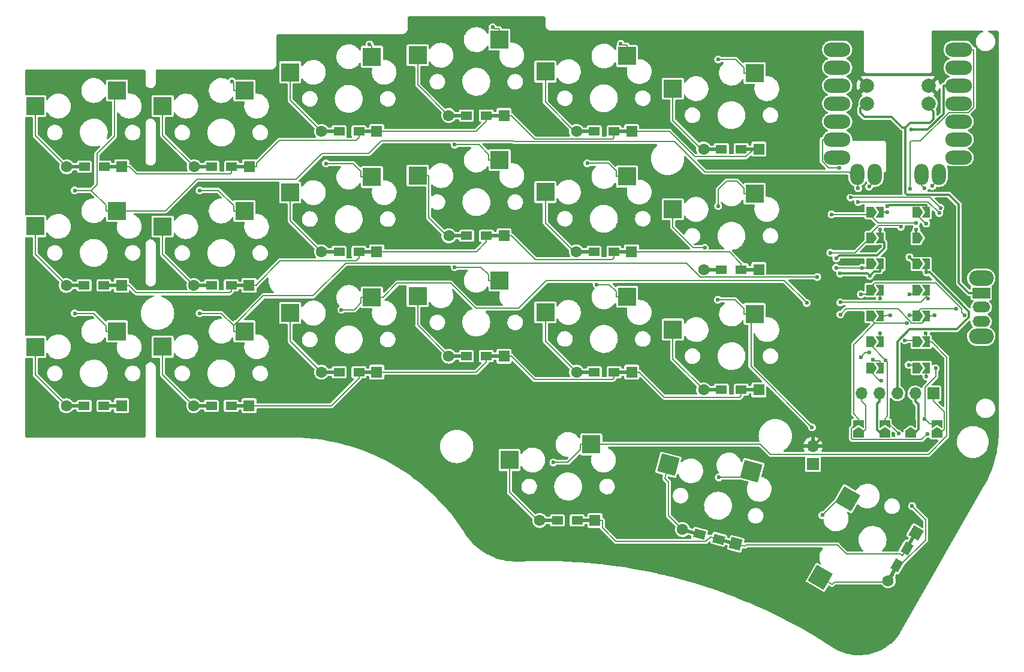
<source format=gbr>
%TF.GenerationSoftware,KiCad,Pcbnew,(6.0.0)*%
%TF.CreationDate,2023-02-19T18:14:09-06:00*%
%TF.ProjectId,corne-chocolate,636f726e-652d-4636-986f-636f6c617465,1.0*%
%TF.SameCoordinates,Original*%
%TF.FileFunction,Copper,L1,Top*%
%TF.FilePolarity,Positive*%
%FSLAX46Y46*%
G04 Gerber Fmt 4.6, Leading zero omitted, Abs format (unit mm)*
G04 Created by KiCad (PCBNEW (6.0.0)) date 2023-02-19 18:14:09*
%MOMM*%
%LPD*%
G01*
G04 APERTURE LIST*
G04 Aperture macros list*
%AMRotRect*
0 Rectangle, with rotation*
0 The origin of the aperture is its center*
0 $1 length*
0 $2 width*
0 $3 Rotation angle, in degrees counterclockwise*
0 Add horizontal line*
21,1,$1,$2,0,0,$3*%
%AMFreePoly0*
4,1,6,1.000000,0.000000,0.500000,-0.750000,-0.500000,-0.750000,-0.500000,0.750000,0.500000,0.750000,1.000000,0.000000,1.000000,0.000000,$1*%
%AMFreePoly1*
4,1,6,0.500000,-0.750000,-0.650000,-0.750000,-0.150000,0.000000,-0.650000,0.750000,0.500000,0.750000,0.500000,-0.750000,0.500000,-0.750000,$1*%
G04 Aperture macros list end*
%TA.AperFunction,ComponentPad*%
%ADD10O,3.748280X1.998980*%
%TD*%
%TA.AperFunction,CastellatedPad*%
%ADD11C,1.998980*%
%TD*%
%TA.AperFunction,SMDPad,CuDef*%
%ADD12C,1.000000*%
%TD*%
%TA.AperFunction,CastellatedPad*%
%ADD13O,1.998980X2.998470*%
%TD*%
%TA.AperFunction,ComponentPad*%
%ADD14R,1.600000X1.600000*%
%TD*%
%TA.AperFunction,SMDPad,CuDef*%
%ADD15R,1.600000X1.200000*%
%TD*%
%TA.AperFunction,SMDPad,CuDef*%
%ADD16R,2.900000X0.500000*%
%TD*%
%TA.AperFunction,ComponentPad*%
%ADD17C,1.600000*%
%TD*%
%TA.AperFunction,SMDPad,CuDef*%
%ADD18RotRect,2.900000X0.500000X345.000000*%
%TD*%
%TA.AperFunction,SMDPad,CuDef*%
%ADD19RotRect,1.600000X1.200000X345.000000*%
%TD*%
%TA.AperFunction,ComponentPad*%
%ADD20RotRect,1.600000X1.600000X345.000000*%
%TD*%
%TA.AperFunction,ComponentPad*%
%ADD21RotRect,1.600000X1.600000X60.000000*%
%TD*%
%TA.AperFunction,SMDPad,CuDef*%
%ADD22RotRect,2.900000X0.500000X60.000000*%
%TD*%
%TA.AperFunction,SMDPad,CuDef*%
%ADD23RotRect,1.600000X1.200000X60.000000*%
%TD*%
%TA.AperFunction,SMDPad,CuDef*%
%ADD24R,2.600000X2.600000*%
%TD*%
%TA.AperFunction,SMDPad,CuDef*%
%ADD25RotRect,2.600000X2.600000X165.000000*%
%TD*%
%TA.AperFunction,SMDPad,CuDef*%
%ADD26RotRect,2.600000X2.600000X240.000000*%
%TD*%
%TA.AperFunction,SMDPad,CuDef*%
%ADD27FreePoly0,90.000000*%
%TD*%
%TA.AperFunction,SMDPad,CuDef*%
%ADD28FreePoly1,90.000000*%
%TD*%
%TA.AperFunction,SMDPad,CuDef*%
%ADD29FreePoly0,0.000000*%
%TD*%
%TA.AperFunction,SMDPad,CuDef*%
%ADD30FreePoly1,0.000000*%
%TD*%
%TA.AperFunction,ComponentPad*%
%ADD31R,1.700000X1.700000*%
%TD*%
%TA.AperFunction,ComponentPad*%
%ADD32O,1.700000X1.700000*%
%TD*%
%TA.AperFunction,ComponentPad*%
%ADD33O,3.500000X2.200000*%
%TD*%
%TA.AperFunction,ComponentPad*%
%ADD34R,2.500000X1.500000*%
%TD*%
%TA.AperFunction,ComponentPad*%
%ADD35O,2.500000X1.500000*%
%TD*%
%TA.AperFunction,ViaPad*%
%ADD36C,0.600000*%
%TD*%
%TA.AperFunction,Conductor*%
%ADD37C,0.200000*%
%TD*%
%TA.AperFunction,Conductor*%
%ADD38C,0.300000*%
%TD*%
G04 APERTURE END LIST*
D10*
%TO.P,U1,1,PA02_A0_D0*%
%TO.N,Net-(JP22-Pad2)*%
X-14812280Y564120D03*
%TO.P,U1,2,PA4_A1_D1*%
%TO.N,Net-(JP23-Pad2)*%
X-14812280Y-1975880D03*
%TO.P,U1,3,PA10_A2_D2*%
%TO.N,Net-(JP24-Pad2)*%
X-14812280Y-4515880D03*
%TO.P,U1,4,PA11_A3_D3*%
%TO.N,Net-(JP25-Pad2)*%
X-14812280Y-7055880D03*
%TO.P,U1,5,PA8_A4_D4_SDA*%
%TO.N,Net-(JP26-Pad2)*%
X-14812280Y-9595880D03*
%TO.P,U1,6,PA9_A5_D5_SCL*%
%TO.N,Net-(JP27-Pad2)*%
X-14812280Y-12135880D03*
%TO.P,U1,7,PB08_A6_D6_TX*%
%TO.N,Net-(JP28-Pad2)*%
X-14812280Y-14675880D03*
%TO.P,U1,8,PB09_A7_D7_RX*%
%TO.N,Net-(JP36-Pad1)*%
X2352280Y-14675880D03*
%TO.P,U1,9,PA7_A8_D8_SCK*%
%TO.N,Net-(JP35-Pad1)*%
X2352280Y-12135880D03*
%TO.P,U1,10,PA5_A9_D9_MISO*%
%TO.N,Net-(JP34-Pad1)*%
X2352280Y-9595880D03*
%TO.P,U1,11,PA6_A10_D10_MOSI*%
%TO.N,Net-(JP33-Pad1)*%
X2352280Y-7055880D03*
%TO.P,U1,12,3V3*%
%TO.N,Net-(JP32-Pad1)*%
X2352280Y-4515880D03*
%TO.P,U1,13,GND*%
%TO.N,Net-(JP31-Pad1)*%
X2352280Y-1975880D03*
%TO.P,U1,14,5V*%
%TO.N,Net-(JP37-Pad1)*%
X2352280Y564120D03*
D11*
%TO.P,U1,21,Bat-*%
%TO.N,GND*%
X-10573400Y-4515880D03*
X-1885400Y-4515880D03*
%TO.P,U1,22,Bat+*%
%TO.N,Bat+*%
X-10573400Y-7055880D03*
X-1885400Y-7055880D03*
D12*
%TO.P,U1,23,NFC1*%
%TO.N,cs*%
X-9495400Y-17983700D03*
D13*
X-9488700Y-17073700D03*
D12*
X-2945400Y-17983700D03*
D13*
X-2935400Y-17073700D03*
%TO.P,U1,24,NFC2*%
%TO.N,col0*%
X-11977900Y-17073700D03*
X-446200Y-17073700D03*
D12*
X-455400Y-17953700D03*
X-11985400Y-17953700D03*
%TD*%
D14*
%TO.P,D1,1,K*%
%TO.N,row0*%
X-115825000Y-16000000D03*
D15*
X-118325000Y-16000000D03*
D16*
X-117225000Y-16000000D03*
%TO.P,D1,2,A*%
%TO.N,Net-(D1-Pad2)*%
X-122225000Y-16000000D03*
D17*
X-123625000Y-16000000D03*
D15*
X-121125000Y-16000000D03*
%TD*%
%TO.P,D2,1,K*%
%TO.N,row0*%
X-100325000Y-16000000D03*
D16*
X-99225000Y-16000000D03*
D14*
X-97825000Y-16000000D03*
D15*
%TO.P,D2,2,A*%
%TO.N,Net-(D2-Pad2)*%
X-103125000Y-16000000D03*
D16*
X-104225000Y-16000000D03*
D17*
X-105625000Y-16000000D03*
%TD*%
D16*
%TO.P,D3,1,K*%
%TO.N,row0*%
X-81250000Y-11000000D03*
D14*
X-79850000Y-11000000D03*
D15*
X-82350000Y-11000000D03*
D16*
%TO.P,D3,2,A*%
%TO.N,Net-(D3-Pad2)*%
X-86250000Y-11000000D03*
D15*
X-85150000Y-11000000D03*
D17*
X-87650000Y-11000000D03*
%TD*%
D15*
%TO.P,D4,1,K*%
%TO.N,row0*%
X-64375000Y-8750000D03*
D14*
X-61875000Y-8750000D03*
D16*
X-63275000Y-8750000D03*
D17*
%TO.P,D4,2,A*%
%TO.N,Net-(D4-Pad2)*%
X-69675000Y-8750000D03*
D16*
X-68275000Y-8750000D03*
D15*
X-67175000Y-8750000D03*
%TD*%
D16*
%TO.P,D5,1,K*%
%TO.N,row0*%
X-45225000Y-11000000D03*
D15*
X-46325000Y-11000000D03*
D14*
X-43825000Y-11000000D03*
D15*
%TO.P,D5,2,A*%
%TO.N,Net-(D5-Pad2)*%
X-49125000Y-11000000D03*
D16*
X-50225000Y-11000000D03*
D17*
X-51625000Y-11000000D03*
%TD*%
D14*
%TO.P,D6,1,K*%
%TO.N,row0*%
X-25875000Y-13500000D03*
D15*
X-28375000Y-13500000D03*
D16*
X-27275000Y-13500000D03*
%TO.P,D6,2,A*%
%TO.N,Net-(D6-Pad2)*%
X-32275000Y-13500000D03*
D17*
X-33675000Y-13500000D03*
D15*
X-31175000Y-13500000D03*
%TD*%
%TO.P,D8,1,K*%
%TO.N,row1*%
X-100375000Y-32750000D03*
D16*
X-99275000Y-32750000D03*
D14*
X-97875000Y-32750000D03*
D15*
%TO.P,D8,2,A*%
%TO.N,Net-(D8-Pad2)*%
X-103175000Y-32750000D03*
D17*
X-105675000Y-32750000D03*
D16*
X-104275000Y-32750000D03*
%TD*%
D15*
%TO.P,D9,1,K*%
%TO.N,row1*%
X-82350000Y-28000000D03*
D14*
X-79850000Y-28000000D03*
D16*
X-81250000Y-28000000D03*
%TO.P,D9,2,A*%
%TO.N,Net-(D9-Pad2)*%
X-86250000Y-28000000D03*
D15*
X-85150000Y-28000000D03*
D17*
X-87650000Y-28000000D03*
%TD*%
D14*
%TO.P,D10,1,K*%
%TO.N,row1*%
X-61850000Y-25750000D03*
D16*
X-63250000Y-25750000D03*
D15*
X-64350000Y-25750000D03*
%TO.P,D10,2,A*%
%TO.N,Net-(D10-Pad2)*%
X-67150000Y-25750000D03*
D17*
X-69650000Y-25750000D03*
D16*
X-68250000Y-25750000D03*
%TD*%
D15*
%TO.P,D11,1,K*%
%TO.N,row1*%
X-46350000Y-28000000D03*
D16*
X-45250000Y-28000000D03*
D14*
X-43850000Y-28000000D03*
D15*
%TO.P,D11,2,A*%
%TO.N,Net-(D11-Pad2)*%
X-49150000Y-28000000D03*
D16*
X-50250000Y-28000000D03*
D17*
X-51650000Y-28000000D03*
%TD*%
D16*
%TO.P,D12,1,K*%
%TO.N,row1*%
X-27275000Y-30500000D03*
D14*
X-25875000Y-30500000D03*
D15*
X-28375000Y-30500000D03*
%TO.P,D12,2,A*%
%TO.N,Net-(D12-Pad2)*%
X-31175000Y-30500000D03*
D16*
X-32275000Y-30500000D03*
D17*
X-33675000Y-30500000D03*
%TD*%
D14*
%TO.P,D14,1,K*%
%TO.N,row2*%
X-97875000Y-49750000D03*
D16*
X-99275000Y-49750000D03*
D15*
X-100375000Y-49750000D03*
D17*
%TO.P,D14,2,A*%
%TO.N,Net-(D14-Pad2)*%
X-105675000Y-49750000D03*
D15*
X-103175000Y-49750000D03*
D16*
X-104275000Y-49750000D03*
%TD*%
D15*
%TO.P,D15,1,K*%
%TO.N,row2*%
X-82350000Y-45000000D03*
D16*
X-81250000Y-45000000D03*
D14*
X-79850000Y-45000000D03*
D16*
%TO.P,D15,2,A*%
%TO.N,Net-(D15-Pad2)*%
X-86250000Y-45000000D03*
D15*
X-85150000Y-45000000D03*
D17*
X-87650000Y-45000000D03*
%TD*%
D16*
%TO.P,D16,1,K*%
%TO.N,row2*%
X-63275000Y-42750000D03*
D15*
X-64375000Y-42750000D03*
D14*
X-61875000Y-42750000D03*
D17*
%TO.P,D16,2,A*%
%TO.N,Net-(D16-Pad2)*%
X-69675000Y-42750000D03*
D16*
X-68275000Y-42750000D03*
D15*
X-67175000Y-42750000D03*
%TD*%
D16*
%TO.P,D17,1,K*%
%TO.N,row2*%
X-45225000Y-45000000D03*
D15*
X-46325000Y-45000000D03*
D14*
X-43825000Y-45000000D03*
D15*
%TO.P,D17,2,A*%
%TO.N,Net-(D17-Pad2)*%
X-49125000Y-45000000D03*
D17*
X-51625000Y-45000000D03*
D16*
X-50225000Y-45000000D03*
%TD*%
D14*
%TO.P,D18,1,K*%
%TO.N,row2*%
X-25875000Y-47500000D03*
D15*
X-28375000Y-47500000D03*
D16*
X-27275000Y-47500000D03*
D15*
%TO.P,D18,2,A*%
%TO.N,Net-(D18-Pad2)*%
X-31175000Y-47500000D03*
D17*
X-33675000Y-47500000D03*
D16*
X-32275000Y-47500000D03*
%TD*%
D14*
%TO.P,D19,1,K*%
%TO.N,row3*%
X-49025000Y-65949000D03*
D15*
X-51525000Y-65949000D03*
D16*
X-50425000Y-65949000D03*
%TO.P,D19,2,A*%
%TO.N,Net-(D19-Pad2)*%
X-55425000Y-65949000D03*
D15*
X-54325000Y-65949000D03*
D17*
X-56825000Y-65949000D03*
%TD*%
D18*
%TO.P,D20,1,K*%
%TO.N,row3*%
X-30475185Y-68887048D03*
D19*
X-31537704Y-68602347D03*
D20*
X-29122889Y-69249394D03*
D18*
%TO.P,D20,2,A*%
%TO.N,Net-(D20-Pad2)*%
X-35304815Y-67592952D03*
D19*
X-34242296Y-67877653D03*
D17*
X-36657111Y-67230606D03*
%TD*%
D21*
%TO.P,D21,1,K*%
%TO.N,row3*%
X-3713000Y-67708501D03*
D22*
X-4413000Y-68920936D03*
D23*
X-4963000Y-69873564D03*
%TO.P,D21,2,A*%
%TO.N,Net-(D21-Pad2)*%
X-6363000Y-72298436D03*
D22*
X-6913000Y-73251064D03*
D17*
X-7613000Y-74463499D03*
%TD*%
D24*
%TO.P,SW1,1,1*%
%TO.N,col0*%
X-116522200Y-5219600D03*
%TO.P,SW1,2,2*%
%TO.N,Net-(D1-Pad2)*%
X-128072200Y-7419600D03*
%TD*%
%TO.P,SW2,1,1*%
%TO.N,col1*%
X-98528100Y-5223400D03*
%TO.P,SW2,2,2*%
%TO.N,Net-(D2-Pad2)*%
X-110078100Y-7423400D03*
%TD*%
%TO.P,SW3,1,1*%
%TO.N,col2*%
X-80514000Y-446600D03*
%TO.P,SW3,2,2*%
%TO.N,Net-(D3-Pad2)*%
X-92064000Y-2646600D03*
%TD*%
%TO.P,SW4,1,1*%
%TO.N,col3*%
X-62504000Y1963200D03*
%TO.P,SW4,2,2*%
%TO.N,Net-(D4-Pad2)*%
X-74054000Y-236800D03*
%TD*%
%TO.P,SW5,1,1*%
%TO.N,col4*%
X-44488000Y-357900D03*
%TO.P,SW5,2,2*%
%TO.N,Net-(D5-Pad2)*%
X-56038000Y-2557900D03*
%TD*%
%TO.P,SW6,1,1*%
%TO.N,col5*%
X-26475000Y-2758900D03*
%TO.P,SW6,2,2*%
%TO.N,Net-(D6-Pad2)*%
X-38025000Y-4958900D03*
%TD*%
%TO.P,SW7,1,1*%
%TO.N,col0*%
X-116522200Y-22202500D03*
%TO.P,SW7,2,2*%
%TO.N,Net-(D7-Pad2)*%
X-128072200Y-24402500D03*
%TD*%
%TO.P,SW8,1,1*%
%TO.N,col1*%
X-98528100Y-22237000D03*
%TO.P,SW8,2,2*%
%TO.N,Net-(D8-Pad2)*%
X-110078100Y-24437000D03*
%TD*%
%TO.P,SW9,1,1*%
%TO.N,col2*%
X-80512000Y-17435200D03*
%TO.P,SW9,2,2*%
%TO.N,Net-(D9-Pad2)*%
X-92062000Y-19635200D03*
%TD*%
%TO.P,SW10,1,1*%
%TO.N,col3*%
X-62497000Y-15038000D03*
%TO.P,SW10,2,2*%
%TO.N,Net-(D10-Pad2)*%
X-74047000Y-17238000D03*
%TD*%
%TO.P,SW11,1,1*%
%TO.N,col4*%
X-44488000Y-17372700D03*
%TO.P,SW11,2,2*%
%TO.N,Net-(D11-Pad2)*%
X-56038000Y-19572700D03*
%TD*%
%TO.P,SW12,1,1*%
%TO.N,col5*%
X-26475000Y-19800000D03*
%TO.P,SW12,2,2*%
%TO.N,Net-(D12-Pad2)*%
X-38025000Y-22000000D03*
%TD*%
%TO.P,SW13,1,1*%
%TO.N,col0*%
X-116522200Y-39233000D03*
%TO.P,SW13,2,2*%
%TO.N,Net-(D13-Pad2)*%
X-128072200Y-41433000D03*
%TD*%
%TO.P,SW14,1,1*%
%TO.N,col1*%
X-98528100Y-39221000D03*
%TO.P,SW14,2,2*%
%TO.N,Net-(D14-Pad2)*%
X-110078100Y-41421000D03*
%TD*%
%TO.P,SW15,1,1*%
%TO.N,col2*%
X-80511000Y-34448000D03*
%TO.P,SW15,2,2*%
%TO.N,Net-(D15-Pad2)*%
X-92061000Y-36648000D03*
%TD*%
%TO.P,SW16,1,1*%
%TO.N,col3*%
X-62508000Y-32027000D03*
%TO.P,SW16,2,2*%
%TO.N,Net-(D16-Pad2)*%
X-74058000Y-34227000D03*
%TD*%
%TO.P,SW17,1,1*%
%TO.N,col4*%
X-44488000Y-34364000D03*
%TO.P,SW17,2,2*%
%TO.N,Net-(D17-Pad2)*%
X-56038000Y-36564000D03*
%TD*%
%TO.P,SW19,1,1*%
%TO.N,col3*%
X-49540000Y-55200000D03*
%TO.P,SW19,2,2*%
%TO.N,Net-(D19-Pad2)*%
X-61090000Y-57400000D03*
%TD*%
D25*
%TO.P,SW20,1,1*%
%TO.N,col4*%
X-26932620Y-58963374D03*
%TO.P,SW20,2,2*%
%TO.N,Net-(D20-Pad2)*%
X-38658465Y-58099051D03*
%TD*%
D26*
%TO.P,SW21,1,1*%
%TO.N,col5*%
X-13330351Y-62888767D03*
%TO.P,SW21,2,2*%
%TO.N,Net-(D21-Pad2)*%
X-17200095Y-73991360D03*
%TD*%
D24*
%TO.P,SW18,1,1*%
%TO.N,col5*%
X-26468000Y-36790000D03*
%TO.P,SW18,2,2*%
%TO.N,Net-(D18-Pad2)*%
X-38018000Y-38990000D03*
%TD*%
D16*
%TO.P,D13,1,K*%
%TO.N,row2*%
X-117275000Y-49750000D03*
D14*
X-115875000Y-49750000D03*
D15*
X-118375000Y-49750000D03*
D16*
%TO.P,D13,2,A*%
%TO.N,Net-(D13-Pad2)*%
X-122275000Y-49750000D03*
D15*
X-121175000Y-49750000D03*
D17*
X-123675000Y-49750000D03*
%TD*%
D15*
%TO.P,D7,1,K*%
%TO.N,row1*%
X-118375000Y-32750000D03*
D16*
X-117275000Y-32750000D03*
D14*
X-115875000Y-32750000D03*
D17*
%TO.P,D7,2,A*%
%TO.N,Net-(D7-Pad2)*%
X-123675000Y-32750000D03*
D15*
X-121175000Y-32750000D03*
D16*
X-122275000Y-32750000D03*
%TD*%
D27*
%TO.P,JP29,1,A*%
%TO.N,Net-(J1-Pad1)*%
X-736400Y-53775000D03*
D28*
%TO.P,JP29,2,B*%
%TO.N,cs*%
X-736400Y-52325000D03*
%TD*%
D29*
%TO.P,JP28,1,A*%
%TO.N,col5*%
X-10210200Y-44406700D03*
D30*
%TO.P,JP28,2,B*%
%TO.N,Net-(JP28-Pad2)*%
X-8760200Y-44406700D03*
%TD*%
D29*
%TO.P,JP33,1,A*%
%TO.N,Net-(JP33-Pad1)*%
X-3656900Y-33401700D03*
D30*
%TO.P,JP33,2,B*%
%TO.N,col1*%
X-2206900Y-33401700D03*
%TD*%
D29*
%TO.P,JP23,1,A*%
%TO.N,row1*%
X-10210200Y-26065000D03*
D30*
%TO.P,JP23,2,B*%
%TO.N,Net-(JP23-Pad2)*%
X-8760200Y-26065000D03*
%TD*%
D29*
%TO.P,JP31,1,A*%
%TO.N,Net-(JP31-Pad1)*%
X-3656900Y-26065000D03*
D30*
%TO.P,JP31,2,B*%
%TO.N,GND*%
X-2206900Y-26065000D03*
%TD*%
D29*
%TO.P,JP27,1,A*%
%TO.N,clk*%
X-10210200Y-40738300D03*
D30*
%TO.P,JP27,2,B*%
%TO.N,Net-(JP27-Pad2)*%
X-8760200Y-40738300D03*
%TD*%
D29*
%TO.P,JP24,1,A*%
%TO.N,row2*%
X-10210200Y-29733300D03*
D30*
%TO.P,JP24,2,B*%
%TO.N,Net-(JP24-Pad2)*%
X-8760200Y-29733300D03*
%TD*%
D31*
%TO.P,J9,1,Pin_1*%
%TO.N,BatCon*%
X-18225000Y-58010000D03*
D32*
%TO.P,J9,2,Pin_2*%
%TO.N,GND*%
X-18225000Y-55470000D03*
%TD*%
D29*
%TO.P,JP22,1,A*%
%TO.N,row0*%
X-10210200Y-22396700D03*
D30*
%TO.P,JP22,2,B*%
%TO.N,Net-(JP22-Pad2)*%
X-8760200Y-22396700D03*
%TD*%
D33*
%TO.P,SW23,*%
%TO.N,*%
X5536500Y-39928000D03*
X5536500Y-31728000D03*
D34*
%TO.P,SW23,1,A*%
%TO.N,Bat+*%
X5536500Y-33828000D03*
D35*
%TO.P,SW23,2,B*%
%TO.N,BatCon*%
X5536500Y-35828000D03*
%TO.P,SW23,3,C*%
%TO.N,unconnected-(SW23-Pad3)*%
X5536500Y-37828000D03*
%TD*%
D27*
%TO.P,JP20,1,A*%
%TO.N,Net-(J1-Pad2)*%
X-4423100Y-53775000D03*
D28*
%TO.P,JP20,2,B*%
%TO.N,GND*%
X-4423100Y-52325000D03*
%TD*%
D29*
%TO.P,JP34,1,A*%
%TO.N,Net-(JP34-Pad1)*%
X-3656900Y-37070000D03*
D30*
%TO.P,JP34,2,B*%
%TO.N,col2*%
X-2206900Y-37070000D03*
%TD*%
D29*
%TO.P,JP37,1,A*%
%TO.N,Net-(JP37-Pad1)*%
X-3656900Y-22396700D03*
D30*
%TO.P,JP37,2,B*%
%TO.N,+5*%
X-2206900Y-22396700D03*
%TD*%
D27*
%TO.P,JP16,1,A*%
%TO.N,Net-(J1-Pad5)*%
X-11796400Y-53775000D03*
D28*
%TO.P,JP16,2,B*%
%TO.N,di*%
X-11796400Y-52325000D03*
%TD*%
D29*
%TO.P,JP36,1,A*%
%TO.N,Net-(JP36-Pad1)*%
X-3656900Y-44406700D03*
D30*
%TO.P,JP36,2,B*%
%TO.N,col4*%
X-2206900Y-44406700D03*
%TD*%
D31*
%TO.P,J1,1,Pin_1*%
%TO.N,Net-(J1-Pad1)*%
X-1235000Y-48000000D03*
D32*
%TO.P,J1,2,Pin_2*%
%TO.N,Net-(J1-Pad2)*%
X-3775000Y-48000000D03*
%TO.P,J1,3,Pin_3*%
%TO.N,VCC*%
X-6315000Y-48000000D03*
%TO.P,J1,4,Pin_4*%
%TO.N,Net-(J1-Pad4)*%
X-8855000Y-48000000D03*
%TO.P,J1,5,Pin_5*%
%TO.N,Net-(J1-Pad5)*%
X-11395000Y-48000000D03*
%TD*%
D27*
%TO.P,JP18,1,A*%
%TO.N,Net-(J1-Pad4)*%
X-8109800Y-53775000D03*
D28*
%TO.P,JP18,2,B*%
%TO.N,clk*%
X-8109800Y-52325000D03*
%TD*%
D29*
%TO.P,JP25,1,A*%
%TO.N,row3*%
X-10210200Y-33401700D03*
D30*
%TO.P,JP25,2,B*%
%TO.N,Net-(JP25-Pad2)*%
X-8760200Y-33401700D03*
%TD*%
D29*
%TO.P,JP32,1,A*%
%TO.N,Net-(JP32-Pad1)*%
X-3656900Y-29733300D03*
D30*
%TO.P,JP32,2,B*%
%TO.N,VCC*%
X-2206900Y-29733300D03*
%TD*%
D29*
%TO.P,JP35,1,A*%
%TO.N,Net-(JP35-Pad1)*%
X-3656900Y-40738300D03*
D30*
%TO.P,JP35,2,B*%
%TO.N,col3*%
X-2206900Y-40738300D03*
%TD*%
D29*
%TO.P,JP26,1,A*%
%TO.N,di*%
X-10210200Y-37070000D03*
D30*
%TO.P,JP26,2,B*%
%TO.N,Net-(JP26-Pad2)*%
X-8760200Y-37070000D03*
%TD*%
D36*
%TO.N,row0*%
X-15604100Y-22737600D03*
X-3677800Y-23933200D03*
%TO.N,row1*%
X-15780200Y-28135800D03*
X-5817000Y-24474800D03*
%TO.N,row2*%
X-11309700Y-30261100D03*
X-14971800Y-30261100D03*
%TO.N,row3*%
X-11470100Y-34003200D03*
X3156300Y-36967700D03*
%TO.N,Net-(D12-Pad2)*%
X-33510900Y-27438400D03*
%TO.N,Net-(D21-Pad2)*%
X-4242400Y-63909100D03*
%TO.N,GND*%
X-8760200Y-27252200D03*
X-6901000Y-53741300D03*
X-11320000Y-24210000D03*
X-4930000Y-50580000D03*
X4730000Y-25780000D03*
X4840000Y-20170000D03*
%TO.N,VCC*%
X-2206900Y-30921400D03*
%TO.N,col0*%
X-122498700Y-19334700D03*
X-232600Y-21785200D03*
X-12941600Y-20315400D03*
X-11857700Y-19026000D03*
X-122498700Y-36701500D03*
X-1377900Y-18714200D03*
%TO.N,col1*%
X-17630500Y-31567500D03*
X-104855700Y-36695500D03*
X-14371000Y-35148400D03*
X-100283100Y-3956200D03*
X-104855700Y-19334700D03*
X-1949300Y-34598900D03*
%TO.N,col2*%
X-1087400Y-36936900D03*
X-86999600Y-15534700D03*
X-19102100Y-35235300D03*
X-80869700Y1298700D03*
X-84839200Y-36183600D03*
X-14356100Y-36861000D03*
%TO.N,col3*%
X-68830500Y-12869200D03*
X-68846000Y-30164800D03*
X-63463900Y3715800D03*
X-54900600Y-57744800D03*
X-2283200Y-39545800D03*
%TO.N,col4*%
X-45384800Y1381400D03*
X-50097200Y-15503400D03*
X-2206900Y-45610800D03*
X-48769900Y-32628600D03*
X-31530000Y-59851100D03*
%TO.N,col5*%
X-8556500Y-46166500D03*
X-31617400Y-837400D03*
X-18386700Y-52796600D03*
X-31617400Y-21547600D03*
X-16911700Y-65197300D03*
X-31678900Y-34786600D03*
%TO.N,di*%
X-2079300Y-53712600D03*
X-4959700Y-38101900D03*
%TO.N,clk*%
X-6164100Y-53673200D03*
X-7971300Y-43321500D03*
%TO.N,cs*%
X-10301500Y-18789800D03*
X-919800Y-44451100D03*
X-11860200Y-20976000D03*
X-2447400Y-51605400D03*
X-2504000Y-19011100D03*
X-395100Y-22536100D03*
%TO.N,Net-(JP22-Pad2)*%
X-7699400Y-22426900D03*
%TO.N,+5*%
X-7708600Y-21608100D03*
%TO.N,Net-(JP23-Pad2)*%
X-14930900Y-28919200D03*
X-8760200Y-24845900D03*
%TO.N,Net-(JP24-Pad2)*%
X-14402900Y-31069500D03*
X-10217000Y-31394000D03*
%TO.N,Net-(JP25-Pad2)*%
X-8760200Y-34591600D03*
%TO.N,Net-(JP26-Pad2)*%
X-7304600Y-36936900D03*
%TO.N,Net-(JP27-Pad2)*%
X-14541400Y-16166800D03*
X-10270500Y-42267600D03*
X-11497200Y-42934200D03*
X-8760200Y-39549600D03*
%TO.N,Net-(JP28-Pad2)*%
X-9729300Y-43217200D03*
%TO.N,Net-(JP31-Pad1)*%
X-3656900Y-24861500D03*
%TO.N,Net-(JP32-Pad1)*%
X-4614500Y-28775700D03*
X-4360400Y-10763800D03*
%TO.N,Net-(JP33-Pad1)*%
X-4612000Y-34000300D03*
%TO.N,Net-(JP34-Pad1)*%
X-4607400Y-36936900D03*
X1962400Y-36022700D03*
%TO.N,Net-(JP35-Pad1)*%
X-5252900Y-40491600D03*
%TO.N,Net-(JP36-Pad1)*%
X-4725300Y-43963900D03*
%TO.N,Net-(JP37-Pad1)*%
X-2243400Y-24015000D03*
X-4483600Y-19091300D03*
%TD*%
D37*
%TO.N,row0*%
X-26910300Y-13500000D02*
X-26910300Y-13791100D01*
X-93567100Y-12259700D02*
X-96789700Y-15482300D01*
X-28375000Y-13500000D02*
X-27275000Y-13500000D01*
X-82350000Y-11000000D02*
X-82350000Y-11835300D01*
X-100325000Y-16000000D02*
X-100325000Y-16835300D01*
X-97307300Y-16000000D02*
X-96789700Y-16000000D01*
X-96789700Y-15482300D02*
X-96789700Y-16000000D01*
X-82350000Y-11835300D02*
X-82774400Y-12259700D01*
X-46544200Y-12054500D02*
X-57535200Y-12054500D01*
X-61357300Y-8750000D02*
X-60839700Y-8750000D01*
X-100325000Y-16835300D02*
X-100525000Y-17035300D01*
X-100525000Y-17035300D02*
X-113754400Y-17035300D01*
X-61875000Y-8750000D02*
X-63275000Y-8750000D01*
X-61357300Y-8750000D02*
X-61875000Y-8750000D01*
X-57535200Y-12054500D02*
X-60839700Y-8750000D01*
X-97307300Y-16000000D02*
X-97825000Y-16000000D01*
X-25875000Y-13500000D02*
X-26910300Y-13500000D01*
X-82774400Y-12259700D02*
X-93567100Y-12259700D01*
X-43825000Y-11000000D02*
X-45225000Y-11000000D01*
X-118325000Y-16000000D02*
X-117225000Y-16000000D01*
X-38478400Y-11000000D02*
X-43825000Y-11000000D01*
X-99225000Y-16000000D02*
X-100325000Y-16000000D01*
X-27275000Y-13500000D02*
X-26910300Y-13500000D01*
X-113754400Y-17035300D02*
X-114789700Y-16000000D01*
X-115825000Y-16000000D02*
X-114789700Y-16000000D01*
X-65789700Y-11000000D02*
X-79850000Y-11000000D01*
X-9014600Y-23933200D02*
X-10210200Y-22737600D01*
X-26910300Y-13791100D02*
X-27700900Y-14581700D01*
X-64375000Y-8750000D02*
X-64375000Y-9585300D01*
X-34896700Y-14581700D02*
X-38478400Y-11000000D01*
X-64375000Y-9585300D02*
X-65789700Y-11000000D01*
X-45225000Y-11000000D02*
X-46325000Y-11000000D01*
X-3677800Y-23933200D02*
X-9014600Y-23933200D01*
X-46325000Y-11000000D02*
X-46325000Y-11835300D01*
X-117225000Y-16000000D02*
X-115825000Y-16000000D01*
X-79850000Y-11000000D02*
X-81250000Y-11000000D01*
X-46325000Y-11835300D02*
X-46544200Y-12054500D01*
X-10210200Y-22737600D02*
X-10210200Y-22396700D01*
X-97825000Y-16000000D02*
X-99225000Y-16000000D01*
X-82350000Y-11000000D02*
X-81250000Y-11000000D01*
X-15604100Y-22737600D02*
X-10210200Y-22737600D01*
X-63275000Y-8750000D02*
X-64375000Y-8750000D01*
X-27700900Y-14581700D02*
X-34896700Y-14581700D01*
%TO.N,Net-(D1-Pad2)*%
X-128072200Y-7419600D02*
X-128072200Y-11552800D01*
X-122225000Y-16000000D02*
X-123625000Y-16000000D01*
X-121125000Y-16000000D02*
X-122225000Y-16000000D01*
X-128072200Y-11552800D02*
X-123625000Y-16000000D01*
%TO.N,row1*%
X-82350000Y-28835300D02*
X-82788000Y-29273300D01*
X-115875000Y-32750000D02*
X-114839700Y-32750000D01*
X-93492400Y-29273300D02*
X-96839700Y-32620600D01*
X-64350000Y-25750000D02*
X-64350000Y-26585300D01*
X-82350000Y-28000000D02*
X-82350000Y-28835300D01*
X-30039700Y-28000000D02*
X-43850000Y-28000000D01*
X-46350000Y-28000000D02*
X-46350000Y-28835300D01*
X-97357300Y-32750000D02*
X-96839700Y-32750000D01*
X-97875000Y-32750000D02*
X-99275000Y-32750000D01*
X-82788000Y-29273300D02*
X-93492400Y-29273300D01*
X-25875000Y-30500000D02*
X-27275000Y-30500000D01*
X-63250000Y-25750000D02*
X-61850000Y-25750000D01*
X-45250000Y-28000000D02*
X-46350000Y-28000000D01*
X-12281000Y-28135800D02*
X-10210200Y-26065000D01*
X-115875000Y-32750000D02*
X-117275000Y-32750000D01*
X-27275000Y-30500000D02*
X-28375000Y-30500000D01*
X-15780200Y-28135800D02*
X-12281000Y-28135800D01*
X-97357300Y-32750000D02*
X-97875000Y-32750000D01*
X-82350000Y-28000000D02*
X-81250000Y-28000000D01*
X-57473700Y-29091000D02*
X-60814700Y-25750000D01*
X-79850000Y-28000000D02*
X-81250000Y-28000000D01*
X-100375000Y-32750000D02*
X-100375000Y-33585300D01*
X-63250000Y-25750000D02*
X-64350000Y-25750000D01*
X-118375000Y-32750000D02*
X-117275000Y-32750000D01*
X-10210200Y-25523600D02*
X-8955200Y-24268600D01*
X-100581100Y-33791400D02*
X-100375000Y-33585300D01*
X-46605700Y-29091000D02*
X-57473700Y-29091000D01*
X-99275000Y-32750000D02*
X-100375000Y-32750000D01*
X-28375000Y-30500000D02*
X-28375000Y-29664700D01*
X-43850000Y-28000000D02*
X-45250000Y-28000000D01*
X-96839700Y-32620600D02*
X-96839700Y-32750000D01*
X-65764700Y-28000000D02*
X-79850000Y-28000000D01*
X-10210200Y-26065000D02*
X-10210200Y-25523600D01*
X-46350000Y-28835300D02*
X-46605700Y-29091000D01*
X-28375000Y-29664700D02*
X-30039700Y-28000000D01*
X-64350000Y-26585300D02*
X-65764700Y-28000000D01*
X-6023200Y-24268600D02*
X-5817000Y-24474800D01*
X-61850000Y-25750000D02*
X-60814700Y-25750000D01*
X-114839700Y-32750000D02*
X-113798300Y-33791400D01*
X-8955200Y-24268600D02*
X-6023200Y-24268600D01*
X-113798300Y-33791400D02*
X-100581100Y-33791400D01*
%TO.N,Net-(D2-Pad2)*%
X-103125000Y-16000000D02*
X-104225000Y-16000000D01*
X-110078100Y-11546900D02*
X-105625000Y-16000000D01*
X-110078100Y-7423400D02*
X-110078100Y-11546900D01*
X-104225000Y-16000000D02*
X-105625000Y-16000000D01*
%TO.N,row2*%
X-39253200Y-48536500D02*
X-42789700Y-45000000D01*
X-115875000Y-49750000D02*
X-117275000Y-49750000D01*
X-43825000Y-45000000D02*
X-45225000Y-45000000D01*
X-82350000Y-45000000D02*
X-82350000Y-45835300D01*
X-10738000Y-30261100D02*
X-11309700Y-30261100D01*
X-81250000Y-45000000D02*
X-82350000Y-45000000D01*
X-45225000Y-45000000D02*
X-46325000Y-45000000D01*
X-63275000Y-42750000D02*
X-64375000Y-42750000D01*
X-25875000Y-47500000D02*
X-27275000Y-47500000D01*
X-27275000Y-47500000D02*
X-28375000Y-47500000D01*
X-28375000Y-48335300D02*
X-28576200Y-48536500D01*
X-86264700Y-49750000D02*
X-97875000Y-49750000D01*
X-99275000Y-49750000D02*
X-97875000Y-49750000D01*
X-61357300Y-42750000D02*
X-61875000Y-42750000D01*
X-57524200Y-46065500D02*
X-60839700Y-42750000D01*
X-10210200Y-29733300D02*
X-10738000Y-30261100D01*
X-46555200Y-46065500D02*
X-57524200Y-46065500D01*
X-43307300Y-45000000D02*
X-42789700Y-45000000D01*
X-28375000Y-47500000D02*
X-28375000Y-48335300D01*
X-65789700Y-45000000D02*
X-79850000Y-45000000D01*
X-82350000Y-45835300D02*
X-86264700Y-49750000D01*
X-43307300Y-45000000D02*
X-43825000Y-45000000D01*
X-61357300Y-42750000D02*
X-60839700Y-42750000D01*
X-64375000Y-42750000D02*
X-64375000Y-43585300D01*
X-100375000Y-49750000D02*
X-99275000Y-49750000D01*
X-61875000Y-42750000D02*
X-63275000Y-42750000D01*
X-11309700Y-30261100D02*
X-14971800Y-30261100D01*
X-28576200Y-48536500D02*
X-39253200Y-48536500D01*
X-46325000Y-45835300D02*
X-46555200Y-46065500D01*
X-79850000Y-45000000D02*
X-81250000Y-45000000D01*
X-46325000Y-45000000D02*
X-46325000Y-45835300D01*
X-118375000Y-49750000D02*
X-117275000Y-49750000D01*
X-64375000Y-43585300D02*
X-65789700Y-45000000D01*
%TO.N,Net-(D3-Pad2)*%
X-92064000Y-6586000D02*
X-87650000Y-11000000D01*
X-85150000Y-11000000D02*
X-86250000Y-11000000D01*
X-92064000Y-2646600D02*
X-92064000Y-6586000D01*
X-86250000Y-11000000D02*
X-87650000Y-11000000D01*
%TO.N,row3*%
X-4413000Y-68920900D02*
X-4413000Y-69323600D01*
X-33390800Y-68913400D02*
X-32753900Y-68276500D01*
X-51525000Y-65949000D02*
X-50425000Y-65949000D01*
X-46060600Y-68913400D02*
X-33390800Y-68913400D01*
X-14794900Y-69419200D02*
X-27685000Y-69419200D01*
X-5592600Y-70964000D02*
X-5862000Y-70694600D01*
X-4369400Y-68845300D02*
X-4413000Y-68888900D01*
X-912000Y-32384600D02*
X2746600Y-36043200D01*
X-5862000Y-70694600D02*
X-13519500Y-70694600D01*
X2746600Y-36558100D02*
X2746700Y-36558100D01*
X-32753900Y-68276500D02*
X-32753900Y-68276400D01*
X-30759900Y-68602300D02*
X-30475200Y-68887000D01*
X-31537700Y-68602300D02*
X-30759900Y-68602300D01*
X-10811700Y-34003200D02*
X-10210200Y-33401700D01*
X-10210200Y-33401700D02*
X-10210200Y-33101000D01*
X-4413000Y-69323600D02*
X-4963000Y-69873600D01*
X-4413000Y-68888900D02*
X-4413000Y-68920900D01*
X-13519500Y-70694600D02*
X-14794900Y-69419200D01*
X-27685000Y-69419200D02*
X-27854900Y-69589100D01*
X-49025000Y-65949000D02*
X-47989700Y-65949000D01*
X-47989700Y-65949000D02*
X-47989700Y-66984300D01*
X-29122900Y-69249400D02*
X-27854900Y-69589100D01*
X-47989700Y-66984300D02*
X-46060600Y-68913400D01*
X-11470100Y-34003200D02*
X-10811700Y-34003200D01*
X-31537700Y-68602300D02*
X-32753900Y-68276400D01*
X2746600Y-36043200D02*
X2746600Y-36558100D01*
X-3713000Y-67708500D02*
X-4369400Y-68845300D01*
X-4963000Y-69873600D02*
X-5592600Y-70964000D01*
X-9493800Y-32384600D02*
X-912000Y-32384600D01*
X2746700Y-36558100D02*
X3156300Y-36967700D01*
X-50425000Y-65949000D02*
X-49025000Y-65949000D01*
X-10210200Y-33101000D02*
X-9493800Y-32384600D01*
%TO.N,Net-(D4-Pad2)*%
X-68275000Y-8750000D02*
X-69675000Y-8750000D01*
X-74054000Y-236800D02*
X-74054000Y-4371000D01*
X-67175000Y-8750000D02*
X-68275000Y-8750000D01*
X-74054000Y-4371000D02*
X-69675000Y-8750000D01*
%TO.N,Net-(D5-Pad2)*%
X-50225000Y-11000000D02*
X-51625000Y-11000000D01*
X-49125000Y-11000000D02*
X-50225000Y-11000000D01*
X-56038000Y-2557900D02*
X-56038000Y-6872300D01*
X-51625000Y-11000000D02*
X-51910300Y-11000000D01*
X-56038000Y-6872300D02*
X-51910300Y-11000000D01*
%TO.N,Net-(D6-Pad2)*%
X-38025000Y-4958900D02*
X-38025000Y-9435300D01*
X-33675000Y-13500000D02*
X-33960300Y-13500000D01*
X-38025000Y-9435300D02*
X-33960300Y-13500000D01*
X-31175000Y-13500000D02*
X-32275000Y-13500000D01*
X-32275000Y-13500000D02*
X-33675000Y-13500000D01*
%TO.N,Net-(D7-Pad2)*%
X-128072200Y-28352800D02*
X-128072200Y-24402500D01*
X-121175000Y-32750000D02*
X-122275000Y-32750000D01*
X-122275000Y-32750000D02*
X-123675000Y-32750000D01*
X-123675000Y-32750000D02*
X-128072200Y-28352800D01*
%TO.N,Net-(D8-Pad2)*%
X-104275000Y-32750000D02*
X-105675000Y-32750000D01*
X-110078100Y-24437000D02*
X-110078100Y-28346900D01*
X-110078100Y-28346900D02*
X-105675000Y-32750000D01*
X-103175000Y-32750000D02*
X-104275000Y-32750000D01*
%TO.N,Net-(D9-Pad2)*%
X-92062000Y-23588000D02*
X-87650000Y-28000000D01*
X-92062000Y-19635200D02*
X-92062000Y-23588000D01*
X-85150000Y-28000000D02*
X-86250000Y-28000000D01*
X-86250000Y-28000000D02*
X-87650000Y-28000000D01*
%TO.N,Net-(D10-Pad2)*%
X-68950000Y-25750000D02*
X-69650000Y-25750000D01*
X-69650000Y-25750000D02*
X-69935300Y-25750000D01*
X-72511700Y-17238000D02*
X-72511700Y-23173600D01*
X-68250000Y-25750000D02*
X-67150000Y-25750000D01*
X-68950000Y-25750000D02*
X-68250000Y-25750000D01*
X-74047000Y-17238000D02*
X-72511700Y-17238000D01*
X-72511700Y-23173600D02*
X-69935300Y-25750000D01*
%TO.N,Net-(D11-Pad2)*%
X-50250000Y-28000000D02*
X-51650000Y-28000000D01*
X-51650000Y-28000000D02*
X-51935300Y-28000000D01*
X-49150000Y-28000000D02*
X-50250000Y-28000000D01*
X-56038000Y-23897300D02*
X-51935300Y-28000000D01*
X-56038000Y-19572700D02*
X-56038000Y-23897300D01*
%TO.N,Net-(D12-Pad2)*%
X-33510900Y-27438400D02*
X-35126800Y-27438400D01*
X-32275000Y-30500000D02*
X-33675000Y-30500000D01*
X-35126800Y-27438400D02*
X-38025000Y-24540200D01*
X-38025000Y-24540200D02*
X-38025000Y-22000000D01*
X-31175000Y-30500000D02*
X-32275000Y-30500000D01*
%TO.N,Net-(D13-Pad2)*%
X-128072200Y-41433000D02*
X-128072200Y-45352800D01*
X-123675000Y-49750000D02*
X-122275000Y-49750000D01*
X-121175000Y-49750000D02*
X-122275000Y-49750000D01*
X-128072200Y-45352800D02*
X-123675000Y-49750000D01*
%TO.N,Net-(D14-Pad2)*%
X-104275000Y-49750000D02*
X-105675000Y-49750000D01*
X-103175000Y-49750000D02*
X-104275000Y-49750000D01*
X-110078100Y-45346900D02*
X-105675000Y-49750000D01*
X-110078100Y-41421000D02*
X-110078100Y-45346900D01*
%TO.N,Net-(D15-Pad2)*%
X-92061000Y-40589000D02*
X-87650000Y-45000000D01*
X-85150000Y-45000000D02*
X-86250000Y-45000000D01*
X-92061000Y-36648000D02*
X-92061000Y-40589000D01*
X-86250000Y-45000000D02*
X-87650000Y-45000000D01*
%TO.N,Net-(D16-Pad2)*%
X-74058000Y-34227000D02*
X-74058000Y-38367000D01*
X-67175000Y-42750000D02*
X-68275000Y-42750000D01*
X-74058000Y-38367000D02*
X-69675000Y-42750000D01*
X-68275000Y-42750000D02*
X-69675000Y-42750000D01*
%TO.N,Net-(D17-Pad2)*%
X-49125000Y-45000000D02*
X-50225000Y-45000000D01*
X-56038000Y-36564000D02*
X-56038000Y-40587000D01*
X-50225000Y-45000000D02*
X-51625000Y-45000000D01*
X-56038000Y-40587000D02*
X-51625000Y-45000000D01*
%TO.N,Net-(D18-Pad2)*%
X-31175000Y-47500000D02*
X-32275000Y-47500000D01*
X-32275000Y-47500000D02*
X-33675000Y-47500000D01*
X-38018000Y-38990000D02*
X-38018000Y-43157000D01*
X-38018000Y-43157000D02*
X-33675000Y-47500000D01*
%TO.N,Net-(D19-Pad2)*%
X-61090000Y-57400000D02*
X-61090000Y-61969300D01*
X-56267600Y-65949000D02*
X-56825000Y-65949000D01*
X-61090000Y-61969300D02*
X-57110300Y-65949000D01*
X-55846300Y-65949000D02*
X-55425000Y-65949000D01*
X-56825000Y-65949000D02*
X-57110300Y-65949000D01*
X-55846300Y-65949000D02*
X-56267600Y-65949000D01*
X-55425000Y-65949000D02*
X-54325000Y-65949000D01*
%TO.N,Net-(D20-Pad2)*%
X-37657800Y-66229900D02*
X-36657100Y-67230600D01*
X-37657800Y-66229900D02*
X-37058300Y-66829400D01*
X-38658500Y-58099100D02*
X-39162300Y-59979400D01*
X-38658500Y-65229200D02*
X-37657800Y-66229900D01*
X-35020100Y-67877700D02*
X-35304800Y-67593000D01*
X-34242300Y-67877700D02*
X-35020100Y-67877700D01*
X-35304800Y-67593000D02*
X-37058300Y-67123200D01*
X-37058300Y-66829400D02*
X-37058300Y-67123200D01*
X-39162300Y-59979400D02*
X-38658500Y-60483200D01*
X-38658500Y-60483200D02*
X-38658500Y-65229200D01*
%TO.N,Net-(D21-Pad2)*%
X-17200100Y-73991400D02*
X-15514300Y-74964800D01*
X-6913000Y-73251100D02*
X-6363000Y-72701100D01*
X-6913000Y-73763500D02*
X-6913000Y-73251100D01*
X-6363000Y-72701100D02*
X-6363000Y-72298400D01*
X-4242400Y-63909100D02*
X-2336600Y-65814900D01*
X-7613000Y-74463500D02*
X-6913000Y-73763500D01*
X-2336600Y-65814900D02*
X-2336600Y-68692500D01*
X-2336600Y-68692500D02*
X-5942500Y-72298400D01*
X-15177300Y-74627800D02*
X-7777300Y-74627800D01*
X-15514300Y-74964800D02*
X-15177300Y-74627800D01*
X-7777300Y-74627800D02*
X-7613000Y-74463500D01*
X-5942500Y-72298400D02*
X-6363000Y-72298400D01*
D38*
%TO.N,GND*%
X-12210000Y-8750000D02*
X-12210000Y-5710000D01*
X-12210000Y-5710000D02*
X-12210000Y-3810000D01*
X-14200000Y-19690000D02*
X-6710000Y-19690000D01*
X-11016000Y-4515900D02*
X-10798000Y-4515900D01*
X-16540000Y-22030000D02*
X-14200000Y-19690000D01*
X-11300000Y-9660000D02*
X-12210000Y-8750000D01*
X-650000Y-3460000D02*
X-1661000Y-4470900D01*
X-12210000Y-3810000D02*
X-11400000Y-3000000D01*
X-16540000Y-53785000D02*
X-16540000Y-22030000D01*
X-6710000Y-11800000D02*
X-8850000Y-9660000D01*
X-6710000Y-19690000D02*
X-6710000Y-11800000D01*
X-8850000Y-9660000D02*
X-11300000Y-9660000D01*
X-12210000Y-5710000D02*
X-11016000Y-4515900D01*
X-18225000Y-55470000D02*
X-16540000Y-53785000D01*
X-11400000Y-3000000D02*
X-1110000Y-3000000D01*
X-1110000Y-3000000D02*
X-650000Y-3460000D01*
X-1661000Y-4470900D02*
X-1661000Y-4515900D01*
%TO.N,VCC*%
X3759200Y-36441500D02*
X-1760900Y-30921400D01*
X-6315000Y-40704500D02*
X-4570900Y-38960400D01*
X2066000Y-38960400D02*
X3759200Y-37267200D01*
X-1760900Y-30921400D02*
X-2206900Y-30921400D01*
X3759200Y-37267200D02*
X3759200Y-36441500D01*
X-2206900Y-30921400D02*
X-2206900Y-29733300D01*
X-4570900Y-38960400D02*
X2066000Y-38960400D01*
X-6315000Y-48000000D02*
X-6315000Y-40704500D01*
D37*
%TO.N,col0*%
X-116860400Y-5557800D02*
X-116860400Y-11642000D01*
X-118057500Y-39233000D02*
X-118057500Y-38465400D01*
X-118057500Y-38465400D02*
X-119821400Y-36701500D01*
X-118057500Y-22202500D02*
X-118057500Y-21434900D01*
X-79161500Y-12322200D02*
X-60554900Y-12322200D01*
X-13180800Y-16758300D02*
X-11985400Y-17953700D01*
X-80939400Y-14100100D02*
X-79161500Y-12322200D01*
X-87535700Y-14100100D02*
X-80939400Y-14100100D01*
X-37775700Y-12437900D02*
X-33455300Y-16758300D01*
X-117289800Y-22202500D02*
X-118057500Y-22202500D01*
X-60554900Y-12322200D02*
X-60439200Y-12437900D01*
X-617400Y-17953700D02*
X-1377900Y-18714200D01*
X-91177000Y-17741400D02*
X-87535700Y-14100100D01*
X-120157700Y-19334700D02*
X-122498700Y-19334700D01*
X-116522200Y-22202500D02*
X-109675200Y-22202500D01*
X-116522200Y-5219600D02*
X-116860400Y-5557800D01*
X-11985400Y-17953700D02*
X-11857700Y-18081400D01*
X-118057500Y-21434900D02*
X-120157700Y-19334700D01*
X-11857700Y-18081400D02*
X-11857700Y-19026000D01*
X-116860400Y-11642000D02*
X-119360400Y-14142000D01*
X-455400Y-17953700D02*
X-617400Y-17953700D01*
X-116522200Y-39233000D02*
X-118057500Y-39233000D01*
X-33455300Y-16758300D02*
X-13180800Y-16758300D01*
X-119821400Y-36701500D02*
X-122498700Y-36701500D01*
X-119360400Y-18537400D02*
X-120157700Y-19334700D01*
X-1702400Y-20315400D02*
X-232600Y-21785200D01*
X-12941600Y-20315400D02*
X-1702400Y-20315400D01*
X-119360400Y-14142000D02*
X-119360400Y-18537400D01*
X-105214100Y-17741400D02*
X-91177000Y-17741400D01*
X-117289800Y-22202500D02*
X-116522200Y-22202500D01*
X-109675200Y-22202500D02*
X-105214100Y-17741400D01*
X-60439200Y-12437900D02*
X-37775700Y-12437900D01*
%TO.N,col1*%
X-95832400Y-34222400D02*
X-100063400Y-38453400D01*
X-88814600Y-34222400D02*
X-95832400Y-34222400D01*
X-34128600Y-31567500D02*
X-36087400Y-29608700D01*
X-100063400Y-38453400D02*
X-101821300Y-36695500D01*
X-100063400Y-22237000D02*
X-100063400Y-21469400D01*
X-2206900Y-33401700D02*
X-2206900Y-34387000D01*
X-98528100Y-22237000D02*
X-100063400Y-22237000D01*
X-2206900Y-34387000D02*
X-2968300Y-35148400D01*
X-100283100Y-3956200D02*
X-100063400Y-4175900D01*
X-100063400Y-21469400D02*
X-102198100Y-19334700D01*
X-2968300Y-35148400D02*
X-14371000Y-35148400D01*
X-2206900Y-34387000D02*
X-2161200Y-34387000D01*
X-2161200Y-34387000D02*
X-1949300Y-34598900D01*
X-100063400Y-4175900D02*
X-100063400Y-5223400D01*
X-98528100Y-39221000D02*
X-100063400Y-39221000D01*
X-84200900Y-29608700D02*
X-88814600Y-34222400D01*
X-98528100Y-5223400D02*
X-100063400Y-5223400D01*
X-100063400Y-39221000D02*
X-100063400Y-38453400D01*
X-101821300Y-36695500D02*
X-104855700Y-36695500D01*
X-17630500Y-31567500D02*
X-34128600Y-31567500D01*
X-36087400Y-29608700D02*
X-84200900Y-29608700D01*
X-102198100Y-19334700D02*
X-104855700Y-19334700D01*
%TO.N,col2*%
X-4392300Y-38006700D02*
X-4392300Y-37909100D01*
X-83014300Y-36183600D02*
X-84839200Y-36183600D01*
X-1839200Y-37070000D02*
X-1471600Y-37070000D01*
X-82047300Y-16667600D02*
X-83180200Y-15534700D01*
X-1338500Y-36936900D02*
X-1471600Y-37070000D01*
X-81040000Y-34448000D02*
X-80511000Y-34448000D01*
X-55921600Y-32079400D02*
X-59816700Y-35974500D01*
X-80659700Y1088700D02*
X-80514000Y1088700D01*
X-4392300Y-37909100D02*
X-6230800Y-36070600D01*
X-2845300Y-38076100D02*
X-4322900Y-38076100D01*
X-4322900Y-38076100D02*
X-4392300Y-38006700D01*
X-81040000Y-34448000D02*
X-82046300Y-34448000D01*
X-19102100Y-35235300D02*
X-22258000Y-32079400D01*
X-80512000Y-17435200D02*
X-82047300Y-17435200D01*
X-80514000Y-446600D02*
X-80514000Y1088700D01*
X-80869700Y1298700D02*
X-80659700Y1088700D01*
X-82046300Y-34448000D02*
X-82046300Y-35215600D01*
X-65836500Y-35974500D02*
X-69376100Y-32434900D01*
X-69376100Y-32434900D02*
X-76962600Y-32434900D01*
X-13565700Y-36070600D02*
X-14356100Y-36861000D01*
X-83180200Y-15534700D02*
X-86999600Y-15534700D01*
X-6230800Y-36070600D02*
X-13565700Y-36070600D01*
X-82046300Y-35215600D02*
X-83014300Y-36183600D01*
X-1087400Y-36936900D02*
X-1338500Y-36936900D01*
X-76962600Y-32434900D02*
X-78975700Y-34448000D01*
X-22258000Y-32079400D02*
X-55921600Y-32079400D01*
X-59816700Y-35974500D02*
X-65836500Y-35974500D01*
X-1839200Y-37070000D02*
X-2845300Y-38076100D01*
X-2206900Y-37070000D02*
X-1839200Y-37070000D01*
X-82047300Y-17435200D02*
X-82047300Y-16667600D01*
X-80511000Y-34448000D02*
X-78975700Y-34448000D01*
%TO.N,col3*%
X-52852500Y-57744800D02*
X-54900600Y-57744800D01*
X664900Y-42874800D02*
X664900Y-54032900D01*
X-24246600Y-56604300D02*
X-25650900Y-55200000D01*
X-1471600Y-40738300D02*
X664900Y-42874800D01*
X-2206900Y-40738300D02*
X-1471600Y-40738300D01*
X-65433500Y-12869200D02*
X-68830500Y-12869200D01*
X-62497000Y-15038000D02*
X-64032300Y-15038000D01*
X-1906500Y-56604300D02*
X-24246600Y-56604300D01*
X-51075300Y-55967600D02*
X-52852500Y-57744800D01*
X-62504000Y1963200D02*
X-62504000Y3498500D01*
X-63463900Y3715800D02*
X-63246600Y3498500D01*
X-64043300Y-31259400D02*
X-65137900Y-30164800D01*
X-62508000Y-32027000D02*
X-64043300Y-32027000D01*
X-49540000Y-55200000D02*
X-51075300Y-55200000D01*
X-64032300Y-14270400D02*
X-65433500Y-12869200D01*
X-2206900Y-39622100D02*
X-2206900Y-40738300D01*
X664900Y-54032900D02*
X-1906500Y-56604300D01*
X-63246600Y3498500D02*
X-62504000Y3498500D01*
X-51075300Y-55200000D02*
X-51075300Y-55967600D01*
X-25650900Y-55200000D02*
X-49540000Y-55200000D01*
X-64032300Y-15038000D02*
X-64032300Y-14270400D01*
X-65137900Y-30164800D02*
X-68846000Y-30164800D01*
X-2283200Y-39545800D02*
X-2206900Y-39622100D01*
X-64043300Y-32027000D02*
X-64043300Y-31259400D01*
%TO.N,col4*%
X-44488000Y-17372700D02*
X-46023300Y-17372700D01*
X-44488000Y-34364000D02*
X-46023300Y-34364000D01*
X-46991100Y-32628600D02*
X-48769900Y-32628600D01*
X-45384800Y1381400D02*
X-45180800Y1177400D01*
X-46023300Y-16605100D02*
X-47125000Y-15503400D01*
X-27820300Y-59851100D02*
X-31530000Y-59851100D01*
X-45180800Y1177400D02*
X-44488000Y1177400D01*
X-47125000Y-15503400D02*
X-50097200Y-15503400D01*
X-44488000Y-357900D02*
X-44488000Y1177400D01*
X-46023300Y-34364000D02*
X-46023300Y-33596400D01*
X-2206900Y-45610800D02*
X-2206900Y-44406700D01*
X-26932600Y-58963400D02*
X-27820300Y-59851100D01*
X-46023300Y-33596400D02*
X-46991100Y-32628600D01*
X-46023300Y-17372700D02*
X-46023300Y-16605100D01*
%TO.N,col5*%
X-10210200Y-44785100D02*
X-10210200Y-44406700D01*
X-26997000Y-36790000D02*
X-28003300Y-36790000D01*
X-28010300Y-19032400D02*
X-28995900Y-18046800D01*
X-29239100Y-34786600D02*
X-31678900Y-34786600D01*
X-28995900Y-18046800D02*
X-30451200Y-18046800D01*
X-14603200Y-62888800D02*
X-16911700Y-65197300D01*
X-28010300Y-1991300D02*
X-29164200Y-837400D01*
X-31617400Y-19213000D02*
X-31617400Y-21547600D01*
X-28003300Y-36790000D02*
X-28003300Y-36022400D01*
X-28010300Y-2758900D02*
X-28010300Y-1991300D01*
X-8828800Y-46166500D02*
X-10210200Y-44785100D01*
X-8556500Y-46166500D02*
X-8828800Y-46166500D01*
X-26997000Y-36790000D02*
X-26997000Y-44186300D01*
X-26468000Y-36790000D02*
X-26997000Y-36790000D01*
X-30451200Y-18046800D02*
X-31617400Y-19213000D01*
X-26997000Y-44186300D02*
X-18386700Y-52796600D01*
X-28010300Y-19800000D02*
X-28010300Y-19032400D01*
X-26475000Y-19800000D02*
X-28010300Y-19800000D01*
X-26475000Y-2758900D02*
X-28010300Y-2758900D01*
X-28003300Y-36022400D02*
X-29239100Y-34786600D01*
X-29164200Y-837400D02*
X-31617400Y-837400D01*
X-13330400Y-62888800D02*
X-14603200Y-62888800D01*
D38*
%TO.N,Net-(J1-Pad2)*%
X-3775000Y-49135300D02*
X-3363800Y-49546500D01*
X-3363800Y-49546500D02*
X-3363800Y-53091400D01*
X-4047400Y-53775000D02*
X-4423100Y-53775000D01*
X-3363800Y-53091400D02*
X-4047400Y-53775000D01*
X-3775000Y-48000000D02*
X-3775000Y-49135300D01*
%TO.N,Net-(J1-Pad4)*%
X-9145200Y-53128000D02*
X-9145200Y-49425500D01*
X-9145200Y-49425500D02*
X-8855000Y-49135300D01*
X-8109800Y-53775000D02*
X-8498200Y-53775000D01*
X-8855000Y-48000000D02*
X-8855000Y-49135300D01*
X-8498200Y-53775000D02*
X-9145200Y-53128000D01*
D37*
%TO.N,Net-(J1-Pad5)*%
X-11395000Y-48000000D02*
X-11395000Y-49085300D01*
X-11395000Y-49085300D02*
X-10811000Y-49669300D01*
X-10811000Y-49669300D02*
X-10811000Y-53105200D01*
X-10811000Y-53105200D02*
X-11480800Y-53775000D01*
X-11480800Y-53775000D02*
X-11796400Y-53775000D01*
%TO.N,Net-(J1-Pad1)*%
X-1235000Y-48000000D02*
X-1235000Y-49085300D01*
X-407300Y-53775000D02*
X-736400Y-53775000D01*
X321800Y-53045900D02*
X-407300Y-53775000D01*
X321800Y-50642100D02*
X321800Y-53045900D01*
X-1235000Y-49085300D02*
X321800Y-50642100D01*
D38*
%TO.N,Bat+*%
X-10980000Y-8970000D02*
X-11550000Y-8400000D01*
X5536000Y-33828000D02*
X5536500Y-33828000D01*
X-1740000Y-9800000D02*
X-1210000Y-9270000D01*
X-1661000Y-7749100D02*
X-1661000Y-7055900D01*
X2370000Y-21340000D02*
X960000Y-19930000D01*
X3768000Y-33828000D02*
X2370000Y-32430000D01*
X-7110000Y-8970000D02*
X-10980000Y-8970000D01*
X-1210000Y-8200000D02*
X-1661000Y-7749100D01*
X-5600000Y-10480000D02*
X-7110000Y-8970000D01*
X-4950000Y-19930000D02*
X-5200000Y-19680000D01*
X-11550000Y-8400000D02*
X-11550000Y-7700000D01*
X960000Y-19930000D02*
X-4950000Y-19930000D01*
X-10906000Y-7055900D02*
X-10798000Y-7055900D01*
X-11550000Y-7700000D02*
X-10906000Y-7055900D01*
X-4520000Y-9800000D02*
X-1740000Y-9800000D01*
X-5200000Y-10480000D02*
X-5600000Y-10480000D01*
X2370000Y-32430000D02*
X2370000Y-21340000D01*
X-5200000Y-10480000D02*
X-4520000Y-9800000D01*
X-5200000Y-19680000D02*
X-5200000Y-10480000D01*
X-1210000Y-9270000D02*
X-1210000Y-8200000D01*
X5536000Y-33828000D02*
X3768000Y-33828000D01*
D37*
%TO.N,di*%
X-12817800Y-52978700D02*
X-12817800Y-54347100D01*
X-2892800Y-54526100D02*
X-2079300Y-53712600D01*
X-10210200Y-37070000D02*
X-10210200Y-37372700D01*
X-12488500Y-50897600D02*
X-12488500Y-41109400D01*
X-9481000Y-38101900D02*
X-4959700Y-38101900D01*
X-11796400Y-51957300D02*
X-12817800Y-52978700D01*
X-12817800Y-54347100D02*
X-12638800Y-54526100D01*
X-10210200Y-37372700D02*
X-9481000Y-38101900D01*
X-11796400Y-51957300D02*
X-11796400Y-51589700D01*
X-11796400Y-52325000D02*
X-11796400Y-51957300D01*
X-12638800Y-54526100D02*
X-2892800Y-54526100D01*
X-12488500Y-41109400D02*
X-9481000Y-38101900D01*
X-11796400Y-51589700D02*
X-12488500Y-50897600D01*
%TO.N,clk*%
X-8036200Y-51801100D02*
X-6164100Y-53673200D01*
X-7971300Y-43321500D02*
X-10210200Y-41082600D01*
X-8109800Y-52325000D02*
X-8109800Y-51801100D01*
X-8109800Y-51801100D02*
X-8109800Y-51589700D01*
X-8109800Y-51801100D02*
X-8036200Y-51801100D01*
X-8109800Y-51589700D02*
X-7750000Y-51229900D01*
X-10210200Y-41082600D02*
X-10210200Y-40738300D01*
X-7750000Y-43542800D02*
X-7971300Y-43321500D01*
X-7750000Y-51229900D02*
X-7750000Y-43542800D01*
%TO.N,cs*%
X-2441300Y-51605400D02*
X-1721700Y-52325000D01*
X-11860200Y-20976000D02*
X-1955200Y-20976000D01*
X-2504000Y-19011100D02*
X-2945400Y-18569700D01*
X-2441300Y-47171200D02*
X-919800Y-45649700D01*
X-2441300Y-51605400D02*
X-2441300Y-47171200D01*
X-10301500Y-18789800D02*
X-9495400Y-17983700D01*
X-2447400Y-51605400D02*
X-2441300Y-51605400D01*
X-919800Y-45649700D02*
X-919800Y-44451100D01*
X-2945400Y-18569700D02*
X-2945400Y-17983700D01*
X-736400Y-52325000D02*
X-1721700Y-52325000D01*
X-1955200Y-20976000D02*
X-395100Y-22536100D01*
%TO.N,Net-(JP22-Pad2)*%
X-7699400Y-22426900D02*
X-7729600Y-22396700D01*
X-7729600Y-22396700D02*
X-8760200Y-22396700D01*
D38*
%TO.N,+5*%
X-7708600Y-21608100D02*
X-7461900Y-21361400D01*
X-7461900Y-21361400D02*
X-2206900Y-21361400D01*
X-2206900Y-22396700D02*
X-2206900Y-21361400D01*
%TO.N,Net-(JP23-Pad2)*%
X-8760200Y-24845900D02*
X-8760200Y-26065000D01*
X-8760200Y-26065000D02*
X-8150500Y-26674700D01*
X-14532900Y-28521200D02*
X-14930900Y-28919200D01*
X-8150500Y-26674700D02*
X-8150500Y-27481500D01*
X-8150500Y-27481500D02*
X-9190200Y-28521200D01*
X-9190200Y-28521200D02*
X-14532900Y-28521200D01*
%TO.N,Net-(JP24-Pad2)*%
X-8760200Y-29733300D02*
X-8760200Y-30768600D01*
X-8760200Y-30768600D02*
X-9591600Y-30768600D01*
X-14402900Y-31069500D02*
X-10541500Y-31069500D01*
X-9591600Y-30768600D02*
X-10217000Y-31394000D01*
X-10541500Y-31069500D02*
X-10217000Y-31394000D01*
D37*
%TO.N,Net-(JP25-Pad2)*%
X-8760200Y-34591600D02*
X-8760200Y-33401700D01*
%TO.N,Net-(JP26-Pad2)*%
X-8760200Y-37070000D02*
X-8024900Y-37070000D01*
X-7304600Y-36936900D02*
X-7891800Y-36936900D01*
X-7891800Y-36936900D02*
X-8024900Y-37070000D01*
%TO.N,Net-(JP27-Pad2)*%
X-8760200Y-39549600D02*
X-8760200Y-40738300D01*
X-10270500Y-42267600D02*
X-10830600Y-42267600D01*
X-13812300Y-12135900D02*
X-16921800Y-12135900D01*
X-14541400Y-16166800D02*
X-16008900Y-16166800D01*
X-16008900Y-16166800D02*
X-16921800Y-15253900D01*
X-16921800Y-15253900D02*
X-16921800Y-12135900D01*
X-10830600Y-42267600D02*
X-11497200Y-42934200D01*
%TO.N,Net-(JP28-Pad2)*%
X-8760200Y-44406700D02*
X-8760200Y-43421400D01*
X-9525100Y-43421400D02*
X-9729300Y-43217200D01*
X-8760200Y-43421400D02*
X-9525100Y-43421400D01*
D38*
%TO.N,Net-(JP31-Pad1)*%
X-3656900Y-26065000D02*
X-3656900Y-24861500D01*
%TO.N,Net-(JP32-Pad1)*%
X-4614500Y-28775700D02*
X-3656900Y-29733300D01*
X192800Y-8548900D02*
X192800Y-4515900D01*
X1352300Y-4515900D02*
X192800Y-4515900D01*
X-2022100Y-10763800D02*
X192800Y-8548900D01*
X-4360400Y-10763800D02*
X-2022100Y-10763800D01*
D37*
%TO.N,Net-(JP33-Pad1)*%
X-4612000Y-34000300D02*
X-4255500Y-34000300D01*
X-4255500Y-34000300D02*
X-3656900Y-33401700D01*
%TO.N,Net-(JP34-Pad1)*%
X-3790000Y-36834700D02*
X-2978000Y-36022700D01*
X-3790000Y-36936900D02*
X-3656900Y-37070000D01*
X-3790000Y-36936900D02*
X-3790000Y-36834700D01*
X-4607400Y-36936900D02*
X-3790000Y-36936900D01*
X-2978000Y-36022700D02*
X1962400Y-36022700D01*
%TO.N,Net-(JP35-Pad1)*%
X-5252900Y-40491600D02*
X-3903600Y-40491600D01*
X-3903600Y-40491600D02*
X-3656900Y-40738300D01*
%TO.N,Net-(JP36-Pad1)*%
X-4725300Y-43963900D02*
X-4099700Y-43963900D01*
X-4099700Y-43963900D02*
X-3656900Y-44406700D01*
%TO.N,Net-(JP37-Pad1)*%
X-2345500Y-24015000D02*
X-2243400Y-24015000D01*
X966000Y-8361000D02*
X3669800Y-8361000D01*
X-3656900Y-22396700D02*
X-3656900Y-22703600D01*
X-3656900Y-22703600D02*
X-2345500Y-24015000D01*
X1352300Y564100D02*
X4461800Y564100D01*
X-4483600Y-12498600D02*
X-4360900Y-12375900D01*
X-4483600Y-19091300D02*
X-4483600Y-12498600D01*
X-3048900Y-12375900D02*
X966000Y-8361000D01*
X4461800Y-7569000D02*
X4461800Y564100D01*
X3669800Y-8361000D02*
X4461800Y-7569000D01*
X-4360900Y-12375900D02*
X-3048900Y-12375900D01*
%TD*%
%TA.AperFunction,Conductor*%
%TO.N,GND*%
G36*
X-56262454Y5247579D02*
G01*
X-56250001Y5245102D01*
X-56239658Y5247159D01*
X-56224568Y5245972D01*
X-56192457Y5240886D01*
X-56154966Y5228704D01*
X-56120834Y5211313D01*
X-56088941Y5188141D01*
X-56061859Y5161059D01*
X-56038687Y5129166D01*
X-56021296Y5095034D01*
X-56009114Y5057543D01*
X-56004028Y5025432D01*
X-56002841Y5010342D01*
X-56004898Y4999999D01*
X-56002477Y4987828D01*
X-56002421Y4987546D01*
X-56000000Y4962965D01*
X-56000000Y4037033D01*
X-56002421Y4012452D01*
X-56004898Y3999999D01*
X-56002476Y3987825D01*
X-56002476Y3985912D01*
X-56001777Y3981199D01*
X-55989148Y3852974D01*
X-55946262Y3711599D01*
X-55943346Y3706144D01*
X-55943345Y3706141D01*
X-55902137Y3629047D01*
X-55876619Y3581306D01*
X-55872688Y3576516D01*
X-55794463Y3481199D01*
X-55782896Y3467104D01*
X-55668694Y3373381D01*
X-55663231Y3370461D01*
X-55543859Y3306655D01*
X-55543856Y3306654D01*
X-55538401Y3303738D01*
X-55397026Y3260852D01*
X-55286843Y3250000D01*
X-55268801Y3248223D01*
X-55264088Y3247524D01*
X-55262175Y3247524D01*
X-55250001Y3245102D01*
X-55237830Y3247523D01*
X-55237828Y3247523D01*
X-55237548Y3247579D01*
X-55212967Y3250000D01*
X-11155372Y3250000D01*
X-11087251Y3229998D01*
X-11040758Y3176342D01*
X-11029372Y3124211D01*
X-11020062Y-2443067D01*
X-11022477Y-2467796D01*
X-11022477Y-2467828D01*
X-11024898Y-2480000D01*
X-11019958Y-2504833D01*
X-11019958Y-2505042D01*
X-11015194Y-2528785D01*
X-11005495Y-2577545D01*
X-11005375Y-2577725D01*
X-11005332Y-2577938D01*
X-10977812Y-2618975D01*
X-10950240Y-2660240D01*
X-10950059Y-2660361D01*
X-10949938Y-2660541D01*
X-10939715Y-2667347D01*
X-10909144Y-2687700D01*
X-10908968Y-2687817D01*
X-10877727Y-2708692D01*
X-10877725Y-2708693D01*
X-10867545Y-2715495D01*
X-10867330Y-2715538D01*
X-10867151Y-2715657D01*
X-10855181Y-2718017D01*
X-10855179Y-2718018D01*
X-10819087Y-2725134D01*
X-10818880Y-2725175D01*
X-10795233Y-2729879D01*
X-10795230Y-2729879D01*
X-10794624Y-2730000D01*
X-10794412Y-2730000D01*
X-10794405Y-2730001D01*
X-10789018Y-2731063D01*
X-10769574Y-2734897D01*
X-10757409Y-2732456D01*
X-10757373Y-2732456D01*
X-10732650Y-2730000D01*
X-1787034Y-2730000D01*
X-1762453Y-2732421D01*
X-1750000Y-2734898D01*
X-1652455Y-2715495D01*
X-1569760Y-2660240D01*
X-1558496Y-2643382D01*
X-1521398Y-2587862D01*
X-1521397Y-2587860D01*
X-1514505Y-2577545D01*
X-1500000Y-2504624D01*
X-1495102Y-2480000D01*
X-1497579Y-2467547D01*
X-1500000Y-2442966D01*
X-1500000Y3124000D01*
X-1479998Y3192121D01*
X-1426342Y3238614D01*
X-1374000Y3250000D01*
X5675987Y3250000D01*
X5744108Y3229998D01*
X5790601Y3176342D01*
X5800705Y3106068D01*
X5771211Y3041488D01*
X5715132Y3004235D01*
X5615269Y2971595D01*
X5615267Y2971594D01*
X5610350Y2969987D01*
X5605764Y2967600D01*
X5605760Y2967598D01*
X5436620Y2879548D01*
X5411674Y2866562D01*
X5395125Y2854137D01*
X5253203Y2747579D01*
X5232557Y2732078D01*
X5077810Y2570144D01*
X5074896Y2565872D01*
X5074895Y2565871D01*
X5039312Y2513708D01*
X4951589Y2385111D01*
X4949413Y2380422D01*
X4949409Y2380416D01*
X4899741Y2273414D01*
X4857284Y2181948D01*
X4797426Y1966110D01*
X4796877Y1960976D01*
X4796877Y1960974D01*
X4793912Y1933231D01*
X4773625Y1743393D01*
X4775550Y1710000D01*
X4786518Y1519781D01*
X4787655Y1514735D01*
X4787656Y1514729D01*
X4811778Y1407697D01*
X4835761Y1301276D01*
X4837703Y1296494D01*
X4837704Y1296490D01*
X4910392Y1117480D01*
X4920029Y1093748D01*
X4953064Y1039840D01*
X5032117Y910837D01*
X5037060Y902770D01*
X5183712Y733471D01*
X5187687Y730171D01*
X5187690Y730168D01*
X5223468Y700465D01*
X5356045Y590397D01*
X5549433Y477391D01*
X5758680Y397487D01*
X5763746Y396456D01*
X5763747Y396456D01*
X5813243Y386386D01*
X5978167Y352832D01*
X6104098Y348214D01*
X6196837Y344813D01*
X6196841Y344813D01*
X6202001Y344624D01*
X6207121Y345280D01*
X6207123Y345280D01*
X6419043Y372427D01*
X6419046Y372428D01*
X6424170Y373084D01*
X6440413Y377957D01*
X6633754Y435963D01*
X6638707Y437449D01*
X6643346Y439722D01*
X6643352Y439724D01*
X6835209Y533714D01*
X6835208Y533714D01*
X6839851Y535988D01*
X6955037Y618149D01*
X7017998Y663059D01*
X7022201Y666057D01*
X7070530Y714217D01*
X7138443Y781894D01*
X7180858Y824161D01*
X7188875Y835317D01*
X7219598Y878074D01*
X7311562Y1006055D01*
X7319662Y1022443D01*
X7408509Y1202212D01*
X7408510Y1202214D01*
X7410803Y1206854D01*
X7467236Y1392600D01*
X7474413Y1416221D01*
X7474413Y1416222D01*
X7475915Y1421165D01*
X7476953Y1429047D01*
X7504714Y1639911D01*
X7504715Y1639918D01*
X7505151Y1643233D01*
X7505238Y1646800D01*
X7506701Y1706636D01*
X7506701Y1706640D01*
X7506783Y1710000D01*
X7488430Y1933231D01*
X7433864Y2150467D01*
X7344551Y2355874D01*
X7222888Y2543936D01*
X7072144Y2709602D01*
X7068093Y2712801D01*
X7068089Y2712805D01*
X6900421Y2845221D01*
X6900417Y2845223D01*
X6896366Y2848423D01*
X6851155Y2873381D01*
X6839983Y2879548D01*
X6700276Y2956670D01*
X6695407Y2958394D01*
X6695403Y2958396D01*
X6563156Y3005227D01*
X6505620Y3046821D01*
X6479704Y3112919D01*
X6493638Y3182535D01*
X6542997Y3233566D01*
X6605216Y3250000D01*
X7712965Y3250000D01*
X7737546Y3247579D01*
X7749999Y3245102D01*
X7760342Y3247159D01*
X7775432Y3245972D01*
X7807543Y3240886D01*
X7845034Y3228704D01*
X7879166Y3211313D01*
X7911059Y3188141D01*
X7938141Y3161059D01*
X7961313Y3129166D01*
X7978704Y3095034D01*
X7990886Y3057543D01*
X7995972Y3025432D01*
X7997159Y3010342D01*
X7995102Y2999999D01*
X7997523Y2987828D01*
X7997579Y2987546D01*
X8000000Y2962965D01*
X7999999Y-53955046D01*
X7998737Y-53965601D01*
X7998248Y-53977325D01*
X7995322Y-53989388D01*
X7997235Y-54001650D01*
X7997028Y-54006606D01*
X7997871Y-54025432D01*
X7954865Y-54682999D01*
X7953228Y-54708027D01*
X7952700Y-54713945D01*
X7896233Y-55213124D01*
X7872107Y-55426401D01*
X7871297Y-55432307D01*
X7783914Y-55973885D01*
X7757087Y-56140148D01*
X7755999Y-56146005D01*
X7717746Y-56327883D01*
X7608426Y-56847647D01*
X7607061Y-56853451D01*
X7537045Y-57122450D01*
X7428012Y-57541353D01*
X7426461Y-57547310D01*
X7424826Y-57553034D01*
X7334826Y-57841969D01*
X7211590Y-58237601D01*
X7209682Y-58243251D01*
X7190914Y-58294779D01*
X6973847Y-58890741D01*
X6964311Y-58916921D01*
X6962138Y-58922474D01*
X6685146Y-59583831D01*
X6682713Y-59589275D01*
X6633420Y-59692913D01*
X6381621Y-60222321D01*
X6374763Y-60236739D01*
X6372078Y-60242056D01*
X6051178Y-60841821D01*
X6049372Y-60845196D01*
X6038703Y-60860747D01*
X6036261Y-60865062D01*
X6028158Y-60874464D01*
X6024271Y-60886249D01*
X6024007Y-60886715D01*
X6014170Y-60908810D01*
X-5943271Y-81834331D01*
X-5948676Y-81841502D01*
X-5948270Y-81841766D01*
X-5955034Y-81852169D01*
X-5963698Y-81861054D01*
X-5968304Y-81872579D01*
X-5972965Y-81879749D01*
X-5980040Y-81892810D01*
X-6243535Y-82267625D01*
X-6249050Y-82274895D01*
X-6410960Y-82473009D01*
X-6558591Y-82653650D01*
X-6564613Y-82660496D01*
X-6900759Y-83015853D01*
X-6907266Y-83022251D01*
X-7268243Y-83352338D01*
X-7275196Y-83358249D01*
X-7659138Y-83661357D01*
X-7666501Y-83666748D01*
X-8071358Y-83941259D01*
X-8079077Y-83946095D01*
X-8175424Y-84001695D01*
X-8502755Y-84190591D01*
X-8510819Y-84194863D01*
X-8951083Y-84408052D01*
X-8959424Y-84411723D01*
X-9334281Y-84560797D01*
X-9413950Y-84592480D01*
X-9422543Y-84595542D01*
X-9888977Y-84742931D01*
X-9897749Y-84745358D01*
X-10200177Y-84817324D01*
X-10373624Y-84858598D01*
X-10382573Y-84860388D01*
X-10865392Y-84938886D01*
X-10874447Y-84940023D01*
X-11361669Y-84983368D01*
X-11370782Y-84983847D01*
X-11615326Y-84987830D01*
X-11859880Y-84991813D01*
X-11868985Y-84991631D01*
X-12175211Y-84974415D01*
X-12357375Y-84964174D01*
X-12366462Y-84963332D01*
X-12851568Y-84900599D01*
X-12860570Y-84899102D01*
X-13111281Y-84848007D01*
X-13339879Y-84801419D01*
X-13348739Y-84799276D01*
X-13610565Y-84725828D01*
X-13819709Y-84667158D01*
X-13828401Y-84664377D01*
X-14288592Y-84498510D01*
X-14297059Y-84495106D01*
X-14744000Y-84296382D01*
X-14752200Y-84292375D01*
X-14905491Y-84210449D01*
X-15183619Y-84061803D01*
X-15191500Y-84057217D01*
X-15578881Y-83812579D01*
X-15590439Y-83803241D01*
X-15592252Y-83802002D01*
X-15595739Y-83799147D01*
X-15598613Y-83797278D01*
X-15606181Y-83789551D01*
X-15608924Y-83788381D01*
X-15611059Y-83786299D01*
X-15612633Y-83785670D01*
X-17013602Y-82896736D01*
X-18435348Y-82038204D01*
X-18709615Y-81880771D01*
X-19875150Y-81211740D01*
X-19875768Y-81211385D01*
X-21334155Y-80416687D01*
X-22809793Y-79654499D01*
X-22810378Y-79654213D01*
X-22810402Y-79654201D01*
X-23681753Y-79228323D01*
X-24301957Y-78925195D01*
X-24302622Y-78924888D01*
X-25809284Y-78229425D01*
X-25809303Y-78229416D01*
X-25809915Y-78229134D01*
X-26264115Y-78031567D01*
X-27332290Y-77566934D01*
X-27332338Y-77566914D01*
X-27332926Y-77566658D01*
X-27722842Y-77407232D01*
X-28869638Y-76938338D01*
X-28869666Y-76938327D01*
X-28870243Y-76938091D01*
X-29439661Y-76719870D01*
X-30420470Y-76343988D01*
X-30420491Y-76343980D01*
X-30421110Y-76343743D01*
X-30421746Y-76343515D01*
X-30421763Y-76343509D01*
X-31984133Y-75784131D01*
X-31984155Y-75784123D01*
X-31984765Y-75783905D01*
X-32780191Y-75518850D01*
X-33559730Y-75259089D01*
X-33559750Y-75259083D01*
X-33560442Y-75258852D01*
X-35147366Y-74768842D01*
X-35148022Y-74768655D01*
X-35148070Y-74768641D01*
X-36744079Y-74314308D01*
X-36744125Y-74314295D01*
X-36744759Y-74314115D01*
X-38221423Y-73928915D01*
X-38351141Y-73895077D01*
X-38351144Y-73895076D01*
X-38351835Y-73894896D01*
X-38352484Y-73894742D01*
X-38352520Y-73894733D01*
X-39348628Y-73658334D01*
X-39967805Y-73511389D01*
X-40078783Y-73487636D01*
X-41591157Y-73163938D01*
X-41591166Y-73163936D01*
X-41591877Y-73163784D01*
X-41712517Y-73140746D01*
X-43222585Y-72852377D01*
X-43222616Y-72852372D01*
X-43223252Y-72852250D01*
X-44065170Y-72710732D01*
X-44860466Y-72577051D01*
X-44860503Y-72577045D01*
X-44861129Y-72576940D01*
X-46504705Y-72337991D01*
X-48153172Y-72135519D01*
X-48153879Y-72135448D01*
X-48153906Y-72135445D01*
X-49441711Y-72006166D01*
X-49805721Y-71969624D01*
X-49806406Y-71969571D01*
X-49806412Y-71969570D01*
X-51460855Y-71840440D01*
X-51460894Y-71840437D01*
X-51461540Y-71840387D01*
X-53119815Y-71747871D01*
X-53120515Y-71747847D01*
X-53120548Y-71747846D01*
X-53846804Y-71723455D01*
X-54779734Y-71692122D01*
X-54780415Y-71692114D01*
X-54780425Y-71692114D01*
X-55298180Y-71686205D01*
X-56440481Y-71673168D01*
X-56441134Y-71673175D01*
X-56441156Y-71673175D01*
X-57191755Y-71681243D01*
X-58101239Y-71691018D01*
X-58101884Y-71691039D01*
X-58101920Y-71691040D01*
X-59748727Y-71745251D01*
X-59748728Y-71745251D01*
X-59759533Y-71745607D01*
X-59761209Y-71745350D01*
X-59761369Y-71745389D01*
X-59761541Y-71745363D01*
X-59773399Y-71748286D01*
X-59780474Y-71748593D01*
X-59796964Y-71750699D01*
X-60324466Y-71757262D01*
X-60332742Y-71757093D01*
X-60891001Y-71727332D01*
X-60899247Y-71726620D01*
X-61454329Y-71660271D01*
X-61462506Y-71659021D01*
X-62012076Y-71556362D01*
X-62020157Y-71554575D01*
X-62259549Y-71493353D01*
X-62561774Y-71416061D01*
X-62569708Y-71413752D01*
X-63101075Y-71239972D01*
X-63108851Y-71237143D01*
X-63156843Y-71217875D01*
X-63627647Y-71028857D01*
X-63635207Y-71025530D01*
X-64139234Y-70783618D01*
X-64146560Y-70779801D01*
X-64390083Y-70642561D01*
X-64633599Y-70505326D01*
X-64640672Y-70501028D01*
X-65108632Y-70195174D01*
X-65115409Y-70190420D01*
X-65562283Y-69854497D01*
X-65568732Y-69849309D01*
X-65992585Y-69484773D01*
X-65998680Y-69479172D01*
X-66226225Y-69255860D01*
X-66397675Y-69087600D01*
X-66403388Y-69081613D01*
X-66775829Y-68664673D01*
X-66781137Y-68658322D01*
X-67125388Y-68217842D01*
X-67130268Y-68211156D01*
X-67260146Y-68020364D01*
X-67426915Y-67775380D01*
X-67434099Y-67761648D01*
X-67438354Y-67754929D01*
X-67442770Y-67743422D01*
X-67442954Y-67743228D01*
X-67443050Y-67742979D01*
X-67444157Y-67741817D01*
X-68011857Y-66876555D01*
X-68019432Y-66865863D01*
X-68610702Y-66031353D01*
X-68611351Y-66030437D01*
X-69240719Y-65206299D01*
X-69241622Y-65205200D01*
X-69898431Y-64406080D01*
X-69898443Y-64406066D01*
X-69899158Y-64405196D01*
X-70537466Y-63682876D01*
X-70585079Y-63628996D01*
X-70585084Y-63628991D01*
X-70585825Y-63628152D01*
X-70588891Y-63624922D01*
X-71299067Y-62876978D01*
X-71299073Y-62876972D01*
X-71299842Y-62876162D01*
X-72040294Y-62150187D01*
X-72057448Y-62134531D01*
X-72805413Y-61451907D01*
X-72805419Y-61451902D01*
X-72806235Y-61451157D01*
X-73596684Y-60779966D01*
X-73718469Y-60683834D01*
X-74409742Y-60138173D01*
X-74409767Y-60138154D01*
X-74410631Y-60137472D01*
X-74411557Y-60136793D01*
X-75246096Y-59525184D01*
X-75246112Y-59525173D01*
X-75247034Y-59524497D01*
X-75256006Y-59518402D01*
X-75751091Y-59182106D01*
X-76104824Y-58941826D01*
X-76125125Y-58929072D01*
X-76450488Y-58724674D01*
X-62640500Y-58724674D01*
X-62625966Y-58797740D01*
X-62570601Y-58880601D01*
X-62487740Y-58935966D01*
X-62414674Y-58950500D01*
X-61566500Y-58950500D01*
X-61498379Y-58970502D01*
X-61451886Y-59024158D01*
X-61440500Y-59076500D01*
X-61440500Y-61918476D01*
X-61442533Y-61937575D01*
X-61442760Y-61942383D01*
X-61444951Y-61952561D01*
X-61442562Y-61972743D01*
X-61441373Y-61982791D01*
X-61441063Y-61988046D01*
X-61440928Y-61988035D01*
X-61440500Y-61993214D01*
X-61440500Y-61998415D01*
X-61439646Y-62003543D01*
X-61439646Y-62003549D01*
X-61437611Y-62015773D01*
X-61436774Y-62021649D01*
X-61431236Y-62068438D01*
X-61427577Y-62076058D01*
X-61426188Y-62084403D01*
X-61421243Y-62093567D01*
X-61403808Y-62125880D01*
X-61401116Y-62131165D01*
X-61380726Y-62173626D01*
X-61377408Y-62177574D01*
X-61375475Y-62179507D01*
X-61374010Y-62181104D01*
X-61373746Y-62181594D01*
X-61373766Y-62181613D01*
X-61373687Y-62181702D01*
X-61370778Y-62187094D01*
X-61363130Y-62194164D01*
X-61363129Y-62194165D01*
X-61334364Y-62220755D01*
X-61330798Y-62224184D01*
X-57897161Y-65657821D01*
X-57863135Y-65720133D01*
X-57861041Y-65760959D01*
X-57880480Y-65934262D01*
X-57879964Y-65940406D01*
X-57867793Y-66085341D01*
X-57863241Y-66139553D01*
X-57861542Y-66145478D01*
X-57808779Y-66329484D01*
X-57806456Y-66337586D01*
X-57803641Y-66343063D01*
X-57803640Y-66343066D01*
X-57741533Y-66463913D01*
X-57712288Y-66520818D01*
X-57584323Y-66682270D01*
X-57579630Y-66686264D01*
X-57579629Y-66686265D01*
X-57434542Y-66809743D01*
X-57427436Y-66815791D01*
X-57422058Y-66818797D01*
X-57422056Y-66818798D01*
X-57353598Y-66857058D01*
X-57247602Y-66916297D01*
X-57154062Y-66946690D01*
X-57057529Y-66978056D01*
X-57057525Y-66978057D01*
X-57051671Y-66979959D01*
X-56847106Y-67004351D01*
X-56840971Y-67003879D01*
X-56840969Y-67003879D01*
X-56768375Y-66998293D01*
X-56641700Y-66988546D01*
X-56635770Y-66986890D01*
X-56635768Y-66986890D01*
X-56459496Y-66937674D01*
X-56443275Y-66933145D01*
X-56437786Y-66930372D01*
X-56437780Y-66930370D01*
X-56292648Y-66857058D01*
X-56259390Y-66840258D01*
X-56243792Y-66828072D01*
X-56125085Y-66735328D01*
X-56097049Y-66713424D01*
X-56048395Y-66657058D01*
X-55966460Y-66562134D01*
X-55966460Y-66562133D01*
X-55962436Y-66557472D01*
X-55937321Y-66513262D01*
X-55886283Y-66463913D01*
X-55827766Y-66449500D01*
X-55501320Y-66449500D01*
X-55433199Y-66469502D01*
X-55386706Y-66523158D01*
X-55375927Y-66563151D01*
X-55375500Y-66567486D01*
X-55375500Y-66573674D01*
X-55360966Y-66646740D01*
X-55305601Y-66729601D01*
X-55222740Y-66784966D01*
X-55149674Y-66799500D01*
X-53500326Y-66799500D01*
X-53427260Y-66784966D01*
X-53344399Y-66729601D01*
X-53289034Y-66646740D01*
X-53274500Y-66573674D01*
X-52575500Y-66573674D01*
X-52560966Y-66646740D01*
X-52505601Y-66729601D01*
X-52422740Y-66784966D01*
X-52349674Y-66799500D01*
X-50700326Y-66799500D01*
X-50627260Y-66784966D01*
X-50544399Y-66729601D01*
X-50489034Y-66646740D01*
X-50474500Y-66573674D01*
X-50474500Y-66567486D01*
X-50474073Y-66563151D01*
X-50447491Y-66497319D01*
X-50389538Y-66456308D01*
X-50348680Y-66449500D01*
X-50201500Y-66449500D01*
X-50133379Y-66469502D01*
X-50086886Y-66523158D01*
X-50075500Y-66575500D01*
X-50075500Y-66773674D01*
X-50060966Y-66846740D01*
X-50005601Y-66929601D01*
X-49922740Y-66984966D01*
X-49849674Y-66999500D01*
X-48448326Y-66999500D01*
X-48380205Y-67019502D01*
X-48333712Y-67073158D01*
X-48331493Y-67078728D01*
X-48330936Y-67083438D01*
X-48327277Y-67091058D01*
X-48325888Y-67099403D01*
X-48303508Y-67140880D01*
X-48300816Y-67146165D01*
X-48280426Y-67188626D01*
X-48277108Y-67192574D01*
X-48275175Y-67194507D01*
X-48273710Y-67196104D01*
X-48273446Y-67196594D01*
X-48273466Y-67196613D01*
X-48273387Y-67196702D01*
X-48270478Y-67202094D01*
X-48262830Y-67209164D01*
X-48262829Y-67209165D01*
X-48234064Y-67235755D01*
X-48230498Y-67239184D01*
X-46344383Y-69125299D01*
X-46332305Y-69140253D01*
X-46329073Y-69143805D01*
X-46323425Y-69152552D01*
X-46303647Y-69168144D01*
X-46299514Y-69171402D01*
X-46295579Y-69174899D01*
X-46295491Y-69174795D01*
X-46291532Y-69178150D01*
X-46287854Y-69181828D01*
X-46283629Y-69184847D01*
X-46283621Y-69184854D01*
X-46273520Y-69192072D01*
X-46268773Y-69195636D01*
X-46266832Y-69197166D01*
X-46231789Y-69224792D01*
X-46223813Y-69227593D01*
X-46216931Y-69232511D01*
X-46206953Y-69235495D01*
X-46171809Y-69246005D01*
X-46166163Y-69247839D01*
X-46129173Y-69260829D01*
X-46129170Y-69260830D01*
X-46121694Y-69263455D01*
X-46116556Y-69263900D01*
X-46113851Y-69263900D01*
X-46111652Y-69263995D01*
X-46111120Y-69264154D01*
X-46111121Y-69264181D01*
X-46111005Y-69264188D01*
X-46105137Y-69265943D01*
X-46055597Y-69263997D01*
X-46050650Y-69263900D01*
X-33441624Y-69263900D01*
X-33422525Y-69265933D01*
X-33417717Y-69266160D01*
X-33407539Y-69268351D01*
X-33377309Y-69264773D01*
X-33372054Y-69264463D01*
X-33372065Y-69264328D01*
X-33366886Y-69263900D01*
X-33361685Y-69263900D01*
X-33356557Y-69263046D01*
X-33356551Y-69263046D01*
X-33344327Y-69261011D01*
X-33338451Y-69260174D01*
X-33302001Y-69255860D01*
X-33301999Y-69255860D01*
X-33291662Y-69254636D01*
X-33284042Y-69250977D01*
X-33275697Y-69249588D01*
X-33234216Y-69227206D01*
X-33228930Y-69224513D01*
X-33219188Y-69219835D01*
X-33186474Y-69204126D01*
X-33182526Y-69200808D01*
X-33180593Y-69198875D01*
X-33178996Y-69197410D01*
X-33178506Y-69197146D01*
X-33178487Y-69197166D01*
X-33178398Y-69197087D01*
X-33173006Y-69194178D01*
X-33162640Y-69182965D01*
X-33139345Y-69157764D01*
X-33135916Y-69154198D01*
X-32928989Y-68947271D01*
X-32866677Y-68913245D01*
X-32795862Y-68918310D01*
X-32739026Y-68960857D01*
X-32719655Y-69008420D01*
X-32718959Y-69008184D01*
X-32714970Y-69019935D01*
X-32714970Y-69019937D01*
X-32698457Y-69068582D01*
X-32686926Y-69102551D01*
X-32621218Y-69177476D01*
X-32596496Y-69189668D01*
X-32559955Y-69207689D01*
X-32559950Y-69207691D01*
X-32554404Y-69210426D01*
X-30961256Y-69637308D01*
X-30937734Y-69638850D01*
X-30899300Y-69641369D01*
X-30899297Y-69641369D01*
X-30886918Y-69642180D01*
X-30792551Y-69610148D01*
X-30717626Y-69544440D01*
X-30684676Y-69477625D01*
X-30683076Y-69471655D01*
X-30681538Y-69467568D01*
X-30638821Y-69410860D01*
X-30572227Y-69386249D01*
X-30531004Y-69390247D01*
X-30388840Y-69428340D01*
X-30328217Y-69465292D01*
X-30297196Y-69529153D01*
X-30299744Y-69582657D01*
X-30351035Y-69774079D01*
X-30351439Y-69780249D01*
X-30351440Y-69780252D01*
X-30353167Y-69806605D01*
X-30355908Y-69848417D01*
X-30351919Y-69860168D01*
X-30351919Y-69860169D01*
X-30328100Y-69930336D01*
X-30323875Y-69942784D01*
X-30258167Y-70017708D01*
X-30247043Y-70023194D01*
X-30247040Y-70023196D01*
X-30217865Y-70037583D01*
X-30191352Y-70050658D01*
X-30185379Y-70052258D01*
X-30185375Y-70052260D01*
X-29554525Y-70221295D01*
X-28598204Y-70477540D01*
X-28592034Y-70477944D01*
X-28592031Y-70477945D01*
X-28556920Y-70480246D01*
X-28523866Y-70482413D01*
X-28512115Y-70478424D01*
X-28512114Y-70478424D01*
X-28441252Y-70454370D01*
X-28441250Y-70454369D01*
X-28429499Y-70450380D01*
X-28354575Y-70384672D01*
X-28349089Y-70373548D01*
X-28349087Y-70373545D01*
X-28324362Y-70323406D01*
X-28321625Y-70317857D01*
X-28307435Y-70264902D01*
X-28231500Y-69981506D01*
X-28194548Y-69920883D01*
X-28130688Y-69889862D01*
X-28077189Y-69892409D01*
X-27998496Y-69913490D01*
X-27992249Y-69915556D01*
X-27985711Y-69919492D01*
X-27975528Y-69921684D01*
X-27975529Y-69921684D01*
X-27939787Y-69929379D01*
X-27933697Y-69930850D01*
X-27922504Y-69933849D01*
X-27922498Y-69933850D01*
X-27917478Y-69935195D01*
X-27912303Y-69935698D01*
X-27907193Y-69936624D01*
X-27907210Y-69936715D01*
X-27901812Y-69937555D01*
X-27871639Y-69944051D01*
X-27861299Y-69942827D01*
X-27854965Y-69943126D01*
X-27847390Y-69943047D01*
X-27841079Y-69942616D01*
X-27830715Y-69943623D01*
X-27820585Y-69941218D01*
X-27820579Y-69941218D01*
X-27800682Y-69936495D01*
X-27786396Y-69933963D01*
X-27766106Y-69931561D01*
X-27766102Y-69931560D01*
X-27755762Y-69930336D01*
X-27746376Y-69925829D01*
X-27740284Y-69924059D01*
X-27733142Y-69921529D01*
X-27727313Y-69919079D01*
X-27717183Y-69916674D01*
X-27708380Y-69911119D01*
X-27708375Y-69911117D01*
X-27691084Y-69900206D01*
X-27678391Y-69893183D01*
X-27650574Y-69879826D01*
X-27646626Y-69876508D01*
X-27644687Y-69874569D01*
X-27642698Y-69872745D01*
X-27642565Y-69872891D01*
X-27635073Y-69866904D01*
X-27635085Y-69866891D01*
X-27627311Y-69859964D01*
X-27618501Y-69854405D01*
X-27597826Y-69828734D01*
X-27588790Y-69818672D01*
X-27576723Y-69806605D01*
X-27514411Y-69772579D01*
X-27487628Y-69769700D01*
X-16954253Y-69769700D01*
X-16886132Y-69789702D01*
X-16839639Y-69843358D01*
X-16829535Y-69913632D01*
X-16862478Y-69982033D01*
X-16896037Y-70017708D01*
X-16926803Y-70050413D01*
X-17004563Y-70162503D01*
X-17054540Y-70234545D01*
X-17075106Y-70264190D01*
X-17077172Y-70268380D01*
X-17077174Y-70268383D01*
X-17182721Y-70482413D01*
X-17190181Y-70497540D01*
X-17269501Y-70745335D01*
X-17290765Y-70875904D01*
X-17297292Y-70915982D01*
X-17311323Y-71002133D01*
X-17312493Y-71091522D01*
X-17314147Y-71217875D01*
X-17314729Y-71262292D01*
X-17279643Y-71520097D01*
X-17206837Y-71769884D01*
X-17105663Y-71989345D01*
X-17104492Y-71991886D01*
X-17094137Y-72062123D01*
X-17123399Y-72126809D01*
X-17182988Y-72165406D01*
X-17253984Y-72165659D01*
X-17281918Y-72153756D01*
X-17440632Y-72062123D01*
X-17572046Y-71986251D01*
X-17577900Y-71984264D01*
X-17577904Y-71984262D01*
X-17630839Y-71966293D01*
X-17642590Y-71962304D01*
X-17703458Y-71966293D01*
X-17729646Y-71968009D01*
X-17729647Y-71968009D01*
X-17742033Y-71968821D01*
X-17753164Y-71974311D01*
X-17753166Y-71974311D01*
X-17820279Y-72007409D01*
X-17831411Y-72012899D01*
X-17880530Y-72068909D01*
X-17883624Y-72074267D01*
X-17883627Y-72074272D01*
X-18530927Y-73195430D01*
X-19205204Y-74363311D01*
X-19207191Y-74369165D01*
X-19207193Y-74369169D01*
X-19212651Y-74385248D01*
X-19229151Y-74433855D01*
X-19222634Y-74533298D01*
X-19178556Y-74622676D01*
X-19122546Y-74671795D01*
X-19117188Y-74674889D01*
X-19117183Y-74674892D01*
X-17934815Y-75357532D01*
X-16828144Y-75996469D01*
X-16822290Y-75998456D01*
X-16822286Y-75998458D01*
X-16792971Y-76008409D01*
X-16757600Y-76020416D01*
X-16696261Y-76016396D01*
X-16670544Y-76014711D01*
X-16670543Y-76014711D01*
X-16658157Y-76013899D01*
X-16647026Y-76008409D01*
X-16647024Y-76008409D01*
X-16579911Y-75975311D01*
X-16568779Y-75969821D01*
X-16519660Y-75913811D01*
X-16516566Y-75908453D01*
X-16516563Y-75908448D01*
X-16159030Y-75289182D01*
X-16095630Y-75179370D01*
X-16044248Y-75130377D01*
X-15974534Y-75116941D01*
X-15923506Y-75133254D01*
X-15694424Y-75265528D01*
X-15692443Y-75266696D01*
X-15645111Y-75295192D01*
X-15634928Y-75297384D01*
X-15634926Y-75297385D01*
X-15622309Y-75300101D01*
X-15604588Y-75305300D01*
X-15592482Y-75309839D01*
X-15592481Y-75309839D01*
X-15582728Y-75313496D01*
X-15568161Y-75313916D01*
X-15545274Y-75316687D01*
X-15541221Y-75317560D01*
X-15541215Y-75317560D01*
X-15531039Y-75319751D01*
X-15507865Y-75317008D01*
X-15489421Y-75316187D01*
X-15476498Y-75316560D01*
X-15476496Y-75316560D01*
X-15466090Y-75316860D01*
X-15452172Y-75312539D01*
X-15429634Y-75307749D01*
X-15415162Y-75306036D01*
X-15394118Y-75295931D01*
X-15376952Y-75289187D01*
X-15354650Y-75282263D01*
X-15342883Y-75273668D01*
X-15323106Y-75261832D01*
X-15309974Y-75255526D01*
X-15306026Y-75252208D01*
X-15292652Y-75238834D01*
X-15277886Y-75226188D01*
X-15260426Y-75213434D01*
X-15250918Y-75199831D01*
X-15236745Y-75182927D01*
X-15069024Y-75015205D01*
X-15006712Y-74981180D01*
X-14979928Y-74978300D01*
X-8605015Y-74978300D01*
X-8536894Y-74998302D01*
X-8500770Y-75034379D01*
X-8500288Y-75035317D01*
X-8496457Y-75040151D01*
X-8496456Y-75040152D01*
X-8435594Y-75116941D01*
X-8372323Y-75196769D01*
X-8367630Y-75200763D01*
X-8367629Y-75200764D01*
X-8227819Y-75319751D01*
X-8215436Y-75330290D01*
X-8035602Y-75430796D01*
X-7940762Y-75461612D01*
X-7845529Y-75492555D01*
X-7845525Y-75492556D01*
X-7839671Y-75494458D01*
X-7635106Y-75518850D01*
X-7628971Y-75518378D01*
X-7628969Y-75518378D01*
X-7572961Y-75514068D01*
X-7429700Y-75503045D01*
X-7423770Y-75501389D01*
X-7423768Y-75501389D01*
X-7237203Y-75449299D01*
X-7237204Y-75449299D01*
X-7231275Y-75447644D01*
X-7225786Y-75444871D01*
X-7225780Y-75444869D01*
X-7052884Y-75357532D01*
X-7047390Y-75354757D01*
X-6994932Y-75313773D01*
X-6933915Y-75266101D01*
X-6885049Y-75227923D01*
X-6872542Y-75213434D01*
X-6754460Y-75076633D01*
X-6754460Y-75076632D01*
X-6750436Y-75071971D01*
X-6729613Y-75035317D01*
X-6708586Y-74998302D01*
X-6648677Y-74892843D01*
X-6583649Y-74697362D01*
X-6557829Y-74492973D01*
X-6557417Y-74463499D01*
X-6577520Y-74258469D01*
X-6635897Y-74065117D01*
X-6636438Y-73994123D01*
X-6614224Y-73950692D01*
X-6608054Y-73942866D01*
X-6608053Y-73942865D01*
X-6601608Y-73934689D01*
X-6598807Y-73926713D01*
X-6593889Y-73919831D01*
X-6580395Y-73874709D01*
X-6578561Y-73869063D01*
X-6565571Y-73832073D01*
X-6565570Y-73832070D01*
X-6562945Y-73824594D01*
X-6562500Y-73819456D01*
X-6562500Y-73816751D01*
X-6562405Y-73814552D01*
X-6562246Y-73814020D01*
X-6562219Y-73814021D01*
X-6562212Y-73813905D01*
X-6560457Y-73808037D01*
X-6562403Y-73758496D01*
X-6562500Y-73753550D01*
X-6562500Y-73678742D01*
X-6545619Y-73615742D01*
X-6517714Y-73567409D01*
X-6466332Y-73518416D01*
X-6396618Y-73504980D01*
X-6356594Y-73515640D01*
X-6352630Y-73517436D01*
X-6347266Y-73520533D01*
X-6341402Y-73522523D01*
X-6341401Y-73522524D01*
X-6288475Y-73540490D01*
X-6288472Y-73540490D01*
X-6276722Y-73544479D01*
X-6230278Y-73541435D01*
X-6189664Y-73538774D01*
X-6189662Y-73538773D01*
X-6177280Y-73537962D01*
X-6123094Y-73511240D01*
X-6099032Y-73499374D01*
X-6099031Y-73499373D01*
X-6087902Y-73493885D01*
X-6079721Y-73484556D01*
X-6079718Y-73484554D01*
X-6042865Y-73442531D01*
X-6042864Y-73442529D01*
X-6038782Y-73437875D01*
X-6025626Y-73415089D01*
X-5299162Y-72156815D01*
X-5279138Y-72130720D01*
X-2124701Y-68976283D01*
X-2109747Y-68964205D01*
X-2106195Y-68960973D01*
X-2097448Y-68955325D01*
X-2078598Y-68931414D01*
X-2075100Y-68927478D01*
X-2075204Y-68927390D01*
X-2071849Y-68923431D01*
X-2068171Y-68919753D01*
X-2065152Y-68915528D01*
X-2065145Y-68915520D01*
X-2057931Y-68905424D01*
X-2054364Y-68900674D01*
X-2031656Y-68871869D01*
X-2031655Y-68871866D01*
X-2025208Y-68863689D01*
X-2022406Y-68855711D01*
X-2017489Y-68848830D01*
X-2003979Y-68803657D01*
X-2002158Y-68798053D01*
X-1989172Y-68761074D01*
X-1986545Y-68753594D01*
X-1986100Y-68748456D01*
X-1986100Y-68745751D01*
X-1986005Y-68743554D01*
X-1985845Y-68743020D01*
X-1985818Y-68743021D01*
X-1985811Y-68742903D01*
X-1984056Y-68737036D01*
X-1986004Y-68687446D01*
X-1986100Y-68682534D01*
X-1986100Y-65865724D01*
X-1984067Y-65846625D01*
X-1983840Y-65841817D01*
X-1981649Y-65831639D01*
X-1985227Y-65801409D01*
X-1985537Y-65796154D01*
X-1985672Y-65796165D01*
X-1986100Y-65790987D01*
X-1986100Y-65785785D01*
X-1988991Y-65768415D01*
X-1989827Y-65762544D01*
X-1991042Y-65752280D01*
X-1995364Y-65715761D01*
X-1999023Y-65708141D01*
X-2000412Y-65699797D01*
X-2022786Y-65658331D01*
X-2025482Y-65653041D01*
X-2032893Y-65637608D01*
X-2045874Y-65610574D01*
X-2049192Y-65606626D01*
X-2051131Y-65604687D01*
X-2052590Y-65603096D01*
X-2052854Y-65602606D01*
X-2052834Y-65602587D01*
X-2052913Y-65602498D01*
X-2055822Y-65597106D01*
X-2063594Y-65589921D01*
X-2092236Y-65563445D01*
X-2095802Y-65560016D01*
X-3651323Y-64004495D01*
X-3685349Y-63942183D01*
X-3688116Y-63916439D01*
X-3687150Y-63909100D01*
X-3706070Y-63765391D01*
X-3761539Y-63631475D01*
X-3849779Y-63516479D01*
X-3964775Y-63428239D01*
X-4098691Y-63372770D01*
X-4242400Y-63353850D01*
X-4386109Y-63372770D01*
X-4520025Y-63428239D01*
X-4635021Y-63516479D01*
X-4723261Y-63631475D01*
X-4778730Y-63765391D01*
X-4797650Y-63909100D01*
X-4778730Y-64052809D01*
X-4723261Y-64186725D01*
X-4635021Y-64301721D01*
X-4520025Y-64389961D01*
X-4386109Y-64445430D01*
X-4258237Y-64462265D01*
X-4250588Y-64463272D01*
X-4242400Y-64464350D01*
X-4235515Y-64463444D01*
X-4167979Y-64483274D01*
X-4147005Y-64500177D01*
X-2724005Y-65923177D01*
X-2689979Y-65985489D01*
X-2687100Y-66012272D01*
X-2687100Y-66869553D01*
X-2707102Y-66937674D01*
X-2760758Y-66984167D01*
X-2831032Y-66994271D01*
X-2876100Y-66978672D01*
X-2894645Y-66967965D01*
X-3901939Y-66386404D01*
X-3907796Y-66384416D01*
X-3907800Y-66384414D01*
X-3960730Y-66366447D01*
X-3960733Y-66366447D01*
X-3972483Y-66362458D01*
X-4018927Y-66365502D01*
X-4059541Y-66368163D01*
X-4059543Y-66368164D01*
X-4071925Y-66368975D01*
X-4161303Y-66413052D01*
X-4169484Y-66422381D01*
X-4169487Y-66422383D01*
X-4206340Y-66464406D01*
X-4210423Y-66469062D01*
X-4213518Y-66474422D01*
X-4213519Y-66474424D01*
X-4441819Y-66869852D01*
X-5035097Y-67897440D01*
X-5037085Y-67903297D01*
X-5037087Y-67903301D01*
X-5055054Y-67956231D01*
X-5055054Y-67956234D01*
X-5059043Y-67967984D01*
X-5057235Y-67995571D01*
X-5053772Y-68048408D01*
X-5052526Y-68067426D01*
X-5008449Y-68156804D01*
X-4999120Y-68164985D01*
X-4999118Y-68164988D01*
X-4961585Y-68197903D01*
X-4952439Y-68205924D01*
X-4947079Y-68209019D01*
X-4947077Y-68209020D01*
X-4859362Y-68259662D01*
X-4822183Y-68281127D01*
X-4780815Y-68305011D01*
X-4731822Y-68356393D01*
X-4718386Y-68426107D01*
X-4734696Y-68477130D01*
X-4808286Y-68604591D01*
X-4859669Y-68653584D01*
X-4929382Y-68667020D01*
X-4969406Y-68656360D01*
X-4973370Y-68654564D01*
X-4978734Y-68651467D01*
X-4984599Y-68649476D01*
X-5037525Y-68631510D01*
X-5037528Y-68631510D01*
X-5049278Y-68627521D01*
X-5095722Y-68630565D01*
X-5136336Y-68633226D01*
X-5136338Y-68633227D01*
X-5148720Y-68634038D01*
X-5184062Y-68651467D01*
X-5219728Y-68669056D01*
X-5238098Y-68678115D01*
X-5246279Y-68687444D01*
X-5246282Y-68687446D01*
X-5283135Y-68729469D01*
X-5287218Y-68734125D01*
X-5290313Y-68739485D01*
X-5290314Y-68739487D01*
X-5585997Y-69251626D01*
X-6111892Y-70162503D01*
X-6113880Y-70168360D01*
X-6113882Y-70168364D01*
X-6131849Y-70221295D01*
X-6135838Y-70233047D01*
X-6135463Y-70238772D01*
X-6162315Y-70299473D01*
X-6221579Y-70338565D01*
X-6258515Y-70344100D01*
X-8376372Y-70344100D01*
X-8444493Y-70324098D01*
X-8490986Y-70270442D01*
X-8501090Y-70200168D01*
X-8471596Y-70135588D01*
X-8464765Y-70128308D01*
X-8385637Y-70050413D01*
X-8337267Y-70002797D01*
X-8228417Y-69860169D01*
X-8171146Y-69785126D01*
X-8171144Y-69785122D01*
X-8168444Y-69781585D01*
X-8032474Y-69538793D01*
X-8030352Y-69533310D01*
X-7933677Y-69283420D01*
X-7933675Y-69283414D01*
X-7932070Y-69279265D01*
X-7929256Y-69267127D01*
X-7910575Y-69186529D01*
X-7869235Y-69008179D01*
X-7845224Y-68730944D01*
X-7848385Y-68673495D01*
X-7854472Y-68562900D01*
X-7860515Y-68453091D01*
X-7865882Y-68426107D01*
X-7898991Y-68259662D01*
X-7914804Y-68180165D01*
X-7979125Y-67997005D01*
X-8005528Y-67921819D01*
X-8005529Y-67921816D01*
X-8007006Y-67917611D01*
X-8009059Y-67913658D01*
X-8009062Y-67913652D01*
X-8095145Y-67747937D01*
X-8135283Y-67670668D01*
X-8137866Y-67667053D01*
X-8137870Y-67667047D01*
X-8294486Y-67447884D01*
X-8294489Y-67447880D01*
X-8297074Y-67444263D01*
X-8489153Y-67242913D01*
X-8531962Y-67209165D01*
X-8704190Y-67073391D01*
X-8704192Y-67073390D01*
X-8707685Y-67070636D01*
X-8862541Y-66980688D01*
X-8944457Y-66933107D01*
X-8944463Y-66933104D01*
X-8948311Y-66930869D01*
X-9099693Y-66869553D01*
X-9202105Y-66828072D01*
X-9202107Y-66828071D01*
X-9206231Y-66826401D01*
X-9210544Y-66825330D01*
X-9210549Y-66825328D01*
X-9443402Y-66767487D01*
X-9476296Y-66759316D01*
X-9713621Y-66735000D01*
X-9885885Y-66735000D01*
X-10092578Y-66749635D01*
X-10096933Y-66750573D01*
X-10096936Y-66750573D01*
X-10360271Y-66807267D01*
X-10360273Y-66807267D01*
X-10364618Y-66808203D01*
X-10625691Y-66904518D01*
X-10629609Y-66906632D01*
X-10766859Y-66980688D01*
X-10870589Y-67036658D01*
X-11094425Y-67201986D01*
X-11097604Y-67205115D01*
X-11097607Y-67205118D01*
X-11136000Y-67242913D01*
X-11292733Y-67397203D01*
X-11315537Y-67427084D01*
X-11449586Y-67602731D01*
X-11461556Y-67618415D01*
X-11597526Y-67861207D01*
X-11599134Y-67865365D01*
X-11599137Y-67865370D01*
X-11696323Y-68116580D01*
X-11697930Y-68120735D01*
X-11698934Y-68125067D01*
X-11698935Y-68125070D01*
X-11706442Y-68157458D01*
X-11760765Y-68391821D01*
X-11784776Y-68669056D01*
X-11784532Y-68673491D01*
X-11784532Y-68673495D01*
X-11780124Y-68753594D01*
X-11769485Y-68946909D01*
X-11768617Y-68951272D01*
X-11768617Y-68951273D01*
X-11745433Y-69067827D01*
X-11715196Y-69219835D01*
X-11667466Y-69355750D01*
X-11630522Y-69460951D01*
X-11622994Y-69482389D01*
X-11620941Y-69486342D01*
X-11620938Y-69486348D01*
X-11560880Y-69601963D01*
X-11494717Y-69729332D01*
X-11492134Y-69732947D01*
X-11492130Y-69732953D01*
X-11335514Y-69952116D01*
X-11332926Y-69955737D01*
X-11288033Y-70002797D01*
X-11165611Y-70131128D01*
X-11133064Y-70194225D01*
X-11139795Y-70264902D01*
X-11183669Y-70320719D01*
X-11256781Y-70344100D01*
X-13322128Y-70344100D01*
X-13390249Y-70324098D01*
X-13411223Y-70307195D01*
X-14511117Y-69207301D01*
X-14523195Y-69192347D01*
X-14526427Y-69188795D01*
X-14532075Y-69180048D01*
X-14555986Y-69161198D01*
X-14559921Y-69157701D01*
X-14560009Y-69157805D01*
X-14563968Y-69154450D01*
X-14567646Y-69150772D01*
X-14571871Y-69147753D01*
X-14571879Y-69147746D01*
X-14581980Y-69140528D01*
X-14586727Y-69136964D01*
X-14601524Y-69125299D01*
X-14623711Y-69107808D01*
X-14631687Y-69105007D01*
X-14638569Y-69100089D01*
X-14683736Y-69086581D01*
X-14689342Y-69084759D01*
X-14726323Y-69071772D01*
X-14726329Y-69071771D01*
X-14733806Y-69069145D01*
X-14738944Y-69068700D01*
X-14741663Y-69068700D01*
X-14743845Y-69068605D01*
X-14744380Y-69068445D01*
X-14744379Y-69068418D01*
X-14744497Y-69068411D01*
X-14750364Y-69066656D01*
X-14799919Y-69068603D01*
X-14804866Y-69068700D01*
X-27634176Y-69068700D01*
X-27653275Y-69066667D01*
X-27658083Y-69066440D01*
X-27668261Y-69064249D01*
X-27697477Y-69067707D01*
X-27698491Y-69067827D01*
X-27703746Y-69068137D01*
X-27703735Y-69068272D01*
X-27708914Y-69068700D01*
X-27714115Y-69068700D01*
X-27719243Y-69069554D01*
X-27719249Y-69069554D01*
X-27731473Y-69071589D01*
X-27737349Y-69072426D01*
X-27773799Y-69076740D01*
X-27773801Y-69076740D01*
X-27784138Y-69077964D01*
X-27790634Y-69081083D01*
X-27796394Y-69082395D01*
X-27800103Y-69083012D01*
X-27800115Y-69083014D01*
X-27800471Y-69080874D01*
X-27857739Y-69083412D01*
X-27919106Y-69047711D01*
X-27951429Y-68984499D01*
X-27949335Y-68928452D01*
X-27901106Y-68748456D01*
X-27894743Y-68724709D01*
X-27894011Y-68713554D01*
X-27891088Y-68668954D01*
X-27889870Y-68650371D01*
X-27921903Y-68556004D01*
X-27987611Y-68481080D01*
X-27998735Y-68475594D01*
X-27998738Y-68475592D01*
X-28035361Y-68457532D01*
X-28054426Y-68448130D01*
X-28060399Y-68446530D01*
X-28060403Y-68446528D01*
X-28925410Y-68214751D01*
X-29647574Y-68021248D01*
X-29653744Y-68020844D01*
X-29653747Y-68020843D01*
X-29688858Y-68018542D01*
X-29721912Y-68016375D01*
X-29733663Y-68020364D01*
X-29733664Y-68020364D01*
X-29804526Y-68044418D01*
X-29804528Y-68044419D01*
X-29816279Y-68048408D01*
X-29825609Y-68056591D01*
X-29825610Y-68056591D01*
X-29837964Y-68067426D01*
X-29891203Y-68114116D01*
X-29896689Y-68125240D01*
X-29896691Y-68125243D01*
X-29906766Y-68145674D01*
X-29924153Y-68180931D01*
X-29925753Y-68186904D01*
X-29925755Y-68186908D01*
X-29975444Y-68372352D01*
X-30012396Y-68432975D01*
X-30076256Y-68463996D01*
X-30129760Y-68461448D01*
X-30271927Y-68423355D01*
X-30332549Y-68386403D01*
X-30363570Y-68322542D01*
X-30363633Y-68281127D01*
X-30362923Y-68276829D01*
X-30361321Y-68270848D01*
X-30356449Y-68196510D01*
X-30360438Y-68184760D01*
X-30360438Y-68184757D01*
X-30380641Y-68125243D01*
X-30388482Y-68102143D01*
X-30454190Y-68027218D01*
X-30497123Y-68006045D01*
X-30515453Y-67997005D01*
X-30515458Y-67997003D01*
X-30521004Y-67994268D01*
X-32114152Y-67567386D01*
X-32137674Y-67565844D01*
X-32176108Y-67563325D01*
X-32176111Y-67563325D01*
X-32188490Y-67562514D01*
X-32282857Y-67594546D01*
X-32357782Y-67660254D01*
X-32390732Y-67727069D01*
X-32429065Y-67870131D01*
X-32466017Y-67930754D01*
X-32529877Y-67961775D01*
X-32583382Y-67959227D01*
X-32594563Y-67956231D01*
X-32611076Y-67951806D01*
X-32616733Y-67949935D01*
X-32623089Y-67946108D01*
X-32633269Y-67943916D01*
X-32635302Y-67943111D01*
X-32655364Y-67936593D01*
X-32656004Y-67936429D01*
X-32665529Y-67932218D01*
X-32675902Y-67931319D01*
X-32675904Y-67931319D01*
X-32694560Y-67929703D01*
X-32710203Y-67927351D01*
X-32726979Y-67923739D01*
X-32726985Y-67923739D01*
X-32737160Y-67921548D01*
X-32747500Y-67922772D01*
X-32754712Y-67922432D01*
X-32764908Y-67922538D01*
X-32768414Y-67922814D01*
X-32778064Y-67921876D01*
X-32779900Y-67922312D01*
X-32781780Y-67922149D01*
X-32791195Y-67924488D01*
X-32791199Y-67924488D01*
X-32810081Y-67929178D01*
X-32825642Y-67932020D01*
X-32830786Y-67932629D01*
X-32853038Y-67935263D01*
X-32862426Y-67939771D01*
X-32869331Y-67941777D01*
X-32878893Y-67945163D01*
X-32882170Y-67946581D01*
X-32891597Y-67948818D01*
X-32893193Y-67949825D01*
X-32895025Y-67950280D01*
X-32919459Y-67966057D01*
X-32933251Y-67973780D01*
X-32958226Y-67985773D01*
X-32959347Y-67986715D01*
X-33024668Y-68006045D01*
X-33092831Y-67986187D01*
X-33139437Y-67932629D01*
X-33149689Y-67862377D01*
X-33146641Y-67847434D01*
X-33134580Y-67802424D01*
X-33065913Y-67546154D01*
X-33061041Y-67471816D01*
X-33065030Y-67460066D01*
X-33065030Y-67460063D01*
X-33085165Y-67400749D01*
X-33093074Y-67377449D01*
X-33158782Y-67302524D01*
X-33190966Y-67286652D01*
X-33220045Y-67272311D01*
X-33220050Y-67272309D01*
X-33225596Y-67269574D01*
X-34818744Y-66842692D01*
X-34842266Y-66841150D01*
X-34880700Y-66838631D01*
X-34880703Y-66838631D01*
X-34893082Y-66837820D01*
X-34987449Y-66869852D01*
X-35062374Y-66935560D01*
X-35067862Y-66946689D01*
X-35067863Y-66946690D01*
X-35092589Y-66996829D01*
X-35095324Y-67002375D01*
X-35096924Y-67008345D01*
X-35098462Y-67012432D01*
X-35141179Y-67069140D01*
X-35207773Y-67093751D01*
X-35248996Y-67089753D01*
X-35565608Y-67004917D01*
X-35626231Y-66967965D01*
X-35653619Y-66919628D01*
X-35672510Y-66857058D01*
X-35681176Y-66828355D01*
X-35777893Y-66646455D01*
X-35854833Y-66552118D01*
X-35904205Y-66491581D01*
X-35904208Y-66491578D01*
X-35908100Y-66486806D01*
X-35929017Y-66469502D01*
X-36062086Y-66359417D01*
X-36062090Y-66359415D01*
X-36066836Y-66355488D01*
X-36223027Y-66271036D01*
X-36242637Y-66260433D01*
X-36248056Y-66257503D01*
X-36444857Y-66196583D01*
X-36450982Y-66195939D01*
X-36450983Y-66195939D01*
X-36643613Y-66175693D01*
X-36643615Y-66175693D01*
X-36649742Y-66175049D01*
X-36736582Y-66182952D01*
X-36848769Y-66193161D01*
X-36848772Y-66193162D01*
X-36854908Y-66193720D01*
X-36860816Y-66195459D01*
X-36860817Y-66195459D01*
X-37048446Y-66250681D01*
X-37119443Y-66250726D01*
X-37173116Y-66218902D01*
X-38271095Y-65120923D01*
X-38305121Y-65058611D01*
X-38308000Y-65031828D01*
X-38308000Y-63832056D01*
X-33605776Y-63832056D01*
X-33605532Y-63836491D01*
X-33605532Y-63836495D01*
X-33600882Y-63920988D01*
X-33590485Y-64109909D01*
X-33589617Y-64114272D01*
X-33589617Y-64114273D01*
X-33566398Y-64230999D01*
X-33536196Y-64382835D01*
X-33443994Y-64645389D01*
X-33441941Y-64649342D01*
X-33441938Y-64649348D01*
X-33398727Y-64732531D01*
X-33315717Y-64892332D01*
X-33313134Y-64895947D01*
X-33313130Y-64895953D01*
X-33156781Y-65114742D01*
X-33153926Y-65118737D01*
X-32961847Y-65320087D01*
X-32958352Y-65322843D01*
X-32958350Y-65322844D01*
X-32765436Y-65474925D01*
X-32743315Y-65492364D01*
X-32636831Y-65554215D01*
X-32506543Y-65629893D01*
X-32506537Y-65629896D01*
X-32502689Y-65632131D01*
X-32498556Y-65633805D01*
X-32252099Y-65733630D01*
X-32244769Y-65736599D01*
X-32240456Y-65737670D01*
X-32240451Y-65737672D01*
X-32067412Y-65780655D01*
X-31974704Y-65803684D01*
X-31737379Y-65828000D01*
X-31565115Y-65828000D01*
X-31358422Y-65813365D01*
X-31354067Y-65812427D01*
X-31354064Y-65812427D01*
X-31090729Y-65755733D01*
X-31090727Y-65755733D01*
X-31086382Y-65754797D01*
X-30825309Y-65658482D01*
X-30820184Y-65655717D01*
X-30584327Y-65528455D01*
X-30580411Y-65526342D01*
X-30356575Y-65361014D01*
X-30348908Y-65353467D01*
X-30234602Y-65240942D01*
X-30225983Y-65232457D01*
X-27428497Y-65232457D01*
X-27418780Y-65442400D01*
X-27417376Y-65448225D01*
X-27417376Y-65448226D01*
X-27371734Y-65637608D01*
X-27369539Y-65646717D01*
X-27367057Y-65652175D01*
X-27367056Y-65652179D01*
X-27331885Y-65729532D01*
X-27282551Y-65838037D01*
X-27160955Y-66009456D01*
X-27009138Y-66154789D01*
X-26832578Y-66268793D01*
X-26827012Y-66271036D01*
X-26643214Y-66345109D01*
X-26643211Y-66345110D01*
X-26637645Y-66347353D01*
X-26539871Y-66366447D01*
X-26435821Y-66386767D01*
X-26435818Y-66386767D01*
X-26431375Y-66387635D01*
X-26425854Y-66387905D01*
X-26270897Y-66387905D01*
X-26114191Y-66372954D01*
X-26097860Y-66368163D01*
X-25918276Y-66315479D01*
X-25918274Y-66315478D01*
X-25912523Y-66313791D01*
X-25825154Y-66268793D01*
X-25731012Y-66220307D01*
X-25731009Y-66220305D01*
X-25725681Y-66217561D01*
X-25645768Y-66154789D01*
X-25565123Y-66091442D01*
X-25565118Y-66091438D01*
X-25560406Y-66087736D01*
X-25509905Y-66029539D01*
X-25426593Y-65933532D01*
X-25426589Y-65933527D01*
X-25422662Y-65929001D01*
X-25317420Y-65747082D01*
X-25313779Y-65736599D01*
X-25250445Y-65554215D01*
X-25248476Y-65548545D01*
X-25238752Y-65481478D01*
X-25219180Y-65346493D01*
X-25219180Y-65346490D01*
X-25218319Y-65340553D01*
X-25224949Y-65197300D01*
X-17466950Y-65197300D01*
X-17448030Y-65341009D01*
X-17392561Y-65474925D01*
X-17304321Y-65589921D01*
X-17189325Y-65678161D01*
X-17055409Y-65733630D01*
X-16911700Y-65752550D01*
X-16903512Y-65751472D01*
X-16903510Y-65751472D01*
X-16858382Y-65745531D01*
X-16788233Y-65756471D01*
X-16735135Y-65803599D01*
X-16717087Y-65853461D01*
X-16685820Y-66083205D01*
X-16684899Y-66089970D01*
X-16612093Y-66339757D01*
X-16503165Y-66576039D01*
X-16500605Y-66579944D01*
X-16500602Y-66579949D01*
X-16363076Y-66789712D01*
X-16363072Y-66789717D01*
X-16360510Y-66793625D01*
X-16316252Y-66843212D01*
X-16194200Y-66979959D01*
X-16187260Y-66987735D01*
X-15987222Y-67154105D01*
X-15764790Y-67289080D01*
X-15760476Y-67290889D01*
X-15760474Y-67290890D01*
X-15529165Y-67387886D01*
X-15529160Y-67387888D01*
X-15524850Y-67389695D01*
X-15520318Y-67390846D01*
X-15520315Y-67390847D01*
X-15425144Y-67415017D01*
X-15272674Y-67453739D01*
X-15056565Y-67475500D01*
X-14901807Y-67475500D01*
X-14899482Y-67475327D01*
X-14899476Y-67475327D01*
X-14713037Y-67461472D01*
X-14713033Y-67461471D01*
X-14708385Y-67461126D01*
X-14454619Y-67403705D01*
X-14450265Y-67402012D01*
X-14216481Y-67311098D01*
X-14216479Y-67311097D01*
X-14212128Y-67309405D01*
X-14200088Y-67302524D01*
X-14048472Y-67215868D01*
X-13986239Y-67180299D01*
X-13781915Y-67019223D01*
X-13603643Y-66829714D01*
X-13473198Y-66641679D01*
X-13458005Y-66619779D01*
X-13458003Y-66619776D01*
X-13455340Y-66615937D01*
X-13437490Y-66579741D01*
X-13342330Y-66386775D01*
X-13342329Y-66386772D01*
X-13340265Y-66382587D01*
X-13335098Y-66366447D01*
X-13262368Y-66139237D01*
X-13260945Y-66134792D01*
X-13219123Y-65877994D01*
X-13216670Y-65690632D01*
X-13215778Y-65622512D01*
X-13215778Y-65622509D01*
X-13215717Y-65617835D01*
X-13250803Y-65360030D01*
X-13258142Y-65334849D01*
X-13280450Y-65258315D01*
X-13323609Y-65110243D01*
X-13425954Y-64888240D01*
X-13436309Y-64818004D01*
X-13407047Y-64753318D01*
X-13347458Y-64714721D01*
X-13276462Y-64714468D01*
X-13248528Y-64726371D01*
X-13228228Y-64738091D01*
X-12958400Y-64893876D01*
X-12952546Y-64895863D01*
X-12952542Y-64895865D01*
X-12907054Y-64911306D01*
X-12887856Y-64917823D01*
X-12826517Y-64913803D01*
X-12800800Y-64912118D01*
X-12800799Y-64912118D01*
X-12788413Y-64911306D01*
X-12777282Y-64905816D01*
X-12777280Y-64905816D01*
X-12710167Y-64872718D01*
X-12699035Y-64867228D01*
X-12649916Y-64811218D01*
X-12646822Y-64805860D01*
X-12646819Y-64805855D01*
X-12212048Y-64052809D01*
X-12026753Y-63731868D01*
X-11975372Y-63682876D01*
X-11905658Y-63669440D01*
X-11839747Y-63695826D01*
X-11823632Y-63710968D01*
X-11782004Y-63757608D01*
X-11581966Y-63923978D01*
X-11359534Y-64058953D01*
X-11355220Y-64060762D01*
X-11355218Y-64060763D01*
X-11123909Y-64157759D01*
X-11123904Y-64157761D01*
X-11119594Y-64159568D01*
X-11115062Y-64160719D01*
X-11115059Y-64160720D01*
X-11042702Y-64179096D01*
X-10867418Y-64223612D01*
X-10651309Y-64245373D01*
X-10496551Y-64245373D01*
X-10494226Y-64245200D01*
X-10494220Y-64245200D01*
X-10307781Y-64231345D01*
X-10307777Y-64231344D01*
X-10303129Y-64230999D01*
X-10049363Y-64173578D01*
X-10031779Y-64166740D01*
X-9811225Y-64080971D01*
X-9811223Y-64080970D01*
X-9806872Y-64079278D01*
X-9771310Y-64058953D01*
X-9661622Y-63996261D01*
X-9580983Y-63950172D01*
X-9495537Y-63882812D01*
X-8170089Y-63882812D01*
X-8160372Y-64092755D01*
X-8158968Y-64098580D01*
X-8158968Y-64098581D01*
X-8120660Y-64257531D01*
X-8111131Y-64297072D01*
X-8108649Y-64302530D01*
X-8108648Y-64302534D01*
X-8068897Y-64389961D01*
X-8024143Y-64488392D01*
X-8020676Y-64493279D01*
X-7910072Y-64649202D01*
X-7902547Y-64659811D01*
X-7750730Y-64805144D01*
X-7574170Y-64919148D01*
X-7568604Y-64921391D01*
X-7384806Y-64995464D01*
X-7384803Y-64995465D01*
X-7379237Y-64997708D01*
X-7276276Y-65017815D01*
X-7177413Y-65037122D01*
X-7177410Y-65037122D01*
X-7172967Y-65037990D01*
X-7167446Y-65038260D01*
X-7012489Y-65038260D01*
X-6855783Y-65023309D01*
X-6760868Y-64995464D01*
X-6659868Y-64965834D01*
X-6659866Y-64965833D01*
X-6654115Y-64964146D01*
X-6616135Y-64944585D01*
X-6472604Y-64870662D01*
X-6472601Y-64870660D01*
X-6467273Y-64867916D01*
X-6391499Y-64808395D01*
X-6306715Y-64741797D01*
X-6306710Y-64741793D01*
X-6301998Y-64738091D01*
X-6297173Y-64732531D01*
X-6168185Y-64583887D01*
X-6168181Y-64583882D01*
X-6164254Y-64579356D01*
X-6063501Y-64405196D01*
X-6062019Y-64402635D01*
X-6062019Y-64402634D01*
X-6059012Y-64397437D01*
X-6054669Y-64384932D01*
X-5992037Y-64204570D01*
X-5990068Y-64198900D01*
X-5986546Y-64174609D01*
X-5960772Y-63996848D01*
X-5960772Y-63996845D01*
X-5959911Y-63990908D01*
X-5969628Y-63780965D01*
X-6003817Y-63639104D01*
X-6017463Y-63582481D01*
X-6017464Y-63582479D01*
X-6018869Y-63576648D01*
X-6026774Y-63559260D01*
X-6103377Y-63390783D01*
X-6105857Y-63385328D01*
X-6198317Y-63254984D01*
X-6223987Y-63218795D01*
X-6223988Y-63218794D01*
X-6227453Y-63213909D01*
X-6379270Y-63068576D01*
X-6555830Y-62954572D01*
X-6639617Y-62920805D01*
X-6745194Y-62878256D01*
X-6745197Y-62878255D01*
X-6750763Y-62876012D01*
X-6873213Y-62852099D01*
X-6952587Y-62836598D01*
X-6952590Y-62836598D01*
X-6957033Y-62835730D01*
X-6962554Y-62835460D01*
X-7117511Y-62835460D01*
X-7274217Y-62850411D01*
X-7279971Y-62852099D01*
X-7470132Y-62907886D01*
X-7470134Y-62907887D01*
X-7475885Y-62909574D01*
X-7481217Y-62912320D01*
X-7481219Y-62912321D01*
X-7657396Y-63003058D01*
X-7657399Y-63003060D01*
X-7662727Y-63005804D01*
X-7667442Y-63009508D01*
X-7823285Y-63131923D01*
X-7823290Y-63131927D01*
X-7828002Y-63135629D01*
X-7831933Y-63140159D01*
X-7831934Y-63140160D01*
X-7961815Y-63289833D01*
X-7961819Y-63289838D01*
X-7965746Y-63294364D01*
X-8070988Y-63476283D01*
X-8072957Y-63481952D01*
X-8072958Y-63481955D01*
X-8093402Y-63540829D01*
X-8139932Y-63674820D01*
X-8140793Y-63680758D01*
X-8163373Y-63836495D01*
X-8170089Y-63882812D01*
X-9495537Y-63882812D01*
X-9376659Y-63789096D01*
X-9198387Y-63599587D01*
X-9050084Y-63385810D01*
X-9042559Y-63370551D01*
X-8937074Y-63156648D01*
X-8937073Y-63156645D01*
X-8935009Y-63152460D01*
X-8914890Y-63089610D01*
X-8862562Y-62926136D01*
X-8855689Y-62904665D01*
X-8813867Y-62647867D01*
X-8810905Y-62421617D01*
X-8810522Y-62392385D01*
X-8810522Y-62392382D01*
X-8810461Y-62387708D01*
X-8845547Y-62129903D01*
X-8863730Y-62067518D01*
X-8885543Y-61992682D01*
X-8918353Y-61880116D01*
X-9027281Y-61643834D01*
X-9029844Y-61639924D01*
X-9167370Y-61430161D01*
X-9167374Y-61430156D01*
X-9169936Y-61426248D01*
X-9277355Y-61305895D01*
X-9340069Y-61235630D01*
X-9340071Y-61235628D01*
X-9343186Y-61232138D01*
X-9543224Y-61065768D01*
X-9765656Y-60930793D01*
X-9769972Y-60928983D01*
X-10001281Y-60831987D01*
X-10001286Y-60831985D01*
X-10005596Y-60830178D01*
X-10010128Y-60829027D01*
X-10010131Y-60829026D01*
X-10141666Y-60795621D01*
X-10257772Y-60766134D01*
X-10473881Y-60744373D01*
X-10628639Y-60744373D01*
X-10630964Y-60744546D01*
X-10630970Y-60744546D01*
X-10817409Y-60758401D01*
X-10817413Y-60758402D01*
X-10822061Y-60758747D01*
X-11075827Y-60816168D01*
X-11080179Y-60817860D01*
X-11080181Y-60817861D01*
X-11313965Y-60908775D01*
X-11313967Y-60908776D01*
X-11318318Y-60910468D01*
X-11322372Y-60912785D01*
X-11322374Y-60912786D01*
X-11358128Y-60933221D01*
X-11544207Y-61039574D01*
X-11748531Y-61200650D01*
X-11926803Y-61390159D01*
X-12006952Y-61505693D01*
X-12050148Y-61567960D01*
X-12075106Y-61603936D01*
X-12077172Y-61608126D01*
X-12077177Y-61608134D01*
X-12099740Y-61653889D01*
X-12147807Y-61706139D01*
X-12216493Y-61724106D01*
X-12275746Y-61707281D01*
X-12277724Y-61706139D01*
X-13702302Y-60883658D01*
X-13708156Y-60881671D01*
X-13708160Y-60881669D01*
X-13761095Y-60863700D01*
X-13772846Y-60859711D01*
X-13833714Y-60863700D01*
X-13859902Y-60865416D01*
X-13859903Y-60865416D01*
X-13872289Y-60866228D01*
X-13883420Y-60871718D01*
X-13883422Y-60871718D01*
X-13938188Y-60898727D01*
X-13961667Y-60910306D01*
X-13969851Y-60919638D01*
X-13981763Y-60933221D01*
X-14010786Y-60966316D01*
X-14013880Y-60971674D01*
X-14013883Y-60971679D01*
X-15142289Y-62926136D01*
X-15162313Y-62952231D01*
X-16816305Y-64606223D01*
X-16878617Y-64640249D01*
X-16904361Y-64643016D01*
X-16911700Y-64642050D01*
X-17055409Y-64660970D01*
X-17189325Y-64716439D01*
X-17304321Y-64804679D01*
X-17392561Y-64919675D01*
X-17448030Y-65053591D01*
X-17466950Y-65197300D01*
X-25224949Y-65197300D01*
X-25228036Y-65130610D01*
X-25267129Y-64968399D01*
X-25275871Y-64932126D01*
X-25275872Y-64932124D01*
X-25277277Y-64926293D01*
X-25280525Y-64919148D01*
X-25355924Y-64753318D01*
X-25364265Y-64734973D01*
X-25474652Y-64579356D01*
X-25482395Y-64568440D01*
X-25482396Y-64568439D01*
X-25485861Y-64563554D01*
X-25637678Y-64418221D01*
X-25814238Y-64304217D01*
X-25874712Y-64279846D01*
X-26003602Y-64227901D01*
X-26003605Y-64227900D01*
X-26009171Y-64225657D01*
X-26131621Y-64201744D01*
X-26210995Y-64186243D01*
X-26210998Y-64186243D01*
X-26215441Y-64185375D01*
X-26220962Y-64185105D01*
X-26375919Y-64185105D01*
X-26532625Y-64200056D01*
X-26538379Y-64201744D01*
X-26728540Y-64257531D01*
X-26728542Y-64257532D01*
X-26734293Y-64259219D01*
X-26739625Y-64261965D01*
X-26739627Y-64261966D01*
X-26915804Y-64352703D01*
X-26915807Y-64352705D01*
X-26921135Y-64355449D01*
X-26925850Y-64359153D01*
X-27081693Y-64481568D01*
X-27081698Y-64481572D01*
X-27086410Y-64485274D01*
X-27090341Y-64489804D01*
X-27090342Y-64489805D01*
X-27220223Y-64639478D01*
X-27220227Y-64639483D01*
X-27224154Y-64644009D01*
X-27233342Y-64659892D01*
X-27320892Y-64811229D01*
X-27329396Y-64825928D01*
X-27331365Y-64831597D01*
X-27331366Y-64831600D01*
X-27382492Y-64978827D01*
X-27398340Y-65024465D01*
X-27399201Y-65030403D01*
X-27425237Y-65209975D01*
X-27428497Y-65232457D01*
X-30225983Y-65232457D01*
X-30158267Y-65165797D01*
X-30084591Y-65069258D01*
X-29992146Y-64948126D01*
X-29992144Y-64948122D01*
X-29989444Y-64944585D01*
X-29853474Y-64701793D01*
X-29838903Y-64664131D01*
X-29754677Y-64446420D01*
X-29754675Y-64446414D01*
X-29753070Y-64442265D01*
X-29748457Y-64422366D01*
X-29710251Y-64257531D01*
X-29690235Y-64171179D01*
X-29666224Y-63893944D01*
X-29666506Y-63888809D01*
X-29674731Y-63739361D01*
X-29681515Y-63616091D01*
X-29688200Y-63582481D01*
X-29734937Y-63347524D01*
X-29735804Y-63343165D01*
X-29801304Y-63156648D01*
X-29826528Y-63084819D01*
X-29826529Y-63084816D01*
X-29828006Y-63080611D01*
X-29830059Y-63076658D01*
X-29830062Y-63076652D01*
X-29924735Y-62894400D01*
X-29956283Y-62833668D01*
X-29958866Y-62830053D01*
X-29958870Y-62830047D01*
X-30115486Y-62610884D01*
X-30115489Y-62610880D01*
X-30118074Y-62607263D01*
X-30310153Y-62405913D01*
X-30343649Y-62379507D01*
X-30525190Y-62236391D01*
X-30525192Y-62236390D01*
X-30528685Y-62233636D01*
X-30671039Y-62150950D01*
X-30765457Y-62096107D01*
X-30765463Y-62096104D01*
X-30769311Y-62093869D01*
X-30947614Y-62021649D01*
X-31023105Y-61991072D01*
X-31023107Y-61991071D01*
X-31027231Y-61989401D01*
X-31031544Y-61988330D01*
X-31031549Y-61988328D01*
X-31258766Y-61931887D01*
X-31297296Y-61922316D01*
X-31534621Y-61898000D01*
X-31706885Y-61898000D01*
X-31913578Y-61912635D01*
X-31917933Y-61913573D01*
X-31917936Y-61913573D01*
X-32181271Y-61970267D01*
X-32181273Y-61970267D01*
X-32185618Y-61971203D01*
X-32446691Y-62067518D01*
X-32450609Y-62069632D01*
X-32650440Y-62177455D01*
X-32691589Y-62199658D01*
X-32915425Y-62364986D01*
X-32918604Y-62368115D01*
X-32918607Y-62368118D01*
X-32956821Y-62405737D01*
X-33113733Y-62560203D01*
X-33149514Y-62607087D01*
X-33278888Y-62776609D01*
X-33282556Y-62781415D01*
X-33418526Y-63024207D01*
X-33420134Y-63028365D01*
X-33420137Y-63028370D01*
X-33513604Y-63269968D01*
X-33518930Y-63283735D01*
X-33519934Y-63288067D01*
X-33519935Y-63288070D01*
X-33524503Y-63307779D01*
X-33581765Y-63554821D01*
X-33605776Y-63832056D01*
X-38308000Y-63832056D01*
X-38308000Y-62385447D01*
X-38053681Y-62385447D01*
X-38043964Y-62595390D01*
X-38042560Y-62601215D01*
X-38042560Y-62601216D01*
X-37999087Y-62781598D01*
X-37994723Y-62799707D01*
X-37992241Y-62805165D01*
X-37992240Y-62805169D01*
X-37941442Y-62916893D01*
X-37907735Y-62991027D01*
X-37830176Y-63100365D01*
X-37807790Y-63131923D01*
X-37786139Y-63162446D01*
X-37679970Y-63264081D01*
X-37672381Y-63271345D01*
X-37634322Y-63307779D01*
X-37457762Y-63421783D01*
X-37429264Y-63433268D01*
X-37268398Y-63498099D01*
X-37268395Y-63498100D01*
X-37262829Y-63500343D01*
X-37180202Y-63516479D01*
X-37061005Y-63539757D01*
X-37061002Y-63539757D01*
X-37056559Y-63540625D01*
X-37051038Y-63540895D01*
X-36896081Y-63540895D01*
X-36739375Y-63525944D01*
X-36707112Y-63516479D01*
X-36543460Y-63468469D01*
X-36543458Y-63468468D01*
X-36537707Y-63466781D01*
X-36532373Y-63464034D01*
X-36356196Y-63373297D01*
X-36356193Y-63373295D01*
X-36350865Y-63370551D01*
X-36270952Y-63307779D01*
X-36190307Y-63244432D01*
X-36190302Y-63244428D01*
X-36185590Y-63240726D01*
X-36166559Y-63218795D01*
X-36051777Y-63086522D01*
X-36051773Y-63086517D01*
X-36047846Y-63081991D01*
X-35948101Y-62909574D01*
X-35945611Y-62905270D01*
X-35945611Y-62905269D01*
X-35942604Y-62900072D01*
X-35933849Y-62874862D01*
X-35875629Y-62707205D01*
X-35873660Y-62701535D01*
X-35860516Y-62610884D01*
X-35844364Y-62499483D01*
X-35844364Y-62499480D01*
X-35843503Y-62493543D01*
X-35853220Y-62283600D01*
X-35898946Y-62093869D01*
X-35901055Y-62085116D01*
X-35901056Y-62085114D01*
X-35902461Y-62079283D01*
X-35905238Y-62073174D01*
X-35982007Y-61904331D01*
X-35989449Y-61887963D01*
X-36111045Y-61716544D01*
X-36262862Y-61571211D01*
X-36439422Y-61457207D01*
X-36537427Y-61417710D01*
X-36628786Y-61380891D01*
X-36628789Y-61380890D01*
X-36634355Y-61378647D01*
X-36756805Y-61354734D01*
X-36836179Y-61339233D01*
X-36836182Y-61339233D01*
X-36840625Y-61338365D01*
X-36846146Y-61338095D01*
X-37001103Y-61338095D01*
X-37157809Y-61353046D01*
X-37163563Y-61354734D01*
X-37353724Y-61410521D01*
X-37353726Y-61410522D01*
X-37359477Y-61412209D01*
X-37364809Y-61414955D01*
X-37364811Y-61414956D01*
X-37540988Y-61505693D01*
X-37540991Y-61505695D01*
X-37546319Y-61508439D01*
X-37597979Y-61549019D01*
X-37706877Y-61634558D01*
X-37706882Y-61634562D01*
X-37711594Y-61638264D01*
X-37715525Y-61642794D01*
X-37715526Y-61642795D01*
X-37845407Y-61792468D01*
X-37845411Y-61792473D01*
X-37849338Y-61796999D01*
X-37907958Y-61898328D01*
X-37945313Y-61962900D01*
X-37954580Y-61978918D01*
X-37956549Y-61984587D01*
X-37956550Y-61984590D01*
X-37990160Y-62081376D01*
X-38023524Y-62177455D01*
X-38024385Y-62183393D01*
X-38051168Y-62368118D01*
X-38053681Y-62385447D01*
X-38308000Y-62385447D01*
X-38308000Y-60534024D01*
X-38305967Y-60514925D01*
X-38305740Y-60510117D01*
X-38303549Y-60499939D01*
X-38307127Y-60469709D01*
X-38307437Y-60464454D01*
X-38307572Y-60464465D01*
X-38308000Y-60459286D01*
X-38308000Y-60454085D01*
X-38310327Y-60440100D01*
X-38310889Y-60436727D01*
X-38311726Y-60430851D01*
X-38316040Y-60394401D01*
X-38316040Y-60394399D01*
X-38317264Y-60384062D01*
X-38320923Y-60376442D01*
X-38322312Y-60368097D01*
X-38344694Y-60326616D01*
X-38347387Y-60321330D01*
X-38352248Y-60311207D01*
X-38367774Y-60278874D01*
X-38371092Y-60274926D01*
X-38373025Y-60272993D01*
X-38374490Y-60271396D01*
X-38374754Y-60270906D01*
X-38374734Y-60270887D01*
X-38374813Y-60270798D01*
X-38377722Y-60265406D01*
X-38401180Y-60243721D01*
X-38414136Y-60231745D01*
X-38417702Y-60228316D01*
X-38712960Y-59933058D01*
X-38746986Y-59870746D01*
X-38741921Y-59799931D01*
X-38699374Y-59743095D01*
X-38632854Y-59718284D01*
X-38591256Y-59722256D01*
X-37780227Y-59939570D01*
X-37705889Y-59944442D01*
X-37694139Y-59940453D01*
X-37694136Y-59940453D01*
X-37623275Y-59916399D01*
X-37623273Y-59916398D01*
X-37611522Y-59912409D01*
X-37598051Y-59900595D01*
X-37545926Y-59854882D01*
X-37545925Y-59854881D01*
X-37536598Y-59846701D01*
X-37515515Y-59803951D01*
X-37506385Y-59785438D01*
X-37506383Y-59785433D01*
X-37503648Y-59779887D01*
X-37431424Y-59510343D01*
X-37415241Y-59449949D01*
X-37378289Y-59389326D01*
X-37314428Y-59358305D01*
X-37243934Y-59366733D01*
X-37189187Y-59411936D01*
X-37172568Y-59447302D01*
X-37139300Y-59561440D01*
X-37030372Y-59797722D01*
X-37027812Y-59801627D01*
X-37027809Y-59801632D01*
X-36890283Y-60011395D01*
X-36890279Y-60011400D01*
X-36887717Y-60015308D01*
X-36843152Y-60065239D01*
X-36730368Y-60191602D01*
X-36714467Y-60209418D01*
X-36514429Y-60375788D01*
X-36291997Y-60510763D01*
X-36287683Y-60512572D01*
X-36287681Y-60512573D01*
X-36056372Y-60609569D01*
X-36056367Y-60609571D01*
X-36052057Y-60611378D01*
X-36047525Y-60612529D01*
X-36047522Y-60612530D01*
X-35964443Y-60633629D01*
X-35799881Y-60675422D01*
X-35583772Y-60697183D01*
X-35429014Y-60697183D01*
X-35426689Y-60697010D01*
X-35426683Y-60697010D01*
X-35240244Y-60683155D01*
X-35240240Y-60683154D01*
X-35235592Y-60682809D01*
X-34981826Y-60625388D01*
X-34977472Y-60623695D01*
X-34743688Y-60532781D01*
X-34743686Y-60532780D01*
X-34739335Y-60531088D01*
X-34721007Y-60520613D01*
X-34656020Y-60483469D01*
X-34513446Y-60401982D01*
X-34309122Y-60240906D01*
X-34130850Y-60051397D01*
X-34004334Y-59869026D01*
X-33991898Y-59851100D01*
X-32085250Y-59851100D01*
X-32066330Y-59994809D01*
X-32010861Y-60128725D01*
X-31922621Y-60243721D01*
X-31807625Y-60331961D01*
X-31673709Y-60387430D01*
X-31530000Y-60406350D01*
X-31386291Y-60387430D01*
X-31252375Y-60331961D01*
X-31137379Y-60243721D01*
X-31133151Y-60238211D01*
X-31071370Y-60204479D01*
X-31044591Y-60201600D01*
X-28318758Y-60201600D01*
X-28286148Y-60205893D01*
X-27894368Y-60310870D01*
X-27412074Y-60440100D01*
X-27351451Y-60477052D01*
X-27320430Y-60540912D01*
X-27328858Y-60611407D01*
X-27341156Y-60633624D01*
X-27348310Y-60643936D01*
X-27350376Y-60648126D01*
X-27350378Y-60648129D01*
X-27457531Y-60865416D01*
X-27463385Y-60877286D01*
X-27464807Y-60881729D01*
X-27464808Y-60881731D01*
X-27473067Y-60907532D01*
X-27542705Y-61125081D01*
X-27555566Y-61204052D01*
X-27579738Y-61352476D01*
X-27584527Y-61381879D01*
X-27587933Y-61642038D01*
X-27552847Y-61899843D01*
X-27551539Y-61904329D01*
X-27551539Y-61904331D01*
X-27538487Y-61949110D01*
X-27480041Y-62149630D01*
X-27478081Y-62153883D01*
X-27478080Y-62153884D01*
X-27467159Y-62177574D01*
X-27371113Y-62385912D01*
X-27368553Y-62389817D01*
X-27368550Y-62389822D01*
X-27231024Y-62599585D01*
X-27231020Y-62599590D01*
X-27228458Y-62603498D01*
X-27193031Y-62643190D01*
X-27066193Y-62785300D01*
X-27055208Y-62797608D01*
X-26855170Y-62963978D01*
X-26632738Y-63098953D01*
X-26628424Y-63100762D01*
X-26628422Y-63100763D01*
X-26397113Y-63197759D01*
X-26397108Y-63197761D01*
X-26392798Y-63199568D01*
X-26388266Y-63200719D01*
X-26388263Y-63200720D01*
X-26317091Y-63218795D01*
X-26140622Y-63263612D01*
X-25924513Y-63285373D01*
X-25769755Y-63285373D01*
X-25767430Y-63285200D01*
X-25767424Y-63285200D01*
X-25580985Y-63271345D01*
X-25580981Y-63271344D01*
X-25576333Y-63270999D01*
X-25322567Y-63213578D01*
X-25312767Y-63209767D01*
X-25084429Y-63120971D01*
X-25084427Y-63120970D01*
X-25080076Y-63119278D01*
X-25072314Y-63114842D01*
X-24913736Y-63024207D01*
X-24854187Y-62990172D01*
X-24649863Y-62829096D01*
X-24471591Y-62639587D01*
X-24344182Y-62455928D01*
X-24325953Y-62429652D01*
X-24325951Y-62429649D01*
X-24323288Y-62425810D01*
X-24311603Y-62402116D01*
X-24210278Y-62196648D01*
X-24210277Y-62196645D01*
X-24208213Y-62192460D01*
X-24205310Y-62183393D01*
X-24141097Y-61982791D01*
X-24128893Y-61944665D01*
X-24087071Y-61687867D01*
X-24083972Y-61451157D01*
X-24083726Y-61432385D01*
X-24083726Y-61432382D01*
X-24083665Y-61427708D01*
X-24118751Y-61169903D01*
X-24191557Y-60920116D01*
X-24201417Y-60898727D01*
X-24233550Y-60829026D01*
X-24300485Y-60683834D01*
X-24303048Y-60679924D01*
X-24440574Y-60470161D01*
X-24440578Y-60470156D01*
X-24443140Y-60466248D01*
X-24577804Y-60315370D01*
X-24613273Y-60275630D01*
X-24613275Y-60275628D01*
X-24616390Y-60272138D01*
X-24816428Y-60105768D01*
X-25038860Y-59970793D01*
X-25043176Y-59968983D01*
X-25274485Y-59871987D01*
X-25274490Y-59871985D01*
X-25278800Y-59870178D01*
X-25283332Y-59869027D01*
X-25283335Y-59869026D01*
X-25371242Y-59846701D01*
X-25428090Y-59832264D01*
X-25489190Y-59796110D01*
X-25521045Y-59732661D01*
X-25518781Y-59677530D01*
X-25107458Y-58142449D01*
X-25092101Y-58085136D01*
X-25087229Y-58010798D01*
X-25091218Y-57999048D01*
X-25091218Y-57999045D01*
X-25115272Y-57928184D01*
X-25115273Y-57928182D01*
X-25119262Y-57916431D01*
X-25155977Y-57874566D01*
X-25176789Y-57850835D01*
X-25176790Y-57850834D01*
X-25184970Y-57841507D01*
X-25198379Y-57834894D01*
X-25246233Y-57811294D01*
X-25246238Y-57811292D01*
X-25251784Y-57808557D01*
X-27810858Y-57122855D01*
X-27885196Y-57117983D01*
X-27896946Y-57121972D01*
X-27896949Y-57121972D01*
X-27967810Y-57146026D01*
X-27967812Y-57146027D01*
X-27979563Y-57150016D01*
X-27988893Y-57158199D01*
X-27988894Y-57158199D01*
X-28044986Y-57207392D01*
X-28054487Y-57215724D01*
X-28059975Y-57226852D01*
X-28084700Y-57276987D01*
X-28084702Y-57276992D01*
X-28087437Y-57282538D01*
X-28133371Y-57453966D01*
X-28175844Y-57612476D01*
X-28212796Y-57673099D01*
X-28276657Y-57704120D01*
X-28347151Y-57695692D01*
X-28401898Y-57650489D01*
X-28418517Y-57615123D01*
X-28419288Y-57612476D01*
X-28451785Y-57500984D01*
X-28560713Y-57264702D01*
X-28563285Y-57260779D01*
X-28700802Y-57051029D01*
X-28700806Y-57051024D01*
X-28703368Y-57047116D01*
X-28795943Y-56943395D01*
X-28873501Y-56856498D01*
X-28873503Y-56856496D01*
X-28876618Y-56853006D01*
X-29076656Y-56686636D01*
X-29299088Y-56551661D01*
X-29303404Y-56549851D01*
X-29534713Y-56452855D01*
X-29534718Y-56452853D01*
X-29539028Y-56451046D01*
X-29543560Y-56449895D01*
X-29543563Y-56449894D01*
X-29720596Y-56404934D01*
X-29791204Y-56387002D01*
X-30007313Y-56365241D01*
X-30162071Y-56365241D01*
X-30164396Y-56365414D01*
X-30164402Y-56365414D01*
X-30350841Y-56379269D01*
X-30350845Y-56379270D01*
X-30355493Y-56379615D01*
X-30609259Y-56437036D01*
X-30613611Y-56438728D01*
X-30613613Y-56438729D01*
X-30847397Y-56529643D01*
X-30847399Y-56529644D01*
X-30851750Y-56531336D01*
X-30855804Y-56533653D01*
X-30855806Y-56533654D01*
X-30891560Y-56554089D01*
X-31077639Y-56660442D01*
X-31281963Y-56821518D01*
X-31460235Y-57011027D01*
X-31562332Y-57158199D01*
X-31605769Y-57220813D01*
X-31608538Y-57224804D01*
X-31610604Y-57228994D01*
X-31610606Y-57228997D01*
X-31680472Y-57370673D01*
X-31723613Y-57458154D01*
X-31725035Y-57462597D01*
X-31725036Y-57462599D01*
X-31753078Y-57550202D01*
X-31802933Y-57705949D01*
X-31844755Y-57962747D01*
X-31848161Y-58222906D01*
X-31813075Y-58480711D01*
X-31811767Y-58485197D01*
X-31811767Y-58485199D01*
X-31792341Y-58551848D01*
X-31740269Y-58730498D01*
X-31631341Y-58966780D01*
X-31537905Y-59109293D01*
X-31534708Y-59114170D01*
X-31514085Y-59182106D01*
X-31533465Y-59250406D01*
X-31586694Y-59297386D01*
X-31623633Y-59308177D01*
X-31651653Y-59311866D01*
X-31673709Y-59314770D01*
X-31807625Y-59370239D01*
X-31922621Y-59458479D01*
X-32010861Y-59573475D01*
X-32066330Y-59707391D01*
X-32085250Y-59851100D01*
X-33991898Y-59851100D01*
X-33985212Y-59841462D01*
X-33985210Y-59841459D01*
X-33982547Y-59837620D01*
X-33980479Y-59833427D01*
X-33869537Y-59608458D01*
X-33869536Y-59608455D01*
X-33867472Y-59604270D01*
X-33861804Y-59586565D01*
X-33825577Y-59473391D01*
X-33788152Y-59356475D01*
X-33754579Y-59150327D01*
X-33747081Y-59104289D01*
X-33747081Y-59104288D01*
X-33746330Y-59099677D01*
X-33744263Y-58941826D01*
X-33742985Y-58844195D01*
X-33742985Y-58844192D01*
X-33742924Y-58839518D01*
X-33778010Y-58581713D01*
X-33850816Y-58331926D01*
X-33857997Y-58316348D01*
X-33891696Y-58243251D01*
X-33959744Y-58095644D01*
X-33962711Y-58091118D01*
X-34099833Y-57881971D01*
X-34099837Y-57881966D01*
X-34102399Y-57878058D01*
X-34221336Y-57744800D01*
X-34272532Y-57687440D01*
X-34272534Y-57687438D01*
X-34275649Y-57683948D01*
X-34475687Y-57517578D01*
X-34698119Y-57382603D01*
X-34717924Y-57374298D01*
X-34933744Y-57283797D01*
X-34933749Y-57283795D01*
X-34938059Y-57281988D01*
X-34942591Y-57280837D01*
X-34942594Y-57280836D01*
X-35093962Y-57242394D01*
X-35190235Y-57217944D01*
X-35406344Y-57196183D01*
X-35561102Y-57196183D01*
X-35563427Y-57196356D01*
X-35563433Y-57196356D01*
X-35749872Y-57210211D01*
X-35749876Y-57210212D01*
X-35754524Y-57210557D01*
X-36008290Y-57267978D01*
X-36012642Y-57269670D01*
X-36012644Y-57269671D01*
X-36246428Y-57360585D01*
X-36246430Y-57360586D01*
X-36250781Y-57362278D01*
X-36254835Y-57364595D01*
X-36254837Y-57364596D01*
X-36286841Y-57382888D01*
X-36476670Y-57491384D01*
X-36680994Y-57652460D01*
X-36684197Y-57655865D01*
X-36691147Y-57663252D01*
X-36752393Y-57699162D01*
X-36823330Y-57696260D01*
X-36881437Y-57655467D01*
X-36908265Y-57589734D01*
X-36904626Y-57544308D01*
X-36817946Y-57220813D01*
X-36813074Y-57146475D01*
X-36817063Y-57134725D01*
X-36817063Y-57134722D01*
X-36841117Y-57063861D01*
X-36841118Y-57063859D01*
X-36845107Y-57052108D01*
X-36860084Y-57035030D01*
X-36902634Y-56986512D01*
X-36902635Y-56986511D01*
X-36910815Y-56977184D01*
X-36949660Y-56958027D01*
X-36972078Y-56946971D01*
X-36972083Y-56946969D01*
X-36977629Y-56944234D01*
X-39536703Y-56258532D01*
X-39611041Y-56253660D01*
X-39622791Y-56257649D01*
X-39622794Y-56257649D01*
X-39693655Y-56281703D01*
X-39693657Y-56281704D01*
X-39705408Y-56285693D01*
X-39714738Y-56293876D01*
X-39714739Y-56293876D01*
X-39757497Y-56331375D01*
X-39780332Y-56351401D01*
X-39785820Y-56362529D01*
X-39810545Y-56412664D01*
X-39810547Y-56412669D01*
X-39813282Y-56418215D01*
X-40498984Y-58977289D01*
X-40503856Y-59051627D01*
X-40499867Y-59063377D01*
X-40499867Y-59063380D01*
X-40477521Y-59129208D01*
X-40471823Y-59145994D01*
X-40463640Y-59155324D01*
X-40463640Y-59155325D01*
X-40423957Y-59200573D01*
X-40406115Y-59220918D01*
X-40394987Y-59226406D01*
X-40344852Y-59251131D01*
X-40344847Y-59251133D01*
X-40339301Y-59253868D01*
X-39520027Y-59473392D01*
X-39459405Y-59510343D01*
X-39428384Y-59574203D01*
X-39430932Y-59627707D01*
X-39486685Y-59835793D01*
X-39488754Y-59842048D01*
X-39492692Y-59848589D01*
X-39494884Y-59858769D01*
X-39494886Y-59858775D01*
X-39502579Y-59894507D01*
X-39504047Y-59900591D01*
X-39508393Y-59916811D01*
X-39508896Y-59921986D01*
X-39509823Y-59927103D01*
X-39509914Y-59927087D01*
X-39510754Y-59932484D01*
X-39517251Y-59962661D01*
X-39516027Y-59973001D01*
X-39516327Y-59979356D01*
X-39516248Y-59986861D01*
X-39515816Y-59993204D01*
X-39516823Y-60003573D01*
X-39514418Y-60013705D01*
X-39509696Y-60033600D01*
X-39507164Y-60047885D01*
X-39507045Y-60048885D01*
X-39503536Y-60078538D01*
X-39499028Y-60087925D01*
X-39497257Y-60094021D01*
X-39494745Y-60101114D01*
X-39492283Y-60106970D01*
X-39489878Y-60117106D01*
X-39473407Y-60143210D01*
X-39466394Y-60155887D01*
X-39453026Y-60183726D01*
X-39449708Y-60187674D01*
X-39447769Y-60189613D01*
X-39445945Y-60191602D01*
X-39446091Y-60191736D01*
X-39440112Y-60199219D01*
X-39440098Y-60199206D01*
X-39433170Y-60206981D01*
X-39427612Y-60215790D01*
X-39401935Y-60236471D01*
X-39391885Y-60245497D01*
X-39203598Y-60433783D01*
X-39045905Y-60591476D01*
X-39011880Y-60653789D01*
X-39009000Y-60680572D01*
X-39009000Y-65178376D01*
X-39011033Y-65197475D01*
X-39011260Y-65202283D01*
X-39013451Y-65212461D01*
X-39010080Y-65240942D01*
X-39009873Y-65242691D01*
X-39009563Y-65247946D01*
X-39009428Y-65247935D01*
X-39009000Y-65253114D01*
X-39009000Y-65258315D01*
X-39008146Y-65263443D01*
X-39008146Y-65263449D01*
X-39006111Y-65275673D01*
X-39005274Y-65281549D01*
X-38999736Y-65328338D01*
X-38996077Y-65335958D01*
X-38994688Y-65344303D01*
X-38983703Y-65364661D01*
X-38972308Y-65385780D01*
X-38969616Y-65391065D01*
X-38949226Y-65433526D01*
X-38945908Y-65437474D01*
X-38943975Y-65439407D01*
X-38942510Y-65441004D01*
X-38942246Y-65441494D01*
X-38942266Y-65441513D01*
X-38942187Y-65441602D01*
X-38939278Y-65446994D01*
X-38931630Y-65454064D01*
X-38931629Y-65454065D01*
X-38902864Y-65480655D01*
X-38899298Y-65484084D01*
X-37667364Y-66716018D01*
X-37633338Y-66778330D01*
X-37636357Y-66843209D01*
X-37689627Y-67011138D01*
X-37690313Y-67017255D01*
X-37690314Y-67017259D01*
X-37709535Y-67188626D01*
X-37712591Y-67215868D01*
X-37712075Y-67222012D01*
X-37697897Y-67390847D01*
X-37695352Y-67421159D01*
X-37693653Y-67427084D01*
X-37652962Y-67568989D01*
X-37638567Y-67619192D01*
X-37635752Y-67624669D01*
X-37635751Y-67624672D01*
X-37565355Y-67761648D01*
X-37544399Y-67802424D01*
X-37416434Y-67963876D01*
X-37411741Y-67967870D01*
X-37411740Y-67967871D01*
X-37264934Y-68092812D01*
X-37259547Y-68097397D01*
X-37254169Y-68100403D01*
X-37254167Y-68100404D01*
X-37229632Y-68114116D01*
X-37079713Y-68197903D01*
X-37018347Y-68217842D01*
X-36889640Y-68259662D01*
X-36889636Y-68259663D01*
X-36883782Y-68261565D01*
X-36679217Y-68285957D01*
X-36673082Y-68285485D01*
X-36673080Y-68285485D01*
X-36616445Y-68281127D01*
X-36473811Y-68270152D01*
X-36467881Y-68268496D01*
X-36467879Y-68268496D01*
X-36281314Y-68216406D01*
X-36281315Y-68216406D01*
X-36275386Y-68214751D01*
X-36269897Y-68211978D01*
X-36269891Y-68211976D01*
X-36137159Y-68144928D01*
X-36091501Y-68121864D01*
X-36086649Y-68118073D01*
X-36086644Y-68118070D01*
X-35929852Y-67995571D01*
X-35863858Y-67969393D01*
X-35819669Y-67973153D01*
X-35508276Y-68056591D01*
X-35508074Y-68056645D01*
X-35447451Y-68093597D01*
X-35416430Y-68157458D01*
X-35416367Y-68198873D01*
X-35417077Y-68203171D01*
X-35418679Y-68209152D01*
X-35423551Y-68283490D01*
X-35419562Y-68295240D01*
X-35419562Y-68295243D01*
X-35416246Y-68305011D01*
X-35391518Y-68377857D01*
X-35389484Y-68380177D01*
X-35374269Y-68442896D01*
X-35397490Y-68509988D01*
X-35453298Y-68553875D01*
X-35500126Y-68562900D01*
X-45863228Y-68562900D01*
X-45931349Y-68542898D01*
X-45952323Y-68525995D01*
X-47602295Y-66876023D01*
X-47636321Y-66813711D01*
X-47639200Y-66786928D01*
X-47639200Y-65969874D01*
X-47638730Y-65959001D01*
X-47638412Y-65955334D01*
X-47635449Y-65921120D01*
X-47637960Y-65911013D01*
X-47637960Y-65911009D01*
X-47645002Y-65882660D01*
X-47647008Y-65872973D01*
X-47651801Y-65844175D01*
X-47651802Y-65844173D01*
X-47653512Y-65833897D01*
X-47658461Y-65824727D01*
X-47659634Y-65821300D01*
X-47661070Y-65817983D01*
X-47663580Y-65807875D01*
X-47671148Y-65796154D01*
X-47685073Y-65774587D01*
X-47690109Y-65766073D01*
X-47708922Y-65731206D01*
X-47716567Y-65724138D01*
X-47718785Y-65721279D01*
X-47721226Y-65718596D01*
X-47726875Y-65709848D01*
X-47735050Y-65703404D01*
X-47735051Y-65703402D01*
X-47751250Y-65690632D01*
X-47757993Y-65685316D01*
X-47765508Y-65678897D01*
X-47786954Y-65659072D01*
X-47786959Y-65659069D01*
X-47794607Y-65651999D01*
X-47804133Y-65647788D01*
X-47807156Y-65645802D01*
X-47810332Y-65644056D01*
X-47818511Y-65637608D01*
X-47855885Y-65624483D01*
X-47865083Y-65620842D01*
X-47899447Y-65605650D01*
X-47953663Y-65559812D01*
X-47974500Y-65490409D01*
X-47974500Y-65124326D01*
X-47989034Y-65051260D01*
X-47997900Y-65037990D01*
X-48037507Y-64978714D01*
X-48044399Y-64968399D01*
X-48107416Y-64926293D01*
X-48116942Y-64919928D01*
X-48116943Y-64919928D01*
X-48127260Y-64913034D01*
X-48200326Y-64898500D01*
X-49849674Y-64898500D01*
X-49922740Y-64913034D01*
X-49933057Y-64919928D01*
X-49933058Y-64919928D01*
X-49942584Y-64926293D01*
X-50005601Y-64968399D01*
X-50012493Y-64978714D01*
X-50052099Y-65037990D01*
X-50060966Y-65051260D01*
X-50075500Y-65124326D01*
X-50075500Y-65322500D01*
X-50095502Y-65390621D01*
X-50149158Y-65437114D01*
X-50201500Y-65448500D01*
X-50348680Y-65448500D01*
X-50416801Y-65428498D01*
X-50463294Y-65374842D01*
X-50474073Y-65334849D01*
X-50474500Y-65330513D01*
X-50474500Y-65324326D01*
X-50489034Y-65251260D01*
X-50497590Y-65238454D01*
X-50537507Y-65178714D01*
X-50544399Y-65168399D01*
X-50601100Y-65130513D01*
X-50616942Y-65119928D01*
X-50616943Y-65119928D01*
X-50627260Y-65113034D01*
X-50700326Y-65098500D01*
X-52349674Y-65098500D01*
X-52422740Y-65113034D01*
X-52433057Y-65119928D01*
X-52433058Y-65119928D01*
X-52448900Y-65130513D01*
X-52505601Y-65168399D01*
X-52512493Y-65178714D01*
X-52552409Y-65238454D01*
X-52560966Y-65251260D01*
X-52575500Y-65324326D01*
X-52575500Y-66573674D01*
X-53274500Y-66573674D01*
X-53274500Y-65324326D01*
X-53289034Y-65251260D01*
X-53297590Y-65238454D01*
X-53337507Y-65178714D01*
X-53344399Y-65168399D01*
X-53401100Y-65130513D01*
X-53416942Y-65119928D01*
X-53416943Y-65119928D01*
X-53427260Y-65113034D01*
X-53500326Y-65098500D01*
X-55149674Y-65098500D01*
X-55222740Y-65113034D01*
X-55233057Y-65119928D01*
X-55233058Y-65119928D01*
X-55248900Y-65130513D01*
X-55305601Y-65168399D01*
X-55312493Y-65178714D01*
X-55352409Y-65238454D01*
X-55360966Y-65251260D01*
X-55375500Y-65324326D01*
X-55375500Y-65330513D01*
X-55375927Y-65334849D01*
X-55402509Y-65400681D01*
X-55460462Y-65441692D01*
X-55501320Y-65448500D01*
X-55825596Y-65448500D01*
X-55893717Y-65428498D01*
X-55936847Y-65381654D01*
X-55940469Y-65374842D01*
X-55945782Y-65364849D01*
X-55949672Y-65360079D01*
X-55949675Y-65360075D01*
X-56072094Y-65209975D01*
X-56072097Y-65209972D01*
X-56075989Y-65205200D01*
X-56085538Y-65197300D01*
X-56229975Y-65077811D01*
X-56229979Y-65077809D01*
X-56234725Y-65073882D01*
X-56415945Y-64975897D01*
X-56612746Y-64914977D01*
X-56618871Y-64914333D01*
X-56618872Y-64914333D01*
X-56811502Y-64894087D01*
X-56811504Y-64894087D01*
X-56817631Y-64893443D01*
X-56904471Y-64901346D01*
X-57016658Y-64911555D01*
X-57016661Y-64911556D01*
X-57022797Y-64912114D01*
X-57220428Y-64970280D01*
X-57350334Y-65038194D01*
X-57383290Y-65055423D01*
X-57452926Y-65069258D01*
X-57518987Y-65043248D01*
X-57530761Y-65032857D01*
X-60702595Y-61861023D01*
X-60736621Y-61798711D01*
X-60739500Y-61771928D01*
X-60739500Y-61095952D01*
X-59420089Y-61095952D01*
X-59410372Y-61305895D01*
X-59408968Y-61311720D01*
X-59408968Y-61311721D01*
X-59373121Y-61460460D01*
X-59361131Y-61510212D01*
X-59358649Y-61515670D01*
X-59358648Y-61515674D01*
X-59331512Y-61575356D01*
X-59274143Y-61701532D01*
X-59152547Y-61872951D01*
X-59000730Y-62018284D01*
X-58824170Y-62132288D01*
X-58818604Y-62134531D01*
X-58634806Y-62208604D01*
X-58634803Y-62208605D01*
X-58629237Y-62210848D01*
X-58560948Y-62224184D01*
X-58427413Y-62250262D01*
X-58427410Y-62250262D01*
X-58422967Y-62251130D01*
X-58417446Y-62251400D01*
X-58262489Y-62251400D01*
X-58105783Y-62236449D01*
X-58063975Y-62224184D01*
X-57909868Y-62178974D01*
X-57909866Y-62178973D01*
X-57904115Y-62177286D01*
X-57898781Y-62174539D01*
X-57722604Y-62083802D01*
X-57722601Y-62083800D01*
X-57717273Y-62081056D01*
X-57641499Y-62021535D01*
X-57556715Y-61954937D01*
X-57556710Y-61954933D01*
X-57551998Y-61951231D01*
X-57539083Y-61936348D01*
X-57418185Y-61797027D01*
X-57418181Y-61797022D01*
X-57414254Y-61792496D01*
X-57329893Y-61646672D01*
X-57312019Y-61615775D01*
X-57312019Y-61615774D01*
X-57309012Y-61610577D01*
X-57305371Y-61600094D01*
X-57242037Y-61417710D01*
X-57240068Y-61412040D01*
X-57235226Y-61378647D01*
X-57210772Y-61209988D01*
X-57210772Y-61209985D01*
X-57209911Y-61204048D01*
X-57213845Y-61119056D01*
X-54784776Y-61119056D01*
X-54784532Y-61123491D01*
X-54784532Y-61123495D01*
X-54779772Y-61209988D01*
X-54769485Y-61396909D01*
X-54768617Y-61401272D01*
X-54768617Y-61401273D01*
X-54756844Y-61460460D01*
X-54715196Y-61669835D01*
X-54669938Y-61798711D01*
X-54626531Y-61922316D01*
X-54622994Y-61932389D01*
X-54620941Y-61936342D01*
X-54620938Y-61936348D01*
X-54578375Y-62018284D01*
X-54494717Y-62179332D01*
X-54492134Y-62182947D01*
X-54492130Y-62182953D01*
X-54335514Y-62402116D01*
X-54332926Y-62405737D01*
X-54140847Y-62607087D01*
X-54137352Y-62609843D01*
X-54137350Y-62609844D01*
X-54021040Y-62701535D01*
X-53922315Y-62779364D01*
X-53860180Y-62815455D01*
X-53685543Y-62916893D01*
X-53685537Y-62916896D01*
X-53681689Y-62919131D01*
X-53677556Y-62920805D01*
X-53431869Y-63020318D01*
X-53423769Y-63023599D01*
X-53419456Y-63024670D01*
X-53419451Y-63024672D01*
X-53231041Y-63071473D01*
X-53153704Y-63090684D01*
X-52916379Y-63115000D01*
X-52744115Y-63115000D01*
X-52537422Y-63100365D01*
X-52533067Y-63099427D01*
X-52533064Y-63099427D01*
X-52269729Y-63042733D01*
X-52269727Y-63042733D01*
X-52265382Y-63041797D01*
X-52037766Y-62957825D01*
X-52008486Y-62947023D01*
X-52004309Y-62945482D01*
X-51958574Y-62920805D01*
X-51763327Y-62815455D01*
X-51759411Y-62813342D01*
X-51535575Y-62648014D01*
X-51530674Y-62643190D01*
X-51340448Y-62455928D01*
X-51337267Y-62452797D01*
X-51208140Y-62283600D01*
X-51171146Y-62235126D01*
X-51171144Y-62235122D01*
X-51168444Y-62231585D01*
X-51032474Y-61988793D01*
X-51028653Y-61978918D01*
X-50933677Y-61733420D01*
X-50933675Y-61733414D01*
X-50932070Y-61729265D01*
X-50926774Y-61706419D01*
X-50903020Y-61603936D01*
X-50869235Y-61458179D01*
X-50845224Y-61180944D01*
X-50845576Y-61174534D01*
X-50849901Y-61095952D01*
X-48420089Y-61095952D01*
X-48410372Y-61305895D01*
X-48408968Y-61311720D01*
X-48408968Y-61311721D01*
X-48373121Y-61460460D01*
X-48361131Y-61510212D01*
X-48358649Y-61515670D01*
X-48358648Y-61515674D01*
X-48331512Y-61575356D01*
X-48274143Y-61701532D01*
X-48152547Y-61872951D01*
X-48000730Y-62018284D01*
X-47824170Y-62132288D01*
X-47818604Y-62134531D01*
X-47634806Y-62208604D01*
X-47634803Y-62208605D01*
X-47629237Y-62210848D01*
X-47560948Y-62224184D01*
X-47427413Y-62250262D01*
X-47427410Y-62250262D01*
X-47422967Y-62251130D01*
X-47417446Y-62251400D01*
X-47262489Y-62251400D01*
X-47105783Y-62236449D01*
X-47063975Y-62224184D01*
X-46909868Y-62178974D01*
X-46909866Y-62178973D01*
X-46904115Y-62177286D01*
X-46898781Y-62174539D01*
X-46722604Y-62083802D01*
X-46722601Y-62083800D01*
X-46717273Y-62081056D01*
X-46641499Y-62021535D01*
X-46556715Y-61954937D01*
X-46556710Y-61954933D01*
X-46551998Y-61951231D01*
X-46539083Y-61936348D01*
X-46418185Y-61797027D01*
X-46418181Y-61797022D01*
X-46414254Y-61792496D01*
X-46329893Y-61646672D01*
X-46312019Y-61615775D01*
X-46312019Y-61615774D01*
X-46309012Y-61610577D01*
X-46305371Y-61600094D01*
X-46242037Y-61417710D01*
X-46240068Y-61412040D01*
X-46235226Y-61378647D01*
X-46210772Y-61209988D01*
X-46210772Y-61209985D01*
X-46209911Y-61204048D01*
X-46219628Y-60994105D01*
X-46255259Y-60846260D01*
X-46267463Y-60795621D01*
X-46267464Y-60795619D01*
X-46268869Y-60789788D01*
X-46273334Y-60779966D01*
X-46330704Y-60653789D01*
X-46355857Y-60598468D01*
X-46477453Y-60427049D01*
X-46629270Y-60281716D01*
X-46805830Y-60167712D01*
X-46909544Y-60125914D01*
X-46995194Y-60091396D01*
X-46995197Y-60091395D01*
X-47000763Y-60089152D01*
X-47125082Y-60064874D01*
X-47202587Y-60049738D01*
X-47202590Y-60049738D01*
X-47207033Y-60048870D01*
X-47212554Y-60048600D01*
X-47367511Y-60048600D01*
X-47524217Y-60063551D01*
X-47529971Y-60065239D01*
X-47720132Y-60121026D01*
X-47720134Y-60121027D01*
X-47725885Y-60122714D01*
X-47731217Y-60125460D01*
X-47731219Y-60125461D01*
X-47907396Y-60216198D01*
X-47907399Y-60216200D01*
X-47912727Y-60218944D01*
X-47962874Y-60258335D01*
X-48073285Y-60345063D01*
X-48073290Y-60345067D01*
X-48078002Y-60348769D01*
X-48081933Y-60353299D01*
X-48081934Y-60353300D01*
X-48211815Y-60502973D01*
X-48211819Y-60502978D01*
X-48215746Y-60507504D01*
X-48320988Y-60689423D01*
X-48322957Y-60695092D01*
X-48322958Y-60695095D01*
X-48369467Y-60829026D01*
X-48389932Y-60887960D01*
X-48390793Y-60893898D01*
X-48411578Y-61037255D01*
X-48420089Y-61095952D01*
X-50849901Y-61095952D01*
X-50855827Y-60988277D01*
X-50860515Y-60903091D01*
X-50864380Y-60883658D01*
X-50889296Y-60758401D01*
X-50914804Y-60630165D01*
X-50986133Y-60427049D01*
X-51005528Y-60371819D01*
X-51005529Y-60371816D01*
X-51007006Y-60367611D01*
X-51009059Y-60363658D01*
X-51009062Y-60363652D01*
X-51112011Y-60165469D01*
X-51135283Y-60120668D01*
X-51137866Y-60117053D01*
X-51137870Y-60117047D01*
X-51294486Y-59897884D01*
X-51294489Y-59897880D01*
X-51297074Y-59894263D01*
X-51489153Y-59692913D01*
X-51508666Y-59677530D01*
X-51704190Y-59523391D01*
X-51704192Y-59523390D01*
X-51707685Y-59520636D01*
X-51898220Y-59409964D01*
X-51944457Y-59383107D01*
X-51944463Y-59383104D01*
X-51948311Y-59380869D01*
X-52111502Y-59314770D01*
X-52202105Y-59278072D01*
X-52202107Y-59278071D01*
X-52206231Y-59276401D01*
X-52210544Y-59275330D01*
X-52210549Y-59275328D01*
X-52467142Y-59211590D01*
X-52476296Y-59209316D01*
X-52713621Y-59185000D01*
X-52885885Y-59185000D01*
X-53092578Y-59199635D01*
X-53096933Y-59200573D01*
X-53096936Y-59200573D01*
X-53360271Y-59257267D01*
X-53360273Y-59257267D01*
X-53364618Y-59258203D01*
X-53625691Y-59354518D01*
X-53629609Y-59356632D01*
X-53846001Y-59473391D01*
X-53870589Y-59486658D01*
X-54094425Y-59651986D01*
X-54097604Y-59655115D01*
X-54097607Y-59655118D01*
X-54150707Y-59707391D01*
X-54292733Y-59847203D01*
X-54345856Y-59916811D01*
X-54451169Y-60054805D01*
X-54461556Y-60068415D01*
X-54597526Y-60311207D01*
X-54599134Y-60315365D01*
X-54599137Y-60315370D01*
X-54696323Y-60566580D01*
X-54697930Y-60570735D01*
X-54698934Y-60575067D01*
X-54698935Y-60575070D01*
X-54704358Y-60598468D01*
X-54760765Y-60841821D01*
X-54784776Y-61119056D01*
X-57213845Y-61119056D01*
X-57219628Y-60994105D01*
X-57255259Y-60846260D01*
X-57267463Y-60795621D01*
X-57267464Y-60795619D01*
X-57268869Y-60789788D01*
X-57273334Y-60779966D01*
X-57330704Y-60653789D01*
X-57355857Y-60598468D01*
X-57477453Y-60427049D01*
X-57629270Y-60281716D01*
X-57805830Y-60167712D01*
X-57909544Y-60125914D01*
X-57995194Y-60091396D01*
X-57995197Y-60091395D01*
X-58000763Y-60089152D01*
X-58125082Y-60064874D01*
X-58202587Y-60049738D01*
X-58202590Y-60049738D01*
X-58207033Y-60048870D01*
X-58212554Y-60048600D01*
X-58367511Y-60048600D01*
X-58524217Y-60063551D01*
X-58529971Y-60065239D01*
X-58720132Y-60121026D01*
X-58720134Y-60121027D01*
X-58725885Y-60122714D01*
X-58731217Y-60125460D01*
X-58731219Y-60125461D01*
X-58907396Y-60216198D01*
X-58907399Y-60216200D01*
X-58912727Y-60218944D01*
X-58962874Y-60258335D01*
X-59073285Y-60345063D01*
X-59073290Y-60345067D01*
X-59078002Y-60348769D01*
X-59081933Y-60353299D01*
X-59081934Y-60353300D01*
X-59211815Y-60502973D01*
X-59211819Y-60502978D01*
X-59215746Y-60507504D01*
X-59320988Y-60689423D01*
X-59322957Y-60695092D01*
X-59322958Y-60695095D01*
X-59369467Y-60829026D01*
X-59389932Y-60887960D01*
X-59390793Y-60893898D01*
X-59411578Y-61037255D01*
X-59420089Y-61095952D01*
X-60739500Y-61095952D01*
X-60739500Y-59076500D01*
X-60719498Y-59008379D01*
X-60665842Y-58961886D01*
X-60613500Y-58950500D01*
X-59765326Y-58950500D01*
X-59692260Y-58935966D01*
X-59609399Y-58880601D01*
X-59554034Y-58797740D01*
X-59539500Y-58724674D01*
X-59539500Y-58384469D01*
X-59519498Y-58316348D01*
X-59465842Y-58269855D01*
X-59395568Y-58259751D01*
X-59330988Y-58289245D01*
X-59308128Y-58315384D01*
X-59210225Y-58464712D01*
X-59210221Y-58464717D01*
X-59207659Y-58468625D01*
X-59034409Y-58662735D01*
X-58834371Y-58829105D01*
X-58611939Y-58964080D01*
X-58607625Y-58965889D01*
X-58607623Y-58965890D01*
X-58376314Y-59062886D01*
X-58376309Y-59062888D01*
X-58371999Y-59064695D01*
X-58367467Y-59065846D01*
X-58367464Y-59065847D01*
X-58276014Y-59089072D01*
X-58119823Y-59128739D01*
X-57903714Y-59150500D01*
X-57748956Y-59150500D01*
X-57746631Y-59150327D01*
X-57746625Y-59150327D01*
X-57560186Y-59136472D01*
X-57560182Y-59136471D01*
X-57555534Y-59136126D01*
X-57301768Y-59078705D01*
X-57297414Y-59077012D01*
X-57063630Y-58986098D01*
X-57063628Y-58986097D01*
X-57059277Y-58984405D01*
X-57046826Y-58977289D01*
X-56884784Y-58884674D01*
X-56833388Y-58855299D01*
X-56629064Y-58694223D01*
X-56450792Y-58504714D01*
X-56320117Y-58316348D01*
X-56305154Y-58294779D01*
X-56305152Y-58294776D01*
X-56302489Y-58290937D01*
X-56298184Y-58282208D01*
X-56189479Y-58061775D01*
X-56189478Y-58061772D01*
X-56187414Y-58057587D01*
X-56178085Y-58028445D01*
X-56145992Y-57928184D01*
X-56108094Y-57809792D01*
X-56097509Y-57744800D01*
X-55455850Y-57744800D01*
X-55436930Y-57888509D01*
X-55381461Y-58022425D01*
X-55293221Y-58137421D01*
X-55178225Y-58225661D01*
X-55044309Y-58281130D01*
X-54900600Y-58300050D01*
X-54756891Y-58281130D01*
X-54622975Y-58225661D01*
X-54507979Y-58137421D01*
X-54503751Y-58131911D01*
X-54441970Y-58098179D01*
X-54415191Y-58095300D01*
X-52903324Y-58095300D01*
X-52884225Y-58097333D01*
X-52879417Y-58097560D01*
X-52869239Y-58099751D01*
X-52839009Y-58096173D01*
X-52833754Y-58095863D01*
X-52833765Y-58095728D01*
X-52828586Y-58095300D01*
X-52823385Y-58095300D01*
X-52818257Y-58094446D01*
X-52818251Y-58094446D01*
X-52806027Y-58092411D01*
X-52800151Y-58091574D01*
X-52763701Y-58087260D01*
X-52763699Y-58087260D01*
X-52753362Y-58086036D01*
X-52745742Y-58082377D01*
X-52737397Y-58080988D01*
X-52695916Y-58058606D01*
X-52690630Y-58055913D01*
X-52690282Y-58055746D01*
X-52648174Y-58035526D01*
X-52644226Y-58032208D01*
X-52642293Y-58030275D01*
X-52640696Y-58028810D01*
X-52640206Y-58028546D01*
X-52640187Y-58028566D01*
X-52640098Y-58028487D01*
X-52634706Y-58025578D01*
X-52601045Y-57989164D01*
X-52597616Y-57985598D01*
X-51238119Y-56626101D01*
X-51175807Y-56592075D01*
X-51104992Y-56597140D01*
X-51044258Y-56645195D01*
X-51020601Y-56680601D01*
X-50937740Y-56735966D01*
X-50864674Y-56750500D01*
X-49617806Y-56750500D01*
X-49549685Y-56770502D01*
X-49503192Y-56824158D01*
X-49493088Y-56894432D01*
X-49497804Y-56914913D01*
X-49521906Y-56990208D01*
X-49525712Y-57013577D01*
X-49560436Y-57226795D01*
X-49563728Y-57247006D01*
X-49565105Y-57352179D01*
X-49566997Y-57496730D01*
X-49567134Y-57507165D01*
X-49532048Y-57764970D01*
X-49530740Y-57769456D01*
X-49530740Y-57769458D01*
X-49529184Y-57774796D01*
X-49459242Y-58014757D01*
X-49457282Y-58019010D01*
X-49457281Y-58019011D01*
X-49439497Y-58057587D01*
X-49350314Y-58251039D01*
X-49347754Y-58254944D01*
X-49347751Y-58254949D01*
X-49210225Y-58464712D01*
X-49210221Y-58464717D01*
X-49207659Y-58468625D01*
X-49034409Y-58662735D01*
X-48834371Y-58829105D01*
X-48611939Y-58964080D01*
X-48607625Y-58965889D01*
X-48607623Y-58965890D01*
X-48376314Y-59062886D01*
X-48376309Y-59062888D01*
X-48371999Y-59064695D01*
X-48367467Y-59065846D01*
X-48367464Y-59065847D01*
X-48276014Y-59089072D01*
X-48119823Y-59128739D01*
X-47903714Y-59150500D01*
X-47748956Y-59150500D01*
X-47746631Y-59150327D01*
X-47746625Y-59150327D01*
X-47560186Y-59136472D01*
X-47560182Y-59136471D01*
X-47555534Y-59136126D01*
X-47301768Y-59078705D01*
X-47297414Y-59077012D01*
X-47063630Y-58986098D01*
X-47063628Y-58986097D01*
X-47059277Y-58984405D01*
X-47046826Y-58977289D01*
X-46884784Y-58884674D01*
X-46833388Y-58855299D01*
X-46629064Y-58694223D01*
X-46450792Y-58504714D01*
X-46320117Y-58316348D01*
X-46305154Y-58294779D01*
X-46305152Y-58294776D01*
X-46302489Y-58290937D01*
X-46298184Y-58282208D01*
X-46189479Y-58061775D01*
X-46189478Y-58061772D01*
X-46187414Y-58057587D01*
X-46178085Y-58028445D01*
X-46145992Y-57928184D01*
X-46108094Y-57809792D01*
X-46066272Y-57552994D01*
X-46064038Y-57382378D01*
X-46062927Y-57297512D01*
X-46062927Y-57297509D01*
X-46062866Y-57292835D01*
X-46097952Y-57035030D01*
X-46099867Y-57028458D01*
X-46138759Y-56895026D01*
X-46170758Y-56785243D01*
X-46279686Y-56548961D01*
X-46282249Y-56545051D01*
X-46419775Y-56335288D01*
X-46419779Y-56335283D01*
X-46422341Y-56331375D01*
X-46595591Y-56137265D01*
X-46795629Y-55970895D01*
X-47018061Y-55835920D01*
X-47066530Y-55815595D01*
X-47121136Y-55792697D01*
X-47176222Y-55747908D01*
X-47198348Y-55680448D01*
X-47180490Y-55611734D01*
X-47128318Y-55563583D01*
X-47072410Y-55550500D01*
X-25848272Y-55550500D01*
X-25780151Y-55570502D01*
X-25759177Y-55587405D01*
X-24530383Y-56816199D01*
X-24518305Y-56831153D01*
X-24515073Y-56834705D01*
X-24509425Y-56843452D01*
X-24497306Y-56853006D01*
X-24485514Y-56862302D01*
X-24481579Y-56865799D01*
X-24481491Y-56865695D01*
X-24477532Y-56869050D01*
X-24473854Y-56872728D01*
X-24469629Y-56875747D01*
X-24469621Y-56875754D01*
X-24459520Y-56882972D01*
X-24454773Y-56886536D01*
X-24452832Y-56888066D01*
X-24417789Y-56915692D01*
X-24409813Y-56918493D01*
X-24402931Y-56923411D01*
X-24357764Y-56936919D01*
X-24352158Y-56938741D01*
X-24315177Y-56951728D01*
X-24315171Y-56951729D01*
X-24307694Y-56954355D01*
X-24302556Y-56954800D01*
X-24299837Y-56954800D01*
X-24297655Y-56954895D01*
X-24297120Y-56955055D01*
X-24297121Y-56955082D01*
X-24297003Y-56955089D01*
X-24291136Y-56956844D01*
X-24241581Y-56954897D01*
X-24236634Y-56954800D01*
X-19443123Y-56954800D01*
X-19375002Y-56974802D01*
X-19328509Y-57028458D01*
X-19319544Y-57105380D01*
X-19324293Y-57129254D01*
X-19324294Y-57129262D01*
X-19325500Y-57135326D01*
X-19325500Y-58884674D01*
X-19310966Y-58957740D01*
X-19255601Y-59040601D01*
X-19245286Y-59047493D01*
X-19201873Y-59076500D01*
X-19172740Y-59095966D01*
X-19099674Y-59110500D01*
X-17350326Y-59110500D01*
X-17277260Y-59095966D01*
X-17248126Y-59076500D01*
X-17204714Y-59047493D01*
X-17194399Y-59040601D01*
X-17139034Y-58957740D01*
X-17124500Y-58884674D01*
X-17124500Y-57135326D01*
X-17125706Y-57129262D01*
X-17125707Y-57129254D01*
X-17130456Y-57105380D01*
X-17124128Y-57034666D01*
X-17080573Y-56978600D01*
X-17006877Y-56954800D01*
X-1957324Y-56954800D01*
X-1938225Y-56956833D01*
X-1933417Y-56957060D01*
X-1923239Y-56959251D01*
X-1893009Y-56955673D01*
X-1887754Y-56955363D01*
X-1887765Y-56955228D01*
X-1882586Y-56954800D01*
X-1877385Y-56954800D01*
X-1872257Y-56953946D01*
X-1872251Y-56953946D01*
X-1860027Y-56951911D01*
X-1854151Y-56951074D01*
X-1817701Y-56946760D01*
X-1817699Y-56946760D01*
X-1807362Y-56945536D01*
X-1799742Y-56941877D01*
X-1791397Y-56940488D01*
X-1749916Y-56918106D01*
X-1744630Y-56915413D01*
X-1702174Y-56895026D01*
X-1698226Y-56891708D01*
X-1696293Y-56889775D01*
X-1694696Y-56888310D01*
X-1694206Y-56888046D01*
X-1694187Y-56888066D01*
X-1694098Y-56887987D01*
X-1688706Y-56885078D01*
X-1677289Y-56872728D01*
X-1655045Y-56848664D01*
X-1651616Y-56845098D01*
X333482Y-54860000D01*
X2095172Y-54860000D01*
X2095544Y-54865670D01*
X2110077Y-55087403D01*
X2114462Y-55154314D01*
X2115266Y-55158354D01*
X2115266Y-55158357D01*
X2170644Y-55436759D01*
X2172003Y-55443592D01*
X2173329Y-55447498D01*
X2173330Y-55447502D01*
X2265487Y-55718985D01*
X2266811Y-55722885D01*
X2268632Y-55726578D01*
X2268633Y-55726580D01*
X2389116Y-55970895D01*
X2397262Y-55987414D01*
X2399556Y-55990847D01*
X2506592Y-56151037D01*
X2561125Y-56232652D01*
X2755596Y-56454404D01*
X2977348Y-56648875D01*
X2980774Y-56651164D01*
X2980779Y-56651168D01*
X3038336Y-56689626D01*
X3222586Y-56812738D01*
X3226285Y-56814562D01*
X3226290Y-56814565D01*
X3478095Y-56938741D01*
X3487115Y-56943189D01*
X3491013Y-56944512D01*
X3491015Y-56944513D01*
X3762498Y-57036670D01*
X3762502Y-57036671D01*
X3766408Y-57037997D01*
X3770452Y-57038801D01*
X3770458Y-57038803D01*
X4051643Y-57094734D01*
X4051646Y-57094734D01*
X4055686Y-57095538D01*
X4059797Y-57095807D01*
X4059801Y-57095808D01*
X4345881Y-57114558D01*
X4350000Y-57114828D01*
X4354119Y-57114558D01*
X4640199Y-57095808D01*
X4640203Y-57095807D01*
X4644314Y-57095538D01*
X4648354Y-57094734D01*
X4648357Y-57094734D01*
X4929542Y-57038803D01*
X4929548Y-57038801D01*
X4933592Y-57037997D01*
X4937498Y-57036671D01*
X4937502Y-57036670D01*
X5208985Y-56944513D01*
X5208987Y-56944512D01*
X5212885Y-56943189D01*
X5221905Y-56938741D01*
X5473710Y-56814565D01*
X5473715Y-56814562D01*
X5477414Y-56812738D01*
X5661664Y-56689626D01*
X5719221Y-56651168D01*
X5719226Y-56651164D01*
X5722652Y-56648875D01*
X5944404Y-56454404D01*
X6138875Y-56232652D01*
X6193409Y-56151037D01*
X6300444Y-55990847D01*
X6302738Y-55987414D01*
X6310885Y-55970895D01*
X6431367Y-55726580D01*
X6431368Y-55726578D01*
X6433189Y-55722885D01*
X6434513Y-55718985D01*
X6526670Y-55447502D01*
X6526671Y-55447498D01*
X6527997Y-55443592D01*
X6529357Y-55436759D01*
X6584734Y-55158357D01*
X6584734Y-55158354D01*
X6585538Y-55154314D01*
X6589924Y-55087403D01*
X6604456Y-54865670D01*
X6604828Y-54860000D01*
X6599962Y-54785763D01*
X6585808Y-54569801D01*
X6585807Y-54569797D01*
X6585538Y-54565686D01*
X6583672Y-54556303D01*
X6528803Y-54280458D01*
X6528801Y-54280452D01*
X6527997Y-54276408D01*
X6525704Y-54269651D01*
X6434513Y-54001015D01*
X6434512Y-54001013D01*
X6433189Y-53997115D01*
X6431367Y-53993420D01*
X6304565Y-53736290D01*
X6304562Y-53736285D01*
X6302738Y-53732586D01*
X6236938Y-53634110D01*
X6141168Y-53490779D01*
X6141164Y-53490774D01*
X6138875Y-53487348D01*
X5944404Y-53265596D01*
X5722652Y-53071125D01*
X5719226Y-53068836D01*
X5719221Y-53068832D01*
X5480847Y-52909556D01*
X5477414Y-52907262D01*
X5473715Y-52905438D01*
X5473710Y-52905435D01*
X5216580Y-52778633D01*
X5216578Y-52778632D01*
X5212885Y-52776811D01*
X5187480Y-52768187D01*
X4937502Y-52683330D01*
X4937498Y-52683329D01*
X4933592Y-52682003D01*
X4929548Y-52681199D01*
X4929542Y-52681197D01*
X4648357Y-52625266D01*
X4648354Y-52625266D01*
X4644314Y-52624462D01*
X4640203Y-52624193D01*
X4640199Y-52624192D01*
X4354119Y-52605442D01*
X4350000Y-52605172D01*
X4345881Y-52605442D01*
X4059801Y-52624192D01*
X4059797Y-52624193D01*
X4055686Y-52624462D01*
X4051646Y-52625266D01*
X4051643Y-52625266D01*
X3770458Y-52681197D01*
X3770452Y-52681199D01*
X3766408Y-52682003D01*
X3762502Y-52683329D01*
X3762498Y-52683330D01*
X3512520Y-52768187D01*
X3487115Y-52776811D01*
X3483422Y-52778632D01*
X3483420Y-52778633D01*
X3226290Y-52905435D01*
X3226285Y-52905438D01*
X3222586Y-52907262D01*
X3219153Y-52909556D01*
X2980779Y-53068832D01*
X2980774Y-53068836D01*
X2977348Y-53071125D01*
X2755596Y-53265596D01*
X2561125Y-53487348D01*
X2558836Y-53490774D01*
X2558832Y-53490779D01*
X2463062Y-53634110D01*
X2397262Y-53732586D01*
X2395438Y-53736285D01*
X2395435Y-53736290D01*
X2268633Y-53993420D01*
X2266811Y-53997115D01*
X2265488Y-54001013D01*
X2265487Y-54001015D01*
X2174297Y-54269651D01*
X2172003Y-54276408D01*
X2171199Y-54280452D01*
X2171197Y-54280458D01*
X2116328Y-54556303D01*
X2114462Y-54565686D01*
X2114193Y-54569797D01*
X2114192Y-54569801D01*
X2102676Y-54745503D01*
X2098174Y-54814190D01*
X2095172Y-54860000D01*
X333482Y-54860000D01*
X876799Y-54316683D01*
X891753Y-54304605D01*
X895305Y-54301373D01*
X904052Y-54295725D01*
X922902Y-54271814D01*
X926399Y-54267879D01*
X926295Y-54267791D01*
X929648Y-54263834D01*
X933329Y-54260153D01*
X943567Y-54245827D01*
X947130Y-54241081D01*
X951521Y-54235511D01*
X976292Y-54204089D01*
X979093Y-54196113D01*
X984011Y-54189231D01*
X997519Y-54144064D01*
X999341Y-54138458D01*
X1012328Y-54101477D01*
X1012329Y-54101471D01*
X1014955Y-54093994D01*
X1015400Y-54088856D01*
X1015400Y-54086137D01*
X1015495Y-54083955D01*
X1015655Y-54083420D01*
X1015682Y-54083421D01*
X1015689Y-54083303D01*
X1017444Y-54077436D01*
X1015497Y-54027881D01*
X1015400Y-54022934D01*
X1015400Y-50079492D01*
X4773625Y-50079492D01*
X4773922Y-50084646D01*
X4773922Y-50084649D01*
X4774787Y-50099646D01*
X4775550Y-50112885D01*
X4786518Y-50303104D01*
X4787655Y-50308150D01*
X4787656Y-50308156D01*
X4807587Y-50396594D01*
X4835761Y-50521609D01*
X4837703Y-50526391D01*
X4837704Y-50526395D01*
X4884345Y-50641258D01*
X4920029Y-50729137D01*
X5037060Y-50920115D01*
X5183712Y-51089414D01*
X5187687Y-51092714D01*
X5187690Y-51092717D01*
X5203538Y-51105874D01*
X5356045Y-51232488D01*
X5549433Y-51345494D01*
X5554258Y-51347336D01*
X5554259Y-51347337D01*
X5593826Y-51362446D01*
X5758680Y-51425398D01*
X5763746Y-51426429D01*
X5763747Y-51426429D01*
X5789095Y-51431586D01*
X5978167Y-51470053D01*
X6102083Y-51474597D01*
X6196837Y-51478072D01*
X6196841Y-51478072D01*
X6202001Y-51478261D01*
X6207121Y-51477605D01*
X6207123Y-51477605D01*
X6419043Y-51450458D01*
X6419046Y-51450457D01*
X6424170Y-51449801D01*
X6444866Y-51443592D01*
X6633754Y-51386922D01*
X6638707Y-51385436D01*
X6643346Y-51383163D01*
X6643352Y-51383161D01*
X6835209Y-51289171D01*
X6835208Y-51289171D01*
X6839851Y-51286897D01*
X6847739Y-51281271D01*
X7017998Y-51159826D01*
X7022201Y-51156828D01*
X7028321Y-51150730D01*
X7102614Y-51076696D01*
X7180858Y-50998724D01*
X7189715Y-50986399D01*
X7220129Y-50944073D01*
X7311562Y-50816830D01*
X7317236Y-50805351D01*
X7408509Y-50620673D01*
X7408510Y-50620671D01*
X7410803Y-50616031D01*
X7475915Y-50401720D01*
X7485799Y-50326646D01*
X7504714Y-50182974D01*
X7504715Y-50182967D01*
X7505151Y-50179652D01*
X7506783Y-50112885D01*
X7488430Y-49889654D01*
X7433864Y-49672418D01*
X7362126Y-49507430D01*
X7346611Y-49471748D01*
X7346609Y-49471745D01*
X7344551Y-49467011D01*
X7222888Y-49278949D01*
X7216349Y-49271762D01*
X7149897Y-49198733D01*
X7072144Y-49113283D01*
X7068093Y-49110084D01*
X7068089Y-49110080D01*
X6900421Y-48977664D01*
X6900417Y-48977662D01*
X6896366Y-48974462D01*
X6890606Y-48971282D01*
X6831980Y-48938919D01*
X6700276Y-48866215D01*
X6695407Y-48864491D01*
X6695403Y-48864489D01*
X6494014Y-48793173D01*
X6494010Y-48793172D01*
X6489139Y-48791447D01*
X6484046Y-48790540D01*
X6484043Y-48790539D01*
X6369431Y-48770124D01*
X6268626Y-48752168D01*
X6183972Y-48751133D01*
X6049828Y-48749494D01*
X6049826Y-48749494D01*
X6044658Y-48749431D01*
X5823251Y-48783311D01*
X5708967Y-48820665D01*
X5615269Y-48851290D01*
X5615267Y-48851291D01*
X5610350Y-48852898D01*
X5605764Y-48855285D01*
X5605760Y-48855287D01*
X5441973Y-48940550D01*
X5411674Y-48956323D01*
X5407532Y-48959433D01*
X5239005Y-49085966D01*
X5232557Y-49090807D01*
X5077810Y-49252741D01*
X5074896Y-49257013D01*
X5074895Y-49257014D01*
X4991342Y-49379498D01*
X4951589Y-49437774D01*
X4949413Y-49442463D01*
X4949409Y-49442469D01*
X4873433Y-49606147D01*
X4857284Y-49640937D01*
X4797426Y-49856775D01*
X4773625Y-50079492D01*
X1015400Y-50079492D01*
X1015400Y-42925624D01*
X1017433Y-42906525D01*
X1017660Y-42901717D01*
X1019851Y-42891539D01*
X1016273Y-42861309D01*
X1015963Y-42856054D01*
X1015828Y-42856065D01*
X1015400Y-42850887D01*
X1015400Y-42845685D01*
X1012509Y-42828315D01*
X1011673Y-42822444D01*
X1009482Y-42803930D01*
X1006136Y-42775661D01*
X1002477Y-42768041D01*
X1001088Y-42759697D01*
X995026Y-42748461D01*
X978719Y-42718241D01*
X976022Y-42712950D01*
X974792Y-42710387D01*
X955626Y-42670474D01*
X952308Y-42666526D01*
X950369Y-42664587D01*
X948910Y-42662996D01*
X948646Y-42662506D01*
X948666Y-42662487D01*
X948587Y-42662398D01*
X945678Y-42657006D01*
X928462Y-42641091D01*
X909264Y-42623345D01*
X905698Y-42619916D01*
X-1187817Y-40526401D01*
X-1199895Y-40511447D01*
X-1203127Y-40507895D01*
X-1208775Y-40499148D01*
X-1232686Y-40480298D01*
X-1236621Y-40476801D01*
X-1236709Y-40476905D01*
X-1240668Y-40473550D01*
X-1244346Y-40469872D01*
X-1248571Y-40466853D01*
X-1248579Y-40466846D01*
X-1258680Y-40459628D01*
X-1263427Y-40456064D01*
X-1276129Y-40446051D01*
X-1300411Y-40426908D01*
X-1308387Y-40424107D01*
X-1315269Y-40419189D01*
X-1360436Y-40405681D01*
X-1366036Y-40403861D01*
X-1367235Y-40403440D01*
X-1424883Y-40362000D01*
X-1450974Y-40295971D01*
X-1451492Y-40284556D01*
X-1451492Y-39988300D01*
X-1470934Y-39890560D01*
X-1482017Y-39873972D01*
X-1519407Y-39818014D01*
X-1526299Y-39807699D01*
X-1574058Y-39775788D01*
X-1598842Y-39759228D01*
X-1598843Y-39759228D01*
X-1609160Y-39752334D01*
X-1621329Y-39749913D01*
X-1621330Y-39749913D01*
X-1635673Y-39747060D01*
X-1698582Y-39714151D01*
X-1733713Y-39652456D01*
X-1736012Y-39607034D01*
X-1735409Y-39602458D01*
X-1727950Y-39545800D01*
X-1730067Y-39529722D01*
X-1733539Y-39503346D01*
X-1722600Y-39433197D01*
X-1675471Y-39380099D01*
X-1608617Y-39360900D01*
X2129433Y-39360900D01*
X2138864Y-39357836D01*
X2138868Y-39357835D01*
X2150353Y-39354103D01*
X2169578Y-39349487D01*
X2181512Y-39347597D01*
X2181513Y-39347597D01*
X2191304Y-39346046D01*
X2200137Y-39341545D01*
X2200141Y-39341544D01*
X2210906Y-39336059D01*
X2229166Y-39328495D01*
X2250090Y-39321696D01*
X2267893Y-39308761D01*
X2284745Y-39298435D01*
X2295502Y-39292954D01*
X2304342Y-39288450D01*
X2326905Y-39265887D01*
X2326909Y-39265884D01*
X3817438Y-37775354D01*
X3879750Y-37741329D01*
X3950565Y-37746393D01*
X4007401Y-37788940D01*
X4032212Y-37855460D01*
X4032353Y-37870280D01*
X4032376Y-37870742D01*
X4032041Y-37877126D01*
X4062435Y-38078097D01*
X4064641Y-38084092D01*
X4064641Y-38084093D01*
X4072153Y-38104509D01*
X4132619Y-38268852D01*
X4135979Y-38274272D01*
X4135980Y-38274273D01*
X4236363Y-38436176D01*
X4236366Y-38436180D01*
X4239726Y-38441599D01*
X4313118Y-38519208D01*
X4315180Y-38521389D01*
X4347452Y-38584627D01*
X4340412Y-38655273D01*
X4296295Y-38710899D01*
X4276883Y-38722156D01*
X4213657Y-38751639D01*
X4213648Y-38751644D01*
X4208671Y-38753965D01*
X4015099Y-38889505D01*
X3848005Y-39056599D01*
X3844848Y-39061107D01*
X3844846Y-39061110D01*
X3722417Y-39235957D01*
X3712465Y-39250170D01*
X3710142Y-39255152D01*
X3710139Y-39255157D01*
X3643621Y-39397805D01*
X3612597Y-39464337D01*
X3611175Y-39469645D01*
X3611174Y-39469647D01*
X3555696Y-39676697D01*
X3551437Y-39692592D01*
X3530841Y-39928000D01*
X3551437Y-40163408D01*
X3552861Y-40168722D01*
X3552861Y-40168723D01*
X3608285Y-40375569D01*
X3612597Y-40391663D01*
X3614919Y-40396643D01*
X3614920Y-40396645D01*
X3700046Y-40579196D01*
X3712465Y-40605829D01*
X3848005Y-40799401D01*
X4015099Y-40966495D01*
X4208671Y-41102035D01*
X4213649Y-41104356D01*
X4213652Y-41104358D01*
X4367676Y-41176181D01*
X4422837Y-41201903D01*
X4428145Y-41203325D01*
X4428147Y-41203326D01*
X4619440Y-41254582D01*
X4651092Y-41263063D01*
X4754182Y-41272082D01*
X4824810Y-41278262D01*
X4824817Y-41278262D01*
X4827534Y-41278500D01*
X6245466Y-41278500D01*
X6248183Y-41278262D01*
X6248190Y-41278262D01*
X6318818Y-41272082D01*
X6421908Y-41263063D01*
X6453560Y-41254582D01*
X6644853Y-41203326D01*
X6644855Y-41203325D01*
X6650163Y-41201903D01*
X6705324Y-41176181D01*
X6859348Y-41104358D01*
X6859351Y-41104356D01*
X6864329Y-41102035D01*
X7057901Y-40966495D01*
X7224995Y-40799401D01*
X7228155Y-40794889D01*
X7357378Y-40610339D01*
X7357381Y-40610334D01*
X7360535Y-40605830D01*
X7362858Y-40600848D01*
X7362861Y-40600843D01*
X7458080Y-40396645D01*
X7458081Y-40396644D01*
X7460403Y-40391663D01*
X7464716Y-40375569D01*
X7520139Y-40168723D01*
X7520139Y-40168722D01*
X7521563Y-40163408D01*
X7542159Y-39928000D01*
X7521563Y-39692592D01*
X7517304Y-39676697D01*
X7461826Y-39469647D01*
X7461825Y-39469645D01*
X7460403Y-39464337D01*
X7429591Y-39398260D01*
X7362858Y-39255152D01*
X7362856Y-39255149D01*
X7360535Y-39250171D01*
X7224995Y-39056599D01*
X7057901Y-38889505D01*
X6864329Y-38753965D01*
X6859351Y-38751644D01*
X6859348Y-38751642D01*
X6800404Y-38724156D01*
X6747119Y-38677238D01*
X6727658Y-38608961D01*
X6748200Y-38541001D01*
X6761224Y-38524563D01*
X6764771Y-38521523D01*
X6889348Y-38360919D01*
X6979087Y-38178545D01*
X6989398Y-38138961D01*
X7028712Y-37988034D01*
X7028712Y-37988031D01*
X7030322Y-37981852D01*
X7037366Y-37847431D01*
X7040625Y-37785256D01*
X7040625Y-37785252D01*
X7040959Y-37778874D01*
X7010565Y-37577903D01*
X7007848Y-37570517D01*
X6997464Y-37542295D01*
X6940381Y-37387148D01*
X6926733Y-37365136D01*
X6836637Y-37219824D01*
X6836634Y-37219820D01*
X6833274Y-37214401D01*
X6737857Y-37113500D01*
X6698008Y-37071361D01*
X6698007Y-37071360D01*
X6693619Y-37066720D01*
X6527121Y-36950137D01*
X6521263Y-36947602D01*
X6508688Y-36942160D01*
X6454115Y-36896747D01*
X6432757Y-36829039D01*
X6451395Y-36760533D01*
X6497646Y-36716322D01*
X6502124Y-36713840D01*
X6610444Y-36653797D01*
X6764771Y-36521523D01*
X6773955Y-36509684D01*
X6832660Y-36434001D01*
X6889348Y-36360919D01*
X6979087Y-36178545D01*
X6983159Y-36162913D01*
X7028712Y-35988034D01*
X7028712Y-35988031D01*
X7030322Y-35981852D01*
X7034968Y-35893195D01*
X7040625Y-35785256D01*
X7040625Y-35785252D01*
X7040959Y-35778874D01*
X7010565Y-35577903D01*
X6940381Y-35387148D01*
X6914628Y-35345612D01*
X6836637Y-35219824D01*
X6836634Y-35219820D01*
X6833274Y-35214401D01*
X6777992Y-35155942D01*
X6698008Y-35071361D01*
X6698007Y-35071360D01*
X6693619Y-35066720D01*
X6688391Y-35063059D01*
X6688386Y-35063055D01*
X6680755Y-35057712D01*
X6636427Y-35002255D01*
X6629119Y-34931635D01*
X6661151Y-34868275D01*
X6722352Y-34832291D01*
X6753027Y-34828500D01*
X6811174Y-34828500D01*
X6884240Y-34813966D01*
X6967101Y-34758601D01*
X7004832Y-34702131D01*
X7015572Y-34686058D01*
X7015572Y-34686057D01*
X7022466Y-34675740D01*
X7037000Y-34602674D01*
X7037000Y-33053326D01*
X7022466Y-32980260D01*
X7004944Y-32954036D01*
X6983730Y-32886283D01*
X7002514Y-32817816D01*
X7037438Y-32780824D01*
X7057901Y-32766495D01*
X7224995Y-32599401D01*
X7228155Y-32594889D01*
X7357378Y-32410339D01*
X7357381Y-32410334D01*
X7360535Y-32405830D01*
X7362858Y-32400848D01*
X7362861Y-32400843D01*
X7458080Y-32196645D01*
X7458081Y-32196644D01*
X7460403Y-32191663D01*
X7465269Y-32173505D01*
X7520139Y-31968723D01*
X7520139Y-31968722D01*
X7521563Y-31963408D01*
X7542159Y-31728000D01*
X7521563Y-31492592D01*
X7520139Y-31487277D01*
X7461826Y-31269647D01*
X7461825Y-31269645D01*
X7460403Y-31264337D01*
X7436987Y-31214121D01*
X7362858Y-31055152D01*
X7362856Y-31055149D01*
X7360535Y-31050171D01*
X7224995Y-30856599D01*
X7057901Y-30689505D01*
X6864329Y-30553965D01*
X6859351Y-30551644D01*
X6859348Y-30551642D01*
X6655145Y-30456420D01*
X6655143Y-30456419D01*
X6650163Y-30454097D01*
X6644855Y-30452675D01*
X6644853Y-30452674D01*
X6427223Y-30394361D01*
X6427222Y-30394361D01*
X6421908Y-30392937D01*
X6318818Y-30383918D01*
X6248190Y-30377738D01*
X6248183Y-30377738D01*
X6245466Y-30377500D01*
X4827534Y-30377500D01*
X4824817Y-30377738D01*
X4824810Y-30377738D01*
X4754182Y-30383918D01*
X4651092Y-30392937D01*
X4645778Y-30394361D01*
X4645777Y-30394361D01*
X4428147Y-30452674D01*
X4428145Y-30452675D01*
X4422837Y-30454097D01*
X4417857Y-30456419D01*
X4417855Y-30456420D01*
X4213652Y-30551642D01*
X4213649Y-30551644D01*
X4208671Y-30553965D01*
X4015099Y-30689505D01*
X3848005Y-30856599D01*
X3844848Y-30861107D01*
X3844846Y-30861110D01*
X3715622Y-31045661D01*
X3712465Y-31050170D01*
X3710142Y-31055152D01*
X3710139Y-31055157D01*
X3632880Y-31220840D01*
X3612597Y-31264337D01*
X3611175Y-31269645D01*
X3611174Y-31269647D01*
X3552861Y-31487277D01*
X3551437Y-31492592D01*
X3530841Y-31728000D01*
X3551437Y-31963408D01*
X3552861Y-31968722D01*
X3552861Y-31968723D01*
X3607732Y-32173505D01*
X3612597Y-32191663D01*
X3614919Y-32196643D01*
X3614920Y-32196645D01*
X3709514Y-32399500D01*
X3712465Y-32405829D01*
X3848005Y-32599401D01*
X4015099Y-32766495D01*
X4035562Y-32780823D01*
X4079889Y-32836279D01*
X4087198Y-32906899D01*
X4068056Y-32954036D01*
X4050534Y-32980260D01*
X4036000Y-33053326D01*
X4036000Y-33225417D01*
X4015998Y-33293538D01*
X3962342Y-33340031D01*
X3892068Y-33350135D01*
X3827488Y-33320641D01*
X3820905Y-33314512D01*
X2807405Y-32301012D01*
X2773379Y-32238700D01*
X2770500Y-32211917D01*
X2770500Y-21276567D01*
X2767436Y-21267136D01*
X2767435Y-21267132D01*
X2763703Y-21255647D01*
X2759087Y-21236422D01*
X2757197Y-21224488D01*
X2757197Y-21224487D01*
X2755646Y-21214696D01*
X2751145Y-21205863D01*
X2751144Y-21205859D01*
X2745659Y-21195094D01*
X2738093Y-21176830D01*
X2737378Y-21174627D01*
X2731296Y-21155910D01*
X2725467Y-21147888D01*
X2725466Y-21147885D01*
X2718368Y-21138116D01*
X2708038Y-21121259D01*
X2702552Y-21110493D01*
X2702551Y-21110492D01*
X2698050Y-21101658D01*
X2608342Y-21011950D01*
X1220909Y-19624516D01*
X1220905Y-19624513D01*
X1198342Y-19601950D01*
X1178746Y-19591965D01*
X1161893Y-19581639D01*
X1144090Y-19568704D01*
X1123166Y-19561905D01*
X1104906Y-19554341D01*
X1094141Y-19548856D01*
X1094137Y-19548855D01*
X1085304Y-19544354D01*
X1075513Y-19542803D01*
X1075512Y-19542803D01*
X1063578Y-19540913D01*
X1044353Y-19536297D01*
X1032868Y-19532565D01*
X1032864Y-19532564D01*
X1023433Y-19529500D01*
X-1952390Y-19529500D01*
X-2020511Y-19509498D01*
X-2067004Y-19455842D01*
X-2077108Y-19385568D01*
X-2052352Y-19326796D01*
X-2050392Y-19324242D01*
X-2023139Y-19288725D01*
X-1967670Y-19154809D01*
X-1964349Y-19156185D01*
X-1936043Y-19109650D01*
X-1872210Y-19078570D01*
X-1801708Y-19086934D01*
X-1771128Y-19107612D01*
X-1770521Y-19106821D01*
X-1655525Y-19195061D01*
X-1521609Y-19250530D01*
X-1377900Y-19269450D01*
X-1234191Y-19250530D01*
X-1100275Y-19195061D01*
X-985279Y-19106821D01*
X-897039Y-18991825D01*
X-893880Y-18984198D01*
X-893877Y-18984193D01*
X-847417Y-18872026D01*
X-802869Y-18816744D01*
X-735506Y-18794323D01*
X-701593Y-18797725D01*
X-635005Y-18813712D01*
X-634994Y-18813714D01*
X-629540Y-18815023D01*
X-529891Y-18820769D01*
X-412384Y-18827545D01*
X-412381Y-18827545D01*
X-406778Y-18827868D01*
X-185262Y-18801061D01*
X-179900Y-18799411D01*
X-179898Y-18799411D01*
X-88097Y-18771169D01*
X28006Y-18735451D01*
X32986Y-18732881D01*
X32990Y-18732879D01*
X221302Y-18635684D01*
X221303Y-18635684D01*
X226285Y-18633112D01*
X347744Y-18539914D01*
X398864Y-18500688D01*
X403308Y-18497278D01*
X553479Y-18332242D01*
X596515Y-18263637D01*
X669068Y-18147978D01*
X669070Y-18147974D01*
X672051Y-18143222D01*
X755276Y-17936192D01*
X800525Y-17717696D01*
X800905Y-17711102D01*
X803685Y-17662890D01*
X803685Y-17662886D01*
X803790Y-17661067D01*
X803790Y-16517348D01*
X803200Y-16510729D01*
X796507Y-16435740D01*
X789007Y-16351706D01*
X786903Y-16344012D01*
X731609Y-16141896D01*
X730128Y-16136482D01*
X727711Y-16131415D01*
X726103Y-16127091D01*
X718200Y-16083170D01*
X718200Y-15902551D01*
X738202Y-15834430D01*
X791858Y-15787937D01*
X862132Y-15777833D01*
X901402Y-15790284D01*
X903098Y-15791148D01*
X907853Y-15794131D01*
X1114883Y-15877356D01*
X1333379Y-15922605D01*
X1337990Y-15922871D01*
X1337991Y-15922871D01*
X1388185Y-15925765D01*
X1388189Y-15925765D01*
X1390008Y-15925870D01*
X3283537Y-15925870D01*
X3286324Y-15925621D01*
X3286330Y-15925621D01*
X3355904Y-15919411D01*
X3449179Y-15911087D01*
X3454593Y-15909606D01*
X3454598Y-15909605D01*
X3658986Y-15853690D01*
X3658987Y-15853690D01*
X3664403Y-15852208D01*
X3865798Y-15756147D01*
X3870349Y-15752877D01*
X3870352Y-15752875D01*
X4042442Y-15629217D01*
X4042447Y-15629212D01*
X4047000Y-15625941D01*
X4146501Y-15523264D01*
X4198378Y-15469732D01*
X4198380Y-15469729D01*
X4202281Y-15465704D01*
X4326732Y-15280501D01*
X4416419Y-15076187D01*
X4421785Y-15053839D01*
X4467198Y-14864677D01*
X4467198Y-14864676D01*
X4468508Y-14859220D01*
X4481353Y-14636458D01*
X4454546Y-14414942D01*
X4445109Y-14384265D01*
X4431767Y-14340898D01*
X4388936Y-14201674D01*
X4385128Y-14194295D01*
X4289169Y-14008378D01*
X4289169Y-14008377D01*
X4286597Y-14003395D01*
X4218575Y-13914746D01*
X4154173Y-13830816D01*
X4150763Y-13826372D01*
X3985727Y-13676201D01*
X3853412Y-13593200D01*
X3801463Y-13560612D01*
X3801459Y-13560610D01*
X3796707Y-13557629D01*
X3712018Y-13523584D01*
X3656277Y-13479620D01*
X3633151Y-13412495D01*
X3649988Y-13343524D01*
X3704772Y-13292953D01*
X3750518Y-13271133D01*
X3865798Y-13216147D01*
X3870349Y-13212877D01*
X3870352Y-13212875D01*
X4042442Y-13089217D01*
X4042447Y-13089212D01*
X4047000Y-13085941D01*
X4125709Y-13004720D01*
X4198378Y-12929732D01*
X4198380Y-12929729D01*
X4202281Y-12925704D01*
X4326732Y-12740501D01*
X4416419Y-12536187D01*
X4418650Y-12526897D01*
X4467198Y-12324677D01*
X4467198Y-12324676D01*
X4468508Y-12319220D01*
X4475711Y-12194298D01*
X4481030Y-12102064D01*
X4481030Y-12102061D01*
X4481353Y-12096458D01*
X4454546Y-11874942D01*
X4452039Y-11866791D01*
X4433315Y-11805930D01*
X4388936Y-11661674D01*
X4386356Y-11656674D01*
X4289169Y-11468378D01*
X4289169Y-11468377D01*
X4286597Y-11463395D01*
X4265147Y-11435440D01*
X4154173Y-11290816D01*
X4150763Y-11286372D01*
X3985727Y-11136201D01*
X3853412Y-11053200D01*
X3801463Y-11020612D01*
X3801459Y-11020610D01*
X3796707Y-11017629D01*
X3712018Y-10983584D01*
X3656277Y-10939620D01*
X3633151Y-10872495D01*
X3649988Y-10803524D01*
X3704772Y-10752953D01*
X3755942Y-10728546D01*
X3865798Y-10676147D01*
X3870349Y-10672877D01*
X3870352Y-10672875D01*
X4042442Y-10549217D01*
X4042447Y-10549212D01*
X4047000Y-10545941D01*
X4143221Y-10446649D01*
X4198378Y-10389732D01*
X4198380Y-10389729D01*
X4202281Y-10385704D01*
X4326732Y-10200501D01*
X4416419Y-9996187D01*
X4418313Y-9988300D01*
X4467198Y-9784677D01*
X4467198Y-9784676D01*
X4468508Y-9779220D01*
X4475373Y-9660165D01*
X4481030Y-9562064D01*
X4481030Y-9562061D01*
X4481353Y-9556458D01*
X4454546Y-9334942D01*
X4451229Y-9324158D01*
X4428568Y-9250500D01*
X4388936Y-9121674D01*
X4376875Y-9098305D01*
X4289169Y-8928378D01*
X4289169Y-8928377D01*
X4286597Y-8923395D01*
X4150763Y-8746372D01*
X4146618Y-8742601D01*
X4146615Y-8742597D01*
X4054389Y-8658678D01*
X4017466Y-8598038D01*
X4019189Y-8527062D01*
X4050093Y-8476389D01*
X4673699Y-7852783D01*
X4688653Y-7840705D01*
X4692205Y-7837473D01*
X4700952Y-7831825D01*
X4719802Y-7807914D01*
X4723299Y-7803979D01*
X4723195Y-7803891D01*
X4726550Y-7799932D01*
X4730228Y-7796254D01*
X4733247Y-7792029D01*
X4733254Y-7792021D01*
X4740472Y-7781920D01*
X4744036Y-7777173D01*
X4766746Y-7748365D01*
X4773192Y-7740189D01*
X4775993Y-7732213D01*
X4780911Y-7725331D01*
X4789982Y-7695002D01*
X4794411Y-7680191D01*
X4796246Y-7674543D01*
X4809228Y-7637577D01*
X4809229Y-7637571D01*
X4811855Y-7630094D01*
X4812300Y-7624956D01*
X4812300Y-7622251D01*
X4812395Y-7620055D01*
X4812555Y-7619520D01*
X4812582Y-7619521D01*
X4812589Y-7619404D01*
X4814344Y-7613537D01*
X4812397Y-7563981D01*
X4812300Y-7559034D01*
X4812300Y543226D01*
X4812770Y554099D01*
X4815152Y581603D01*
X4816051Y591980D01*
X4813540Y602087D01*
X4813540Y602091D01*
X4806498Y630440D01*
X4804492Y640127D01*
X4799699Y668925D01*
X4799698Y668927D01*
X4797988Y679203D01*
X4793039Y688373D01*
X4791866Y691800D01*
X4790430Y695117D01*
X4787920Y705225D01*
X4769682Y733471D01*
X4766427Y738513D01*
X4761391Y747027D01*
X4742578Y781894D01*
X4734933Y788962D01*
X4732715Y791821D01*
X4730274Y794504D01*
X4724625Y803252D01*
X4716450Y809696D01*
X4716449Y809698D01*
X4698102Y824161D01*
X4693507Y827784D01*
X4685992Y834203D01*
X4664546Y854028D01*
X4664541Y854031D01*
X4656893Y861101D01*
X4647367Y865312D01*
X4644344Y867298D01*
X4641168Y869044D01*
X4632989Y875492D01*
X4595615Y888617D01*
X4586417Y892258D01*
X4577935Y896008D01*
X4550171Y908282D01*
X4539795Y909180D01*
X4534905Y910436D01*
X4533583Y910837D01*
X4530375Y911528D01*
X4522894Y914155D01*
X4517756Y914600D01*
X4515047Y914600D01*
X4514652Y914617D01*
X4512303Y915419D01*
X4507247Y916507D01*
X4507375Y917100D01*
X4447459Y937543D01*
X4403328Y993158D01*
X4399667Y1003449D01*
X4390588Y1032959D01*
X4390584Y1032968D01*
X4388936Y1038326D01*
X4308210Y1194730D01*
X4289169Y1231622D01*
X4289169Y1231623D01*
X4286597Y1236605D01*
X4232970Y1306494D01*
X4154173Y1409184D01*
X4150763Y1413628D01*
X3985727Y1563799D01*
X3918958Y1605683D01*
X3801463Y1679388D01*
X3801459Y1679390D01*
X3796707Y1682371D01*
X3589677Y1765596D01*
X3371181Y1810845D01*
X3366570Y1811111D01*
X3366569Y1811111D01*
X3316375Y1814005D01*
X3316371Y1814005D01*
X3314552Y1814110D01*
X1421023Y1814110D01*
X1418236Y1813861D01*
X1418230Y1813861D01*
X1348656Y1807651D01*
X1255381Y1799327D01*
X1249967Y1797846D01*
X1249962Y1797845D01*
X1124431Y1763503D01*
X1040157Y1740448D01*
X838762Y1644387D01*
X834211Y1641117D01*
X834208Y1641115D01*
X662118Y1517457D01*
X662113Y1517452D01*
X657560Y1514181D01*
X619010Y1474401D01*
X506994Y1358809D01*
X502279Y1353944D01*
X377828Y1168741D01*
X288141Y964427D01*
X286832Y958976D01*
X286831Y958972D01*
X253258Y819128D01*
X236052Y747460D01*
X231360Y666086D01*
X225098Y557484D01*
X223207Y524698D01*
X250014Y303182D01*
X251664Y297820D01*
X251664Y297818D01*
X255242Y286188D01*
X315624Y89914D01*
X318194Y84934D01*
X318196Y84930D01*
X381030Y-36808D01*
X417963Y-108365D01*
X553797Y-285388D01*
X718833Y-435559D01*
X758414Y-460388D01*
X903097Y-551148D01*
X903101Y-551150D01*
X907853Y-554131D01*
X992542Y-588176D01*
X1048283Y-632140D01*
X1071409Y-699265D01*
X1054572Y-768236D01*
X999788Y-818807D01*
X979064Y-828692D01*
X838762Y-895613D01*
X834211Y-898883D01*
X834208Y-898885D01*
X662118Y-1022543D01*
X662113Y-1022548D01*
X657560Y-1025819D01*
X653653Y-1029851D01*
X511720Y-1176314D01*
X502279Y-1186056D01*
X377828Y-1371259D01*
X288141Y-1575573D01*
X286832Y-1581024D01*
X286831Y-1581028D01*
X242643Y-1765087D01*
X236052Y-1792540D01*
X231703Y-1867963D01*
X223614Y-2008252D01*
X223207Y-2015302D01*
X250014Y-2236818D01*
X251664Y-2242180D01*
X251664Y-2242182D01*
X255576Y-2254898D01*
X315624Y-2450086D01*
X318194Y-2455066D01*
X318196Y-2455070D01*
X381410Y-2577545D01*
X417963Y-2648365D01*
X421376Y-2652813D01*
X427306Y-2660541D01*
X553797Y-2825388D01*
X718833Y-2975559D01*
X761412Y-3002269D01*
X903097Y-3091148D01*
X903101Y-3091150D01*
X907853Y-3094131D01*
X992542Y-3128176D01*
X1048283Y-3172140D01*
X1071409Y-3239265D01*
X1054572Y-3308236D01*
X999788Y-3358807D01*
X978087Y-3369158D01*
X838762Y-3435613D01*
X834211Y-3438883D01*
X834208Y-3438885D01*
X662118Y-3562543D01*
X662113Y-3562548D01*
X657560Y-3565819D01*
X618919Y-3605693D01*
X509030Y-3719090D01*
X502279Y-3726056D01*
X377828Y-3911259D01*
X323576Y-4034851D01*
X322806Y-4036604D01*
X277110Y-4090940D01*
X207432Y-4111959D01*
X202593Y-4111959D01*
X192800Y-4110408D01*
X161281Y-4115400D01*
X86772Y-4127201D01*
X67496Y-4130254D01*
X-45542Y-4187850D01*
X-135250Y-4277558D01*
X-139751Y-4286392D01*
X-139752Y-4286393D01*
X-155476Y-4317252D01*
X-204224Y-4368867D01*
X-273139Y-4385932D01*
X-340341Y-4363031D01*
X-384493Y-4307433D01*
X-392191Y-4279756D01*
X-393020Y-4274519D01*
X-446104Y-4053412D01*
X-449153Y-4044027D01*
X-536169Y-3833952D01*
X-540650Y-3825158D01*
X-643204Y-3657804D01*
X-653660Y-3648344D01*
X-662438Y-3652128D01*
X-1420305Y-4409995D01*
X-1482617Y-4444021D01*
X-1553432Y-4438956D01*
X-1610268Y-4396409D01*
X-1635079Y-4329889D01*
X-1635400Y-4320900D01*
X-1635400Y-3958860D01*
X-1615398Y-3890739D01*
X-1598495Y-3869765D01*
X-1024691Y-3295961D01*
X-1017931Y-3283581D01*
X-1023658Y-3275931D01*
X-1194678Y-3171130D01*
X-1203472Y-3166649D01*
X-1413547Y-3079633D01*
X-1422932Y-3076584D01*
X-1644034Y-3023501D01*
X-1653781Y-3021958D01*
X-1880470Y-3004117D01*
X-1890330Y-3004117D01*
X-2117019Y-3021958D01*
X-2126766Y-3023501D01*
X-2347868Y-3076584D01*
X-2357253Y-3079633D01*
X-2567328Y-3166649D01*
X-2576122Y-3171130D01*
X-2645317Y-3213533D01*
X-2711152Y-3232100D01*
X-9747648Y-3232100D01*
X-9813483Y-3213533D01*
X-9882678Y-3171130D01*
X-9891472Y-3166649D01*
X-10101547Y-3079633D01*
X-10110932Y-3076584D01*
X-10332034Y-3023501D01*
X-10341781Y-3021958D01*
X-10568470Y-3004117D01*
X-10578330Y-3004117D01*
X-10805019Y-3021958D01*
X-10814766Y-3023501D01*
X-11035868Y-3076584D01*
X-11045253Y-3079633D01*
X-11255328Y-3166649D01*
X-11264122Y-3171130D01*
X-11431476Y-3273684D01*
X-11440936Y-3284140D01*
X-11437152Y-3292918D01*
X-10860305Y-3869765D01*
X-10826279Y-3932077D01*
X-10823400Y-3958860D01*
X-10823400Y-4320900D01*
X-10843402Y-4389021D01*
X-10897058Y-4435514D01*
X-10967332Y-4445618D01*
X-11031912Y-4416124D01*
X-11038495Y-4409995D01*
X-11793319Y-3655171D01*
X-11805699Y-3648411D01*
X-11813349Y-3654138D01*
X-11918150Y-3825158D01*
X-11922631Y-3833952D01*
X-12009647Y-4044027D01*
X-12012696Y-4053412D01*
X-12065779Y-4274514D01*
X-12067322Y-4284261D01*
X-12085163Y-4510950D01*
X-12085163Y-4520810D01*
X-12067322Y-4747499D01*
X-12065779Y-4757246D01*
X-12012696Y-4978348D01*
X-12009647Y-4987733D01*
X-11922631Y-5197808D01*
X-11918150Y-5206602D01*
X-11815596Y-5373956D01*
X-11805140Y-5383416D01*
X-11796362Y-5379632D01*
X-11038495Y-4621765D01*
X-10976183Y-4587739D01*
X-10905368Y-4592804D01*
X-10848532Y-4635351D01*
X-10823721Y-4701871D01*
X-10823400Y-4710860D01*
X-10823400Y-5072900D01*
X-10843402Y-5141021D01*
X-10860305Y-5161995D01*
X-11434109Y-5735799D01*
X-11440869Y-5748179D01*
X-11435142Y-5755829D01*
X-11311501Y-5831596D01*
X-11263870Y-5884244D01*
X-11252263Y-5954285D01*
X-11280366Y-6019483D01*
X-11305066Y-6042242D01*
X-11379947Y-6094674D01*
X-11534606Y-6249333D01*
X-11660058Y-6428498D01*
X-11662379Y-6433476D01*
X-11662381Y-6433479D01*
X-11732131Y-6583058D01*
X-11752493Y-6626725D01*
X-11753915Y-6632033D01*
X-11753916Y-6632035D01*
X-11804677Y-6821476D01*
X-11809102Y-6837992D01*
X-11828165Y-7055880D01*
X-11809102Y-7273768D01*
X-11807680Y-7279075D01*
X-11807678Y-7279086D01*
X-11802795Y-7297309D01*
X-11803496Y-7326738D01*
X-11800375Y-7348443D01*
X-11804213Y-7356846D01*
X-11804485Y-7368286D01*
X-11824234Y-7400684D01*
X-11829869Y-7413023D01*
X-11835331Y-7418890D01*
X-11835407Y-7419014D01*
X-11835985Y-7419592D01*
X-11835992Y-7419600D01*
X-11878050Y-7461658D01*
X-11882551Y-7470492D01*
X-11882555Y-7470497D01*
X-11888045Y-7481272D01*
X-11898368Y-7498121D01*
X-11911311Y-7515938D01*
X-11914375Y-7525369D01*
X-11914375Y-7525370D01*
X-11918103Y-7536846D01*
X-11925669Y-7555115D01*
X-11935646Y-7574696D01*
X-11937197Y-7584491D01*
X-11939089Y-7596437D01*
X-11943701Y-7615654D01*
X-11950505Y-7636598D01*
X-11950500Y-7694443D01*
X-11950500Y-8463433D01*
X-11947436Y-8472864D01*
X-11947435Y-8472868D01*
X-11943703Y-8484353D01*
X-11939087Y-8503578D01*
X-11937935Y-8510848D01*
X-11935646Y-8525304D01*
X-11931145Y-8534137D01*
X-11931144Y-8534141D01*
X-11925659Y-8544906D01*
X-11918095Y-8563166D01*
X-11911296Y-8584090D01*
X-11898361Y-8601893D01*
X-11888035Y-8618745D01*
X-11878050Y-8638342D01*
X-11855487Y-8660905D01*
X-11855484Y-8660909D01*
X-11240909Y-9275484D01*
X-11240905Y-9275487D01*
X-11218342Y-9298050D01*
X-11209503Y-9302554D01*
X-11209501Y-9302555D01*
X-11198742Y-9308037D01*
X-11181886Y-9318365D01*
X-11164089Y-9331296D01*
X-11143168Y-9338094D01*
X-11124908Y-9345658D01*
X-11114141Y-9351144D01*
X-11114137Y-9351145D01*
X-11105304Y-9355646D01*
X-11095513Y-9357197D01*
X-11095512Y-9357197D01*
X-11083578Y-9359087D01*
X-11064353Y-9363703D01*
X-11052868Y-9367435D01*
X-11052864Y-9367436D01*
X-11043433Y-9370500D01*
X-7328083Y-9370500D01*
X-7259962Y-9390502D01*
X-7238988Y-9407405D01*
X-6581668Y-10064724D01*
X-5838342Y-10808050D01*
X-5829508Y-10812551D01*
X-5829507Y-10812552D01*
X-5818741Y-10818038D01*
X-5801884Y-10828368D01*
X-5784090Y-10841296D01*
X-5763168Y-10848094D01*
X-5744907Y-10855658D01*
X-5734139Y-10861145D01*
X-5734135Y-10861146D01*
X-5725304Y-10865646D01*
X-5715511Y-10867197D01*
X-5715508Y-10867198D01*
X-5706786Y-10868580D01*
X-5642634Y-10898994D01*
X-5605108Y-10959263D01*
X-5600500Y-10993028D01*
X-5600500Y-19743433D01*
X-5597436Y-19752864D01*
X-5597435Y-19752868D01*
X-5593703Y-19764353D01*
X-5589087Y-19783578D01*
X-5585646Y-19805304D01*
X-5585594Y-19805405D01*
X-5583722Y-19870930D01*
X-5620384Y-19931728D01*
X-5684096Y-19963054D01*
X-5705583Y-19964900D01*
X-12456191Y-19964900D01*
X-12524312Y-19944898D01*
X-12544472Y-19928652D01*
X-12548979Y-19922779D01*
X-12663975Y-19834539D01*
X-12797891Y-19779070D01*
X-12941600Y-19760150D01*
X-13085309Y-19779070D01*
X-13219225Y-19834539D01*
X-13334221Y-19922779D01*
X-13422461Y-20037775D01*
X-13477930Y-20171691D01*
X-13496850Y-20315400D01*
X-13477930Y-20459109D01*
X-13422461Y-20593025D01*
X-13334221Y-20708021D01*
X-13219225Y-20796261D01*
X-13085309Y-20851730D01*
X-12941600Y-20870650D01*
X-12797891Y-20851730D01*
X-12663975Y-20796261D01*
X-12653258Y-20788038D01*
X-12613207Y-20757305D01*
X-12602531Y-20749113D01*
X-12536311Y-20723512D01*
X-12466762Y-20737776D01*
X-12415966Y-20787378D01*
X-12400050Y-20856567D01*
X-12400905Y-20865521D01*
X-12415450Y-20976000D01*
X-12396530Y-21119709D01*
X-12372870Y-21176830D01*
X-12345005Y-21244102D01*
X-12341061Y-21253625D01*
X-12252821Y-21368621D01*
X-12137825Y-21456861D01*
X-12003909Y-21512330D01*
X-11860200Y-21531250D01*
X-11716491Y-21512330D01*
X-11582575Y-21456861D01*
X-11467579Y-21368621D01*
X-11463351Y-21363111D01*
X-11401570Y-21329379D01*
X-11374791Y-21326500D01*
X-11033253Y-21326500D01*
X-10965132Y-21346502D01*
X-10918639Y-21400158D01*
X-10908535Y-21470432D01*
X-10928487Y-21522501D01*
X-10934365Y-21531299D01*
X-10946166Y-21548960D01*
X-10965608Y-21646700D01*
X-10965608Y-22261100D01*
X-10985610Y-22329221D01*
X-11039266Y-22375714D01*
X-11091608Y-22387100D01*
X-15118691Y-22387100D01*
X-15186812Y-22367098D01*
X-15206972Y-22350852D01*
X-15211479Y-22344979D01*
X-15326475Y-22256739D01*
X-15460391Y-22201270D01*
X-15604100Y-22182350D01*
X-15747809Y-22201270D01*
X-15881725Y-22256739D01*
X-15996721Y-22344979D01*
X-16084961Y-22459975D01*
X-16140430Y-22593891D01*
X-16159350Y-22737600D01*
X-16140430Y-22881309D01*
X-16084961Y-23015225D01*
X-15996721Y-23130221D01*
X-15881725Y-23218461D01*
X-15747809Y-23273930D01*
X-15604100Y-23292850D01*
X-15460391Y-23273930D01*
X-15326475Y-23218461D01*
X-15211479Y-23130221D01*
X-15207251Y-23124711D01*
X-15145470Y-23090979D01*
X-15118691Y-23088100D01*
X-11080670Y-23088100D01*
X-11012549Y-23108102D01*
X-10966056Y-23161758D01*
X-10957091Y-23189518D01*
X-10954466Y-23202715D01*
X-10946166Y-23244440D01*
X-10939272Y-23254757D01*
X-10939272Y-23254758D01*
X-10924094Y-23277474D01*
X-10890801Y-23327301D01*
X-10858019Y-23349205D01*
X-10820628Y-23374188D01*
X-10807940Y-23382666D01*
X-10710200Y-23402108D01*
X-10093564Y-23402108D01*
X-10025443Y-23422110D01*
X-10004469Y-23439013D01*
X-9401977Y-24041505D01*
X-9367951Y-24103817D01*
X-9373016Y-24174632D01*
X-9401977Y-24219695D01*
X-10204969Y-25022687D01*
X-10267281Y-25056713D01*
X-10294064Y-25059592D01*
X-10710200Y-25059592D01*
X-10807940Y-25079034D01*
X-10818257Y-25085928D01*
X-10818258Y-25085928D01*
X-10829598Y-25093505D01*
X-10890801Y-25134399D01*
X-10904119Y-25154331D01*
X-10932877Y-25197372D01*
X-10946166Y-25217260D01*
X-10965608Y-25315000D01*
X-10965608Y-26272537D01*
X-10985610Y-26340658D01*
X-11002513Y-26361632D01*
X-12389277Y-27748395D01*
X-12451589Y-27782421D01*
X-12478372Y-27785300D01*
X-15294791Y-27785300D01*
X-15362912Y-27765298D01*
X-15383072Y-27749052D01*
X-15387579Y-27743179D01*
X-15502575Y-27654939D01*
X-15636491Y-27599470D01*
X-15780200Y-27580550D01*
X-15923909Y-27599470D01*
X-16057825Y-27654939D01*
X-16172821Y-27743179D01*
X-16261061Y-27858175D01*
X-16316530Y-27992091D01*
X-16335450Y-28135800D01*
X-16316530Y-28279509D01*
X-16261061Y-28413425D01*
X-16172821Y-28528421D01*
X-16057825Y-28616661D01*
X-15923909Y-28672130D01*
X-15780200Y-28691050D01*
X-15636491Y-28672130D01*
X-15628907Y-28668989D01*
X-15557953Y-28670678D01*
X-15499158Y-28710472D01*
X-15471210Y-28775737D01*
X-15471397Y-28807142D01*
X-15486150Y-28919200D01*
X-15467230Y-29062909D01*
X-15411761Y-29196825D01*
X-15323521Y-29311821D01*
X-15208525Y-29400061D01*
X-15074609Y-29455530D01*
X-15048304Y-29458993D01*
X-15021397Y-29462536D01*
X-14956470Y-29491259D01*
X-14950019Y-29501039D01*
X-14948495Y-29498605D01*
X-14881303Y-29467920D01*
X-14787191Y-29455530D01*
X-14653275Y-29400061D01*
X-14538279Y-29311821D01*
X-14450039Y-29196825D01*
X-14394570Y-29062909D01*
X-14390402Y-29031252D01*
X-14361679Y-28966325D01*
X-14302413Y-28927234D01*
X-14265480Y-28921700D01*
X-11091608Y-28921700D01*
X-11023487Y-28941702D01*
X-10976994Y-28995358D01*
X-10965608Y-29047700D01*
X-10965608Y-29619199D01*
X-10985610Y-29687320D01*
X-11039266Y-29733813D01*
X-11109540Y-29743917D01*
X-11139822Y-29735609D01*
X-11165991Y-29724770D01*
X-11309700Y-29705850D01*
X-11453409Y-29724770D01*
X-11587325Y-29780239D01*
X-11702321Y-29868479D01*
X-11706549Y-29873989D01*
X-11768330Y-29907721D01*
X-11795109Y-29910600D01*
X-14486391Y-29910600D01*
X-14554512Y-29890598D01*
X-14574672Y-29874352D01*
X-14579179Y-29868479D01*
X-14694175Y-29780239D01*
X-14828091Y-29724770D01*
X-14854396Y-29721307D01*
X-14881303Y-29717764D01*
X-14946230Y-29689041D01*
X-14952681Y-29679261D01*
X-14954205Y-29681695D01*
X-15021397Y-29712380D01*
X-15115509Y-29724770D01*
X-15249425Y-29780239D01*
X-15364421Y-29868479D01*
X-15452661Y-29983475D01*
X-15508130Y-30117391D01*
X-15527050Y-30261100D01*
X-15508130Y-30404809D01*
X-15452661Y-30538725D01*
X-15364421Y-30653721D01*
X-15249425Y-30741961D01*
X-15115509Y-30797430D01*
X-15095084Y-30800119D01*
X-15050544Y-30805983D01*
X-14985617Y-30834706D01*
X-14946526Y-30893971D01*
X-14942069Y-30947351D01*
X-14955012Y-31045666D01*
X-14958150Y-31069500D01*
X-14939230Y-31213209D01*
X-14883761Y-31347125D01*
X-14795521Y-31462121D01*
X-14680525Y-31550361D01*
X-14546609Y-31605830D01*
X-14402900Y-31624750D01*
X-14259191Y-31605830D01*
X-14125275Y-31550361D01*
X-14054480Y-31496038D01*
X-13988260Y-31470437D01*
X-13977776Y-31470000D01*
X-10865567Y-31470000D01*
X-10797446Y-31490002D01*
X-10749158Y-31547782D01*
X-10738492Y-31573531D01*
X-10697861Y-31671625D01*
X-10609621Y-31786621D01*
X-10494625Y-31874861D01*
X-10360709Y-31930330D01*
X-10217000Y-31949250D01*
X-10073291Y-31930330D01*
X-9939375Y-31874861D01*
X-9824379Y-31786621D01*
X-9736139Y-31671625D01*
X-9680670Y-31537709D01*
X-9669022Y-31449237D01*
X-9640299Y-31384310D01*
X-9633196Y-31376589D01*
X-9554111Y-31297504D01*
X-9462613Y-31206005D01*
X-9400301Y-31171980D01*
X-9373517Y-31169100D01*
X-8801636Y-31169100D01*
X-8781926Y-31170651D01*
X-8760200Y-31174092D01*
X-8733435Y-31169853D01*
X-8672873Y-31160261D01*
X-8644689Y-31155797D01*
X-8634896Y-31154246D01*
X-8521858Y-31096650D01*
X-8432150Y-31006942D01*
X-8374554Y-30893904D01*
X-8366525Y-30843213D01*
X-8336115Y-30779060D01*
X-8275847Y-30741533D01*
X-8260732Y-30738708D01*
X-8260200Y-30738708D01*
X-8254129Y-30737500D01*
X-8254125Y-30737500D01*
X-8174631Y-30721687D01*
X-8162460Y-30719266D01*
X-8142623Y-30706012D01*
X-8089914Y-30670793D01*
X-8079599Y-30663901D01*
X-8050050Y-30619677D01*
X-8031128Y-30591358D01*
X-8031128Y-30591357D01*
X-8024234Y-30581040D01*
X-8004792Y-30483300D01*
X-8004792Y-28983300D01*
X-8024234Y-28885560D01*
X-8079599Y-28802699D01*
X-8134127Y-28766265D01*
X-8152142Y-28754228D01*
X-8152143Y-28754228D01*
X-8162460Y-28747334D01*
X-8260200Y-28727892D01*
X-8526309Y-28727892D01*
X-8594430Y-28707890D01*
X-8640923Y-28654234D01*
X-8651027Y-28583960D01*
X-8621533Y-28519380D01*
X-8615404Y-28512797D01*
X-7845016Y-27742409D01*
X-7845013Y-27742405D01*
X-7822450Y-27719842D01*
X-7817945Y-27711001D01*
X-7812463Y-27700242D01*
X-7802135Y-27683387D01*
X-7795033Y-27673612D01*
X-7789204Y-27665589D01*
X-7782406Y-27644668D01*
X-7774842Y-27626408D01*
X-7769356Y-27615641D01*
X-7769355Y-27615637D01*
X-7764854Y-27606804D01*
X-7761413Y-27585078D01*
X-7756797Y-27565853D01*
X-7753065Y-27554368D01*
X-7753064Y-27554364D01*
X-7750000Y-27544933D01*
X-7750000Y-26611267D01*
X-7753064Y-26601836D01*
X-7753065Y-26601832D01*
X-7756797Y-26590347D01*
X-7761413Y-26571122D01*
X-7763303Y-26559188D01*
X-7763303Y-26559187D01*
X-7764854Y-26549396D01*
X-7769355Y-26540563D01*
X-7769356Y-26540559D01*
X-7774841Y-26529794D01*
X-7782407Y-26511530D01*
X-7782980Y-26509766D01*
X-7789204Y-26490610D01*
X-7802139Y-26472807D01*
X-7812465Y-26455955D01*
X-7817946Y-26445198D01*
X-7822450Y-26436358D01*
X-7845013Y-26413795D01*
X-7845016Y-26413791D01*
X-7967887Y-26290920D01*
X-8001913Y-26228608D01*
X-8004792Y-26201825D01*
X-8004792Y-25315000D01*
X-8024234Y-25217260D01*
X-8037522Y-25197372D01*
X-8066281Y-25154331D01*
X-8079599Y-25134399D01*
X-8162460Y-25079034D01*
X-8160264Y-25075748D01*
X-8198141Y-25045226D01*
X-8220564Y-24977863D01*
X-8219566Y-24956916D01*
X-8218738Y-24950632D01*
X-8204950Y-24845900D01*
X-8206028Y-24837711D01*
X-8216055Y-24761546D01*
X-8205115Y-24691397D01*
X-8157987Y-24638299D01*
X-8091133Y-24619100D01*
X-6437276Y-24619100D01*
X-6369155Y-24639102D01*
X-6320867Y-24696881D01*
X-6297861Y-24752425D01*
X-6292834Y-24758976D01*
X-6292833Y-24758978D01*
X-6247864Y-24817582D01*
X-6209621Y-24867421D01*
X-6094625Y-24955661D01*
X-5960709Y-25011130D01*
X-5817000Y-25030050D01*
X-5673291Y-25011130D01*
X-5539375Y-24955661D01*
X-5424379Y-24867421D01*
X-5336139Y-24752425D01*
X-5280670Y-24618509D01*
X-5261750Y-24474800D01*
X-5262828Y-24466610D01*
X-5268155Y-24426146D01*
X-5257215Y-24355997D01*
X-5210087Y-24302899D01*
X-5143233Y-24283700D01*
X-4163209Y-24283700D01*
X-4095088Y-24303702D01*
X-4075032Y-24319812D01*
X-4073527Y-24321773D01*
X-4040016Y-24382683D01*
X-4044856Y-24453514D01*
X-4063089Y-24486561D01*
X-4137761Y-24583875D01*
X-4193230Y-24717791D01*
X-4212150Y-24861500D01*
X-4211072Y-24869688D01*
X-4211072Y-24869689D01*
X-4199482Y-24957724D01*
X-4210421Y-25027872D01*
X-4255151Y-25078269D01*
X-4254640Y-25079034D01*
X-4337501Y-25134399D01*
X-4350819Y-25154331D01*
X-4379577Y-25197372D01*
X-4392866Y-25217260D01*
X-4412308Y-25315000D01*
X-4412308Y-26815000D01*
X-4392866Y-26912740D01*
X-4337501Y-26995601D01*
X-4327186Y-27002493D01*
X-4274476Y-27037712D01*
X-4254640Y-27050966D01*
X-4156900Y-27070408D01*
X-3156900Y-27070408D01*
X-3106810Y-27065448D01*
X-3083894Y-27055928D01*
X-3026241Y-27031976D01*
X-3014781Y-27027215D01*
X-3004942Y-27017356D01*
X-2958611Y-26970928D01*
X-2944388Y-26956675D01*
X-2940958Y-26951529D01*
X-2940954Y-26951525D01*
X-2523225Y-26324930D01*
X-2444388Y-26206675D01*
X-2406452Y-26115090D01*
X-2406348Y-26015434D01*
X-2444388Y-25923325D01*
X-2944388Y-25173325D01*
X-2976299Y-25134399D01*
X-3059160Y-25079034D01*
X-3056629Y-25075247D01*
X-3092851Y-25046094D01*
X-3115313Y-24978744D01*
X-3114318Y-24957724D01*
X-3102728Y-24869689D01*
X-3102728Y-24869688D01*
X-3101650Y-24861500D01*
X-3120570Y-24717791D01*
X-3176039Y-24583875D01*
X-3264279Y-24468879D01*
X-3263735Y-24468461D01*
X-3294770Y-24411626D01*
X-3289705Y-24340811D01*
X-3271611Y-24308139D01*
X-3249554Y-24279394D01*
X-3196939Y-24210825D01*
X-3141470Y-24076909D01*
X-3132683Y-24010164D01*
X-3103961Y-23945238D01*
X-3044696Y-23906146D01*
X-2973704Y-23905301D01*
X-2918666Y-23937516D01*
X-2822445Y-24033737D01*
X-2788419Y-24096049D01*
X-2786619Y-24106382D01*
X-2779730Y-24158709D01*
X-2776571Y-24166336D01*
X-2776570Y-24166339D01*
X-2739127Y-24256735D01*
X-2724261Y-24292625D01*
X-2636021Y-24407621D01*
X-2521025Y-24495861D01*
X-2387109Y-24551330D01*
X-2243400Y-24570250D01*
X-2099691Y-24551330D01*
X-1965775Y-24495861D01*
X-1850779Y-24407621D01*
X-1762539Y-24292625D01*
X-1707070Y-24158709D01*
X-1688150Y-24015000D01*
X-1707070Y-23871291D01*
X-1762539Y-23737375D01*
X-1850779Y-23622379D01*
X-1857329Y-23617353D01*
X-1857479Y-23617203D01*
X-1891505Y-23554891D01*
X-1886440Y-23484076D01*
X-1843893Y-23427240D01*
X-1777373Y-23402429D01*
X-1768384Y-23402108D01*
X-1706900Y-23402108D01*
X-1609160Y-23382666D01*
X-1596471Y-23374188D01*
X-1559081Y-23349205D01*
X-1526299Y-23327301D01*
X-1493006Y-23277474D01*
X-1477828Y-23254758D01*
X-1477828Y-23254757D01*
X-1470934Y-23244440D01*
X-1451492Y-23146700D01*
X-1451492Y-22279580D01*
X-1431490Y-22211459D01*
X-1377834Y-22164966D01*
X-1307560Y-22154862D01*
X-1242980Y-22184356D01*
X-1236397Y-22190485D01*
X-986177Y-22440705D01*
X-952151Y-22503017D01*
X-949384Y-22528761D01*
X-950350Y-22536100D01*
X-931430Y-22679809D01*
X-875961Y-22813725D01*
X-787721Y-22928721D01*
X-672725Y-23016961D01*
X-538809Y-23072430D01*
X-395100Y-23091350D01*
X-251391Y-23072430D01*
X-117475Y-23016961D01*
X-2479Y-22928721D01*
X85761Y-22813725D01*
X141230Y-22679809D01*
X160150Y-22536100D01*
X141230Y-22392391D01*
X131731Y-22369458D01*
X115319Y-22329834D01*
X107730Y-22259244D01*
X139510Y-22195758D01*
X151058Y-22185260D01*
X153471Y-22182847D01*
X160021Y-22177821D01*
X248261Y-22062825D01*
X303730Y-21928909D01*
X322650Y-21785200D01*
X303730Y-21641491D01*
X248261Y-21507575D01*
X160021Y-21392579D01*
X45025Y-21304339D01*
X-88891Y-21248870D01*
X-232600Y-21229950D01*
X-239485Y-21230856D01*
X-307021Y-21211026D01*
X-327995Y-21194123D01*
X-976523Y-20545595D01*
X-1010549Y-20483283D01*
X-1005484Y-20412468D01*
X-962937Y-20355632D01*
X-896417Y-20330821D01*
X-887428Y-20330500D01*
X741917Y-20330500D01*
X810038Y-20350502D01*
X831012Y-20367405D01*
X1932595Y-21468987D01*
X1966620Y-21531299D01*
X1969500Y-21558082D01*
X1969500Y-32493433D01*
X1972564Y-32502864D01*
X1972565Y-32502868D01*
X1976297Y-32514353D01*
X1980913Y-32533578D01*
X1984354Y-32555304D01*
X1988855Y-32564137D01*
X1988856Y-32564141D01*
X1994341Y-32574906D01*
X2001905Y-32593166D01*
X2008704Y-32614090D01*
X2021639Y-32631893D01*
X2031965Y-32648745D01*
X2041950Y-32668342D01*
X2064513Y-32690905D01*
X2064516Y-32690909D01*
X3507091Y-34133484D01*
X3507095Y-34133487D01*
X3529658Y-34156050D01*
X3538492Y-34160551D01*
X3538493Y-34160552D01*
X3549257Y-34166037D01*
X3566113Y-34176366D01*
X3583911Y-34189297D01*
X3604836Y-34196096D01*
X3623097Y-34203660D01*
X3628463Y-34206394D01*
X3642696Y-34213646D01*
X3652489Y-34215197D01*
X3664422Y-34217087D01*
X3683648Y-34221703D01*
X3695133Y-34225435D01*
X3695135Y-34225435D01*
X3704567Y-34228500D01*
X3910000Y-34228500D01*
X3978121Y-34248502D01*
X4024614Y-34302158D01*
X4036000Y-34354500D01*
X4036000Y-34602674D01*
X4050534Y-34675740D01*
X4057428Y-34686057D01*
X4057428Y-34686058D01*
X4068168Y-34702131D01*
X4105899Y-34758601D01*
X4188760Y-34813966D01*
X4261826Y-34828500D01*
X4324597Y-34828500D01*
X4392718Y-34848502D01*
X4439211Y-34902158D01*
X4449315Y-34972432D01*
X4419821Y-35037012D01*
X4406600Y-35050163D01*
X4308229Y-35134477D01*
X4304322Y-35139514D01*
X4304320Y-35139516D01*
X4249032Y-35210793D01*
X4183652Y-35295081D01*
X4093913Y-35477455D01*
X4092304Y-35483633D01*
X4092303Y-35483635D01*
X4048157Y-35653115D01*
X4042678Y-35674148D01*
X4033385Y-35851493D01*
X4033366Y-35851851D01*
X4009827Y-35918831D01*
X3953812Y-35962453D01*
X3883105Y-35968865D01*
X3818444Y-35934352D01*
X1248244Y-33364151D01*
X-1433918Y-30681989D01*
X-1467944Y-30619677D01*
X-1468402Y-30568313D01*
X-1452699Y-30489369D01*
X-1452699Y-30489367D01*
X-1451492Y-30483300D01*
X-1451492Y-28983300D01*
X-1470934Y-28885560D01*
X-1526299Y-28802699D01*
X-1580827Y-28766265D01*
X-1598842Y-28754228D01*
X-1598843Y-28754228D01*
X-1609160Y-28747334D01*
X-1706900Y-28727892D01*
X-2856900Y-28727892D01*
X-2906466Y-28732748D01*
X-2955560Y-28753023D01*
X-3026156Y-28760539D01*
X-3049815Y-28753578D01*
X-3059160Y-28747334D01*
X-3071327Y-28744914D01*
X-3071329Y-28744913D01*
X-3128094Y-28733622D01*
X-3156900Y-28727892D01*
X-3956906Y-28727892D01*
X-4025027Y-28707890D01*
X-4071520Y-28654234D01*
X-4077392Y-28637899D01*
X-4078170Y-28631991D01*
X-4133639Y-28498075D01*
X-4221879Y-28383079D01*
X-4336875Y-28294839D01*
X-4470791Y-28239370D01*
X-4614500Y-28220450D01*
X-4758209Y-28239370D01*
X-4892125Y-28294839D01*
X-5007121Y-28383079D01*
X-5095361Y-28498075D01*
X-5150830Y-28631991D01*
X-5169750Y-28775700D01*
X-5150830Y-28919409D01*
X-5095361Y-29053325D01*
X-5007121Y-29168321D01*
X-4892125Y-29256561D01*
X-4758209Y-29312030D01*
X-4669735Y-29323678D01*
X-4604809Y-29352401D01*
X-4597088Y-29359505D01*
X-4449213Y-29507380D01*
X-4415187Y-29569692D01*
X-4412308Y-29596475D01*
X-4412308Y-30483300D01*
X-4392866Y-30581040D01*
X-4385972Y-30591357D01*
X-4385972Y-30591358D01*
X-4367050Y-30619677D01*
X-4337501Y-30663901D01*
X-4327186Y-30670793D01*
X-4274476Y-30706012D01*
X-4254640Y-30719266D01*
X-4156900Y-30738708D01*
X-3156900Y-30738708D01*
X-3106810Y-30733748D01*
X-3059465Y-30714079D01*
X-3058493Y-30713675D01*
X-2987911Y-30706012D01*
X-2963982Y-30713024D01*
X-2954640Y-30719266D01*
X-2942469Y-30721687D01*
X-2856900Y-30738708D01*
X-2857415Y-30741297D01*
X-2802045Y-30764463D01*
X-2761762Y-30822925D01*
X-2756533Y-30878736D01*
X-2762150Y-30921400D01*
X-2743230Y-31065109D01*
X-2687761Y-31199025D01*
X-2599521Y-31314021D01*
X-2484525Y-31402261D01*
X-2350609Y-31457730D01*
X-2206900Y-31476650D01*
X-2063191Y-31457730D01*
X-2055557Y-31454568D01*
X-1948476Y-31410215D01*
X-1877886Y-31402626D01*
X-1811164Y-31437529D01*
X-1429688Y-31819005D01*
X-1395662Y-31881317D01*
X-1400727Y-31952132D01*
X-1443274Y-32008968D01*
X-1509794Y-32033779D01*
X-1518783Y-32034100D01*
X-9442974Y-32034100D01*
X-9462073Y-32032067D01*
X-9466877Y-32031840D01*
X-9477060Y-32029648D01*
X-9487402Y-32030872D01*
X-9507299Y-32033227D01*
X-9512547Y-32033536D01*
X-9512536Y-32033672D01*
X-9517715Y-32034100D01*
X-9522915Y-32034100D01*
X-9528041Y-32034953D01*
X-9528050Y-32034954D01*
X-9540263Y-32036987D01*
X-9546139Y-32037824D01*
X-9582597Y-32042139D01*
X-9582598Y-32042139D01*
X-9592938Y-32043363D01*
X-9600561Y-32047024D01*
X-9608903Y-32048412D01*
X-9650384Y-32070794D01*
X-9655631Y-32073467D01*
X-9698126Y-32093873D01*
X-9702074Y-32097192D01*
X-9704003Y-32099121D01*
X-9705604Y-32100590D01*
X-9706081Y-32100847D01*
X-9706102Y-32100824D01*
X-9706203Y-32100913D01*
X-9711594Y-32103822D01*
X-9718664Y-32111470D01*
X-9718665Y-32111471D01*
X-9745255Y-32140236D01*
X-9748684Y-32143802D01*
X-9964269Y-32359387D01*
X-10026581Y-32393413D01*
X-10053364Y-32396292D01*
X-10710200Y-32396292D01*
X-10807940Y-32415734D01*
X-10818257Y-32422628D01*
X-10818258Y-32422628D01*
X-10833450Y-32432779D01*
X-10890801Y-32471099D01*
X-10897693Y-32481414D01*
X-10932547Y-32533578D01*
X-10946166Y-32553960D01*
X-10965608Y-32651700D01*
X-10965608Y-33440918D01*
X-10985610Y-33509039D01*
X-11039266Y-33555532D01*
X-11109540Y-33565636D01*
X-11168312Y-33540880D01*
X-11179082Y-33532616D01*
X-11192475Y-33522339D01*
X-11326391Y-33466870D01*
X-11470100Y-33447950D01*
X-11613809Y-33466870D01*
X-11747725Y-33522339D01*
X-11862721Y-33610579D01*
X-11950961Y-33725575D01*
X-12006430Y-33859491D01*
X-12025350Y-34003200D01*
X-12006430Y-34146909D01*
X-11950961Y-34280825D01*
X-11894428Y-34354500D01*
X-11869704Y-34386720D01*
X-11862721Y-34395821D01*
X-11747725Y-34484061D01*
X-11613809Y-34539530D01*
X-11563032Y-34546215D01*
X-11557237Y-34546978D01*
X-11492310Y-34575701D01*
X-11470553Y-34608686D01*
X-11461740Y-34589388D01*
X-11402014Y-34551004D01*
X-11382963Y-34546978D01*
X-11377168Y-34546215D01*
X-11326391Y-34539530D01*
X-11192475Y-34484061D01*
X-11077479Y-34395821D01*
X-11073251Y-34390311D01*
X-11011470Y-34356579D01*
X-10984691Y-34353700D01*
X-10896996Y-34353700D01*
X-10826995Y-34374934D01*
X-10807940Y-34387666D01*
X-10710200Y-34407108D01*
X-9710200Y-34407108D01*
X-9660110Y-34402148D01*
X-9644880Y-34395821D01*
X-9611793Y-34382075D01*
X-9541211Y-34374412D01*
X-9517282Y-34381424D01*
X-9507940Y-34387666D01*
X-9495769Y-34390087D01*
X-9410200Y-34407108D01*
X-9410756Y-34409902D01*
X-9356229Y-34431990D01*
X-9315283Y-34489990D01*
X-9309599Y-34547159D01*
X-9315450Y-34591600D01*
X-9310106Y-34632186D01*
X-9307043Y-34655453D01*
X-9317982Y-34725601D01*
X-9365109Y-34778700D01*
X-9431965Y-34797900D01*
X-11366516Y-34797900D01*
X-11434637Y-34777898D01*
X-11471080Y-34735840D01*
X-11490045Y-34766136D01*
X-11554270Y-34796395D01*
X-11573684Y-34797900D01*
X-13885591Y-34797900D01*
X-13953712Y-34777898D01*
X-13973872Y-34761652D01*
X-13978379Y-34755779D01*
X-14093375Y-34667539D01*
X-14227291Y-34612070D01*
X-14371000Y-34593150D01*
X-14514709Y-34612070D01*
X-14648625Y-34667539D01*
X-14763621Y-34755779D01*
X-14851861Y-34870775D01*
X-14907330Y-35004691D01*
X-14926250Y-35148400D01*
X-14907330Y-35292109D01*
X-14851861Y-35426025D01*
X-14763621Y-35541021D01*
X-14648625Y-35629261D01*
X-14514709Y-35684730D01*
X-14371000Y-35703650D01*
X-14227291Y-35684730D01*
X-14093375Y-35629261D01*
X-13978379Y-35541021D01*
X-13974151Y-35535511D01*
X-13912370Y-35501779D01*
X-13885591Y-35498900D01*
X-13743186Y-35498900D01*
X-13675065Y-35518902D01*
X-13628572Y-35572558D01*
X-13618468Y-35642832D01*
X-13647962Y-35707412D01*
X-13683354Y-35735788D01*
X-13722272Y-35756787D01*
X-13727562Y-35759482D01*
X-13762880Y-35776441D01*
X-13762887Y-35776445D01*
X-13770027Y-35779874D01*
X-13773974Y-35783192D01*
X-13775909Y-35785127D01*
X-13777504Y-35786590D01*
X-13777994Y-35786854D01*
X-13778013Y-35786834D01*
X-13778102Y-35786913D01*
X-13783494Y-35789822D01*
X-13790564Y-35797470D01*
X-13790565Y-35797471D01*
X-13817155Y-35826236D01*
X-13820584Y-35829802D01*
X-14260705Y-36269923D01*
X-14323017Y-36303949D01*
X-14348761Y-36306716D01*
X-14356100Y-36305750D01*
X-14499809Y-36324670D01*
X-14633725Y-36380139D01*
X-14748721Y-36468379D01*
X-14836961Y-36583375D01*
X-14892430Y-36717291D01*
X-14911350Y-36861000D01*
X-14892430Y-37004709D01*
X-14836961Y-37138625D01*
X-14748721Y-37253621D01*
X-14633725Y-37341861D01*
X-14499809Y-37397330D01*
X-14356100Y-37416250D01*
X-14212391Y-37397330D01*
X-14078475Y-37341861D01*
X-13963479Y-37253621D01*
X-13875239Y-37138625D01*
X-13819770Y-37004709D01*
X-13800850Y-36861000D01*
X-13801756Y-36854115D01*
X-13781926Y-36786579D01*
X-13765023Y-36765605D01*
X-13457423Y-36458005D01*
X-13395111Y-36423979D01*
X-13368328Y-36421100D01*
X-11091608Y-36421100D01*
X-11023487Y-36441102D01*
X-10976994Y-36494758D01*
X-10965608Y-36547100D01*
X-10965608Y-37820000D01*
X-10946166Y-37917740D01*
X-10939272Y-37928057D01*
X-10939272Y-37928058D01*
X-10929837Y-37942179D01*
X-10890801Y-38000601D01*
X-10807940Y-38055966D01*
X-10710200Y-38075408D01*
X-10254380Y-38075408D01*
X-10186259Y-38095410D01*
X-10139766Y-38149066D01*
X-10129662Y-38219340D01*
X-10159156Y-38283920D01*
X-10165285Y-38290503D01*
X-12700399Y-40825617D01*
X-12715353Y-40837695D01*
X-12718905Y-40840927D01*
X-12727652Y-40846575D01*
X-12743282Y-40866401D01*
X-12746502Y-40870486D01*
X-12749999Y-40874421D01*
X-12749895Y-40874509D01*
X-12753250Y-40878468D01*
X-12756928Y-40882146D01*
X-12759947Y-40886371D01*
X-12759954Y-40886379D01*
X-12767172Y-40896480D01*
X-12770736Y-40901227D01*
X-12799892Y-40938211D01*
X-12802693Y-40946187D01*
X-12807611Y-40953069D01*
X-12821119Y-40998236D01*
X-12822941Y-41003842D01*
X-12835928Y-41040823D01*
X-12835929Y-41040829D01*
X-12838555Y-41048306D01*
X-12839000Y-41053444D01*
X-12839000Y-41056163D01*
X-12839095Y-41058345D01*
X-12839255Y-41058880D01*
X-12839282Y-41058879D01*
X-12839289Y-41058997D01*
X-12841044Y-41064864D01*
X-12839650Y-41100348D01*
X-12839097Y-41114419D01*
X-12839000Y-41119366D01*
X-12839000Y-50846776D01*
X-12841033Y-50865875D01*
X-12841260Y-50870683D01*
X-12843451Y-50880861D01*
X-12842227Y-50891200D01*
X-12839873Y-50911091D01*
X-12839563Y-50916346D01*
X-12839428Y-50916335D01*
X-12839000Y-50921514D01*
X-12839000Y-50926715D01*
X-12838146Y-50931843D01*
X-12838146Y-50931849D01*
X-12836111Y-50944073D01*
X-12835274Y-50949949D01*
X-12829736Y-50996738D01*
X-12826077Y-51004358D01*
X-12824688Y-51012703D01*
X-12819743Y-51021867D01*
X-12802308Y-51054180D01*
X-12799616Y-51059465D01*
X-12779226Y-51101926D01*
X-12775908Y-51105874D01*
X-12773975Y-51107807D01*
X-12772510Y-51109404D01*
X-12772246Y-51109894D01*
X-12772266Y-51109913D01*
X-12772187Y-51110002D01*
X-12769278Y-51115394D01*
X-12761630Y-51122464D01*
X-12761629Y-51122465D01*
X-12732864Y-51149055D01*
X-12729298Y-51152484D01*
X-12517734Y-51364048D01*
X-12483708Y-51426360D01*
X-12488773Y-51497175D01*
X-12531320Y-51554011D01*
X-12582246Y-51576722D01*
X-12631970Y-51586613D01*
X-12631971Y-51586613D01*
X-12644140Y-51589034D01*
X-12727001Y-51644399D01*
X-12782366Y-51727260D01*
X-12801808Y-51825000D01*
X-12801808Y-52414836D01*
X-12821810Y-52482957D01*
X-12838713Y-52503931D01*
X-13029699Y-52694917D01*
X-13044653Y-52706995D01*
X-13048205Y-52710227D01*
X-13056952Y-52715875D01*
X-13063398Y-52724052D01*
X-13075802Y-52739786D01*
X-13079299Y-52743721D01*
X-13079195Y-52743809D01*
X-13082550Y-52747768D01*
X-13086228Y-52751446D01*
X-13089247Y-52755671D01*
X-13089254Y-52755679D01*
X-13096472Y-52765780D01*
X-13100036Y-52770527D01*
X-13129192Y-52807511D01*
X-13131993Y-52815487D01*
X-13136911Y-52822369D01*
X-13150419Y-52867536D01*
X-13152241Y-52873142D01*
X-13165228Y-52910123D01*
X-13165229Y-52910129D01*
X-13167855Y-52917606D01*
X-13168300Y-52922744D01*
X-13168300Y-52925463D01*
X-13168395Y-52927645D01*
X-13168555Y-52928180D01*
X-13168582Y-52928179D01*
X-13168589Y-52928297D01*
X-13170344Y-52934164D01*
X-13169935Y-52944572D01*
X-13168397Y-52983719D01*
X-13168300Y-52988666D01*
X-13168300Y-54296276D01*
X-13170333Y-54315375D01*
X-13170560Y-54320183D01*
X-13172751Y-54330361D01*
X-13169176Y-54360569D01*
X-13169173Y-54360591D01*
X-13168863Y-54365846D01*
X-13168728Y-54365835D01*
X-13168300Y-54371014D01*
X-13168300Y-54376215D01*
X-13167446Y-54381343D01*
X-13167446Y-54381349D01*
X-13165411Y-54393573D01*
X-13164574Y-54399449D01*
X-13159036Y-54446238D01*
X-13155377Y-54453858D01*
X-13153988Y-54462203D01*
X-13149043Y-54471367D01*
X-13131608Y-54503680D01*
X-13128916Y-54508965D01*
X-13108526Y-54551426D01*
X-13105208Y-54555374D01*
X-13103275Y-54557307D01*
X-13101810Y-54558904D01*
X-13101546Y-54559394D01*
X-13101566Y-54559413D01*
X-13101487Y-54559502D01*
X-13098578Y-54564894D01*
X-13090930Y-54571964D01*
X-13090929Y-54571965D01*
X-13062164Y-54598555D01*
X-13058598Y-54601984D01*
X-12922583Y-54737999D01*
X-12910505Y-54752953D01*
X-12907273Y-54756505D01*
X-12901625Y-54765252D01*
X-12878784Y-54783259D01*
X-12877714Y-54784102D01*
X-12873779Y-54787599D01*
X-12873691Y-54787495D01*
X-12869732Y-54790850D01*
X-12866054Y-54794528D01*
X-12861829Y-54797547D01*
X-12861821Y-54797554D01*
X-12851720Y-54804772D01*
X-12846973Y-54808336D01*
X-12845032Y-54809866D01*
X-12809989Y-54837492D01*
X-12802013Y-54840293D01*
X-12795131Y-54845211D01*
X-12785153Y-54848195D01*
X-12750009Y-54858705D01*
X-12744363Y-54860539D01*
X-12707373Y-54873529D01*
X-12707370Y-54873530D01*
X-12699894Y-54876155D01*
X-12694756Y-54876600D01*
X-12692051Y-54876600D01*
X-12689852Y-54876695D01*
X-12689320Y-54876854D01*
X-12689321Y-54876881D01*
X-12689205Y-54876888D01*
X-12683337Y-54878643D01*
X-12633797Y-54876697D01*
X-12628850Y-54876600D01*
X-2943624Y-54876600D01*
X-2924525Y-54878633D01*
X-2919717Y-54878860D01*
X-2909539Y-54881051D01*
X-2879309Y-54877473D01*
X-2874054Y-54877163D01*
X-2874065Y-54877028D01*
X-2868886Y-54876600D01*
X-2863685Y-54876600D01*
X-2858557Y-54875746D01*
X-2858551Y-54875746D01*
X-2846327Y-54873711D01*
X-2840451Y-54872874D01*
X-2804001Y-54868560D01*
X-2803999Y-54868560D01*
X-2793662Y-54867336D01*
X-2786042Y-54863677D01*
X-2777697Y-54862288D01*
X-2736216Y-54839906D01*
X-2730930Y-54837213D01*
X-2726384Y-54835030D01*
X-2688474Y-54816826D01*
X-2684526Y-54813508D01*
X-2682593Y-54811575D01*
X-2680996Y-54810110D01*
X-2680506Y-54809846D01*
X-2680487Y-54809866D01*
X-2680398Y-54809787D01*
X-2675006Y-54806878D01*
X-2663589Y-54794528D01*
X-2641345Y-54770464D01*
X-2637916Y-54766898D01*
X-2174695Y-54303677D01*
X-2112383Y-54269651D01*
X-2086639Y-54266884D01*
X-2079300Y-54267850D01*
X-1935591Y-54248930D01*
X-1922264Y-54243410D01*
X-1903193Y-54235511D01*
X-1832603Y-54227922D01*
X-1769117Y-54259702D01*
X-1731397Y-54327339D01*
X-1722366Y-54372740D01*
X-1667001Y-54455601D01*
X-1645129Y-54470215D01*
X-1595044Y-54503680D01*
X-1584140Y-54510966D01*
X-1486400Y-54530408D01*
X-632480Y-54530408D01*
X-564359Y-54550410D01*
X-517866Y-54604066D01*
X-507762Y-54674340D01*
X-537256Y-54738920D01*
X-543385Y-54745503D01*
X-2014777Y-56216895D01*
X-2077089Y-56250921D01*
X-2103872Y-56253800D01*
X-16894674Y-56253800D01*
X-16962795Y-56233798D01*
X-17009288Y-56180142D01*
X-17019392Y-56109868D01*
X-17007631Y-56071973D01*
X-16960330Y-55976267D01*
X-16956531Y-55966672D01*
X-16894623Y-55762910D01*
X-16892445Y-55752837D01*
X-16891014Y-55741962D01*
X-16893225Y-55727778D01*
X-16906383Y-55724000D01*
X-19541775Y-55724000D01*
X-19555306Y-55727973D01*
X-19556743Y-55737966D01*
X-19526435Y-55872446D01*
X-19523355Y-55882275D01*
X-19442908Y-56080396D01*
X-19435812Y-56151037D01*
X-19468034Y-56214301D01*
X-19529344Y-56250101D01*
X-19559651Y-56253800D01*
X-22277796Y-56253800D01*
X-22345917Y-56233798D01*
X-22392410Y-56180142D01*
X-22402514Y-56109868D01*
X-22373020Y-56045288D01*
X-22347798Y-56023035D01*
X-22119772Y-55870673D01*
X-22119767Y-55870669D01*
X-22116341Y-55868380D01*
X-22113247Y-55865666D01*
X-22113241Y-55865662D01*
X-21887823Y-55667975D01*
X-21884734Y-55665266D01*
X-21833608Y-55606968D01*
X-21684338Y-55436759D01*
X-21684334Y-55436753D01*
X-21681620Y-55433659D01*
X-21678754Y-55429371D01*
X-21528289Y-55204183D01*
X-19560611Y-55204183D01*
X-19559088Y-55212607D01*
X-19546708Y-55216000D01*
X-18497115Y-55216000D01*
X-18481876Y-55211525D01*
X-18480671Y-55210135D01*
X-18479000Y-55202452D01*
X-18479000Y-55197885D01*
X-17971000Y-55197885D01*
X-17966525Y-55213124D01*
X-17965135Y-55214329D01*
X-17957452Y-55216000D01*
X-16906656Y-55216000D01*
X-16893125Y-55212027D01*
X-16891820Y-55202947D01*
X-16933786Y-55035875D01*
X-16937106Y-55026124D01*
X-17022028Y-54830814D01*
X-17026895Y-54821739D01*
X-17142574Y-54642926D01*
X-17148864Y-54634757D01*
X-17292194Y-54477240D01*
X-17299727Y-54470215D01*
X-17466861Y-54338222D01*
X-17475448Y-54332517D01*
X-17661883Y-54229599D01*
X-17671295Y-54225369D01*
X-17872041Y-54154280D01*
X-17882012Y-54151646D01*
X-17953163Y-54138972D01*
X-17966460Y-54140432D01*
X-17971000Y-54154989D01*
X-17971000Y-55197885D01*
X-18479000Y-55197885D01*
X-18479000Y-54153102D01*
X-18482918Y-54139758D01*
X-18497194Y-54137771D01*
X-18535676Y-54143660D01*
X-18545712Y-54146051D01*
X-18748132Y-54212212D01*
X-18757641Y-54216209D01*
X-18946537Y-54314542D01*
X-18955262Y-54320036D01*
X-19125567Y-54447905D01*
X-19133274Y-54454748D01*
X-19280410Y-54608717D01*
X-19286896Y-54616727D01*
X-19406902Y-54792649D01*
X-19412000Y-54801623D01*
X-19501662Y-54994783D01*
X-19505225Y-55004470D01*
X-19560611Y-55204183D01*
X-21528289Y-55204183D01*
X-21512768Y-55180954D01*
X-21510474Y-55177521D01*
X-21507227Y-55170938D01*
X-21435813Y-55026124D01*
X-21374225Y-54901236D01*
X-21372899Y-54897330D01*
X-21276530Y-54613437D01*
X-21276529Y-54613434D01*
X-21275204Y-54609530D01*
X-21273573Y-54601334D01*
X-21215910Y-54311438D01*
X-21215910Y-54311435D01*
X-21215106Y-54307395D01*
X-21212982Y-54275000D01*
X-21195228Y-54004119D01*
X-21194958Y-54000000D01*
X-21206458Y-53824540D01*
X-21214836Y-53696720D01*
X-21214837Y-53696716D01*
X-21215106Y-53692605D01*
X-21220789Y-53664034D01*
X-21274399Y-53394515D01*
X-21274401Y-53394509D01*
X-21275204Y-53390470D01*
X-21279808Y-53376905D01*
X-21372899Y-53102670D01*
X-21372899Y-53102669D01*
X-21374225Y-53098764D01*
X-21450264Y-52944572D01*
X-21508647Y-52826183D01*
X-21508650Y-52826178D01*
X-21510474Y-52822479D01*
X-21576241Y-52724052D01*
X-21679327Y-52569772D01*
X-21679331Y-52569767D01*
X-21681620Y-52566341D01*
X-21684334Y-52563247D01*
X-21684338Y-52563241D01*
X-21882025Y-52337823D01*
X-21884734Y-52334734D01*
X-21983316Y-52248280D01*
X-22113241Y-52134338D01*
X-22113247Y-52134334D01*
X-22116341Y-52131620D01*
X-22119767Y-52129331D01*
X-22119772Y-52129327D01*
X-22369046Y-51962768D01*
X-22372479Y-51960474D01*
X-22376178Y-51958650D01*
X-22376183Y-51958647D01*
X-22529530Y-51883025D01*
X-22648764Y-51824225D01*
X-22652670Y-51822899D01*
X-22936563Y-51726530D01*
X-22936566Y-51726529D01*
X-22940470Y-51725204D01*
X-22944509Y-51724401D01*
X-22944515Y-51724399D01*
X-23238562Y-51665910D01*
X-23238565Y-51665910D01*
X-23242605Y-51665106D01*
X-23246716Y-51664837D01*
X-23246720Y-51664836D01*
X-23545881Y-51645228D01*
X-23550000Y-51644958D01*
X-23554119Y-51645228D01*
X-23853280Y-51664836D01*
X-23853284Y-51664837D01*
X-23857395Y-51665106D01*
X-23861435Y-51665910D01*
X-23861438Y-51665910D01*
X-24155485Y-51724399D01*
X-24155491Y-51724401D01*
X-24159530Y-51725204D01*
X-24163434Y-51726529D01*
X-24163437Y-51726530D01*
X-24447330Y-51822899D01*
X-24451236Y-51824225D01*
X-24570470Y-51883025D01*
X-24723817Y-51
... [516880 chars truncated]
</source>
